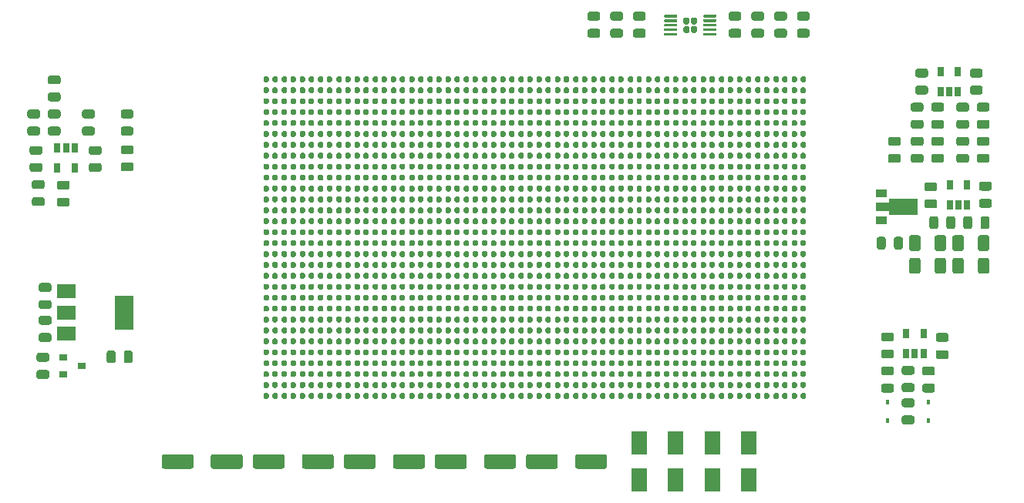
<source format=gbr>
%TF.GenerationSoftware,KiCad,Pcbnew,(5.1.6)-1*%
%TF.CreationDate,2020-11-02T11:11:50+01:00*%
%TF.ProjectId,ltz10v,6c747a31-3076-42e6-9b69-6361645f7063,rev?*%
%TF.SameCoordinates,Original*%
%TF.FileFunction,Paste,Top*%
%TF.FilePolarity,Positive*%
%FSLAX46Y46*%
G04 Gerber Fmt 4.6, Leading zero omitted, Abs format (unit mm)*
G04 Created by KiCad (PCBNEW (5.1.6)-1) date 2020-11-02 11:11:50*
%MOMM*%
%LPD*%
G01*
G04 APERTURE LIST*
%ADD10R,1.800000X2.500000*%
%ADD11R,0.450000X0.600000*%
%ADD12R,0.900000X0.800000*%
%ADD13R,0.650000X1.060000*%
%ADD14R,2.000000X1.500000*%
%ADD15R,2.000000X3.800000*%
%ADD16C,0.100000*%
%ADD17R,1.300000X0.900000*%
G04 APERTURE END LIST*
%TO.C,R937*%
G36*
G01*
X183543750Y-66950000D02*
X184456250Y-66950000D01*
G75*
G02*
X184700000Y-67193750I0J-243750D01*
G01*
X184700000Y-67681250D01*
G75*
G02*
X184456250Y-67925000I-243750J0D01*
G01*
X183543750Y-67925000D01*
G75*
G02*
X183300000Y-67681250I0J243750D01*
G01*
X183300000Y-67193750D01*
G75*
G02*
X183543750Y-66950000I243750J0D01*
G01*
G37*
G36*
G01*
X183543750Y-65075000D02*
X184456250Y-65075000D01*
G75*
G02*
X184700000Y-65318750I0J-243750D01*
G01*
X184700000Y-65806250D01*
G75*
G02*
X184456250Y-66050000I-243750J0D01*
G01*
X183543750Y-66050000D01*
G75*
G02*
X183300000Y-65806250I0J243750D01*
G01*
X183300000Y-65318750D01*
G75*
G02*
X183543750Y-65075000I243750J0D01*
G01*
G37*
%TD*%
%TO.C,R936*%
G36*
G01*
X163956250Y-66050000D02*
X163043750Y-66050000D01*
G75*
G02*
X162800000Y-65806250I0J243750D01*
G01*
X162800000Y-65318750D01*
G75*
G02*
X163043750Y-65075000I243750J0D01*
G01*
X163956250Y-65075000D01*
G75*
G02*
X164200000Y-65318750I0J-243750D01*
G01*
X164200000Y-65806250D01*
G75*
G02*
X163956250Y-66050000I-243750J0D01*
G01*
G37*
G36*
G01*
X163956250Y-67925000D02*
X163043750Y-67925000D01*
G75*
G02*
X162800000Y-67681250I0J243750D01*
G01*
X162800000Y-67193750D01*
G75*
G02*
X163043750Y-66950000I243750J0D01*
G01*
X163956250Y-66950000D01*
G75*
G02*
X164200000Y-67193750I0J-243750D01*
G01*
X164200000Y-67681250D01*
G75*
G02*
X163956250Y-67925000I-243750J0D01*
G01*
G37*
%TD*%
%TO.C,C24*%
G36*
G01*
X181956250Y-66050000D02*
X181043750Y-66050000D01*
G75*
G02*
X180800000Y-65806250I0J243750D01*
G01*
X180800000Y-65318750D01*
G75*
G02*
X181043750Y-65075000I243750J0D01*
G01*
X181956250Y-65075000D01*
G75*
G02*
X182200000Y-65318750I0J-243750D01*
G01*
X182200000Y-65806250D01*
G75*
G02*
X181956250Y-66050000I-243750J0D01*
G01*
G37*
G36*
G01*
X181956250Y-67925000D02*
X181043750Y-67925000D01*
G75*
G02*
X180800000Y-67681250I0J243750D01*
G01*
X180800000Y-67193750D01*
G75*
G02*
X181043750Y-66950000I243750J0D01*
G01*
X181956250Y-66950000D01*
G75*
G02*
X182200000Y-67193750I0J-243750D01*
G01*
X182200000Y-67681250D01*
G75*
G02*
X181956250Y-67925000I-243750J0D01*
G01*
G37*
%TD*%
%TO.C,C23*%
G36*
G01*
X178543750Y-66950000D02*
X179456250Y-66950000D01*
G75*
G02*
X179700000Y-67193750I0J-243750D01*
G01*
X179700000Y-67681250D01*
G75*
G02*
X179456250Y-67925000I-243750J0D01*
G01*
X178543750Y-67925000D01*
G75*
G02*
X178300000Y-67681250I0J243750D01*
G01*
X178300000Y-67193750D01*
G75*
G02*
X178543750Y-66950000I243750J0D01*
G01*
G37*
G36*
G01*
X178543750Y-65075000D02*
X179456250Y-65075000D01*
G75*
G02*
X179700000Y-65318750I0J-243750D01*
G01*
X179700000Y-65806250D01*
G75*
G02*
X179456250Y-66050000I-243750J0D01*
G01*
X178543750Y-66050000D01*
G75*
G02*
X178300000Y-65806250I0J243750D01*
G01*
X178300000Y-65318750D01*
G75*
G02*
X178543750Y-65075000I243750J0D01*
G01*
G37*
%TD*%
%TO.C,C22*%
G36*
G01*
X186956250Y-66050000D02*
X186043750Y-66050000D01*
G75*
G02*
X185800000Y-65806250I0J243750D01*
G01*
X185800000Y-65318750D01*
G75*
G02*
X186043750Y-65075000I243750J0D01*
G01*
X186956250Y-65075000D01*
G75*
G02*
X187200000Y-65318750I0J-243750D01*
G01*
X187200000Y-65806250D01*
G75*
G02*
X186956250Y-66050000I-243750J0D01*
G01*
G37*
G36*
G01*
X186956250Y-67925000D02*
X186043750Y-67925000D01*
G75*
G02*
X185800000Y-67681250I0J243750D01*
G01*
X185800000Y-67193750D01*
G75*
G02*
X186043750Y-66950000I243750J0D01*
G01*
X186956250Y-66950000D01*
G75*
G02*
X187200000Y-67193750I0J-243750D01*
G01*
X187200000Y-67681250D01*
G75*
G02*
X186956250Y-67925000I-243750J0D01*
G01*
G37*
%TD*%
%TO.C,C21*%
G36*
G01*
X165543750Y-66950000D02*
X166456250Y-66950000D01*
G75*
G02*
X166700000Y-67193750I0J-243750D01*
G01*
X166700000Y-67681250D01*
G75*
G02*
X166456250Y-67925000I-243750J0D01*
G01*
X165543750Y-67925000D01*
G75*
G02*
X165300000Y-67681250I0J243750D01*
G01*
X165300000Y-67193750D01*
G75*
G02*
X165543750Y-66950000I243750J0D01*
G01*
G37*
G36*
G01*
X165543750Y-65075000D02*
X166456250Y-65075000D01*
G75*
G02*
X166700000Y-65318750I0J-243750D01*
G01*
X166700000Y-65806250D01*
G75*
G02*
X166456250Y-66050000I-243750J0D01*
G01*
X165543750Y-66050000D01*
G75*
G02*
X165300000Y-65806250I0J243750D01*
G01*
X165300000Y-65318750D01*
G75*
G02*
X165543750Y-65075000I243750J0D01*
G01*
G37*
%TD*%
%TO.C,C20*%
G36*
G01*
X168956250Y-66050000D02*
X168043750Y-66050000D01*
G75*
G02*
X167800000Y-65806250I0J243750D01*
G01*
X167800000Y-65318750D01*
G75*
G02*
X168043750Y-65075000I243750J0D01*
G01*
X168956250Y-65075000D01*
G75*
G02*
X169200000Y-65318750I0J-243750D01*
G01*
X169200000Y-65806250D01*
G75*
G02*
X168956250Y-66050000I-243750J0D01*
G01*
G37*
G36*
G01*
X168956250Y-67925000D02*
X168043750Y-67925000D01*
G75*
G02*
X167800000Y-67681250I0J243750D01*
G01*
X167800000Y-67193750D01*
G75*
G02*
X168043750Y-66950000I243750J0D01*
G01*
X168956250Y-66950000D01*
G75*
G02*
X169200000Y-67193750I0J-243750D01*
G01*
X169200000Y-67681250D01*
G75*
G02*
X168956250Y-67925000I-243750J0D01*
G01*
G37*
%TD*%
%TO.C,U9*%
G36*
G01*
X174170000Y-67230000D02*
X174170000Y-66810000D01*
G75*
G02*
X174340000Y-66640000I170000J0D01*
G01*
X174680000Y-66640000D01*
G75*
G02*
X174850000Y-66810000I0J-170000D01*
G01*
X174850000Y-67230000D01*
G75*
G02*
X174680000Y-67400000I-170000J0D01*
G01*
X174340000Y-67400000D01*
G75*
G02*
X174170000Y-67230000I0J170000D01*
G01*
G37*
G36*
G01*
X174170000Y-66290000D02*
X174170000Y-65870000D01*
G75*
G02*
X174340000Y-65700000I170000J0D01*
G01*
X174680000Y-65700000D01*
G75*
G02*
X174850000Y-65870000I0J-170000D01*
G01*
X174850000Y-66290000D01*
G75*
G02*
X174680000Y-66460000I-170000J0D01*
G01*
X174340000Y-66460000D01*
G75*
G02*
X174170000Y-66290000I0J170000D01*
G01*
G37*
G36*
G01*
X173330000Y-67230000D02*
X173330000Y-66810000D01*
G75*
G02*
X173500000Y-66640000I170000J0D01*
G01*
X173840000Y-66640000D01*
G75*
G02*
X174010000Y-66810000I0J-170000D01*
G01*
X174010000Y-67230000D01*
G75*
G02*
X173840000Y-67400000I-170000J0D01*
G01*
X173500000Y-67400000D01*
G75*
G02*
X173330000Y-67230000I0J170000D01*
G01*
G37*
G36*
G01*
X173330000Y-66290000D02*
X173330000Y-65870000D01*
G75*
G02*
X173500000Y-65700000I170000J0D01*
G01*
X173840000Y-65700000D01*
G75*
G02*
X174010000Y-65870000I0J-170000D01*
G01*
X174010000Y-66290000D01*
G75*
G02*
X173840000Y-66460000I-170000J0D01*
G01*
X173500000Y-66460000D01*
G75*
G02*
X173330000Y-66290000I0J170000D01*
G01*
G37*
G36*
G01*
X175515000Y-65625000D02*
X175515000Y-65475000D01*
G75*
G02*
X175590000Y-65400000I75000J0D01*
G01*
X176890000Y-65400000D01*
G75*
G02*
X176965000Y-65475000I0J-75000D01*
G01*
X176965000Y-65625000D01*
G75*
G02*
X176890000Y-65700000I-75000J0D01*
G01*
X175590000Y-65700000D01*
G75*
G02*
X175515000Y-65625000I0J75000D01*
G01*
G37*
G36*
G01*
X175515000Y-66125000D02*
X175515000Y-65975000D01*
G75*
G02*
X175590000Y-65900000I75000J0D01*
G01*
X176890000Y-65900000D01*
G75*
G02*
X176965000Y-65975000I0J-75000D01*
G01*
X176965000Y-66125000D01*
G75*
G02*
X176890000Y-66200000I-75000J0D01*
G01*
X175590000Y-66200000D01*
G75*
G02*
X175515000Y-66125000I0J75000D01*
G01*
G37*
G36*
G01*
X175515000Y-66625000D02*
X175515000Y-66475000D01*
G75*
G02*
X175590000Y-66400000I75000J0D01*
G01*
X176890000Y-66400000D01*
G75*
G02*
X176965000Y-66475000I0J-75000D01*
G01*
X176965000Y-66625000D01*
G75*
G02*
X176890000Y-66700000I-75000J0D01*
G01*
X175590000Y-66700000D01*
G75*
G02*
X175515000Y-66625000I0J75000D01*
G01*
G37*
G36*
G01*
X175515000Y-67125000D02*
X175515000Y-66975000D01*
G75*
G02*
X175590000Y-66900000I75000J0D01*
G01*
X176890000Y-66900000D01*
G75*
G02*
X176965000Y-66975000I0J-75000D01*
G01*
X176965000Y-67125000D01*
G75*
G02*
X176890000Y-67200000I-75000J0D01*
G01*
X175590000Y-67200000D01*
G75*
G02*
X175515000Y-67125000I0J75000D01*
G01*
G37*
G36*
G01*
X175515000Y-67625000D02*
X175515000Y-67475000D01*
G75*
G02*
X175590000Y-67400000I75000J0D01*
G01*
X176890000Y-67400000D01*
G75*
G02*
X176965000Y-67475000I0J-75000D01*
G01*
X176965000Y-67625000D01*
G75*
G02*
X176890000Y-67700000I-75000J0D01*
G01*
X175590000Y-67700000D01*
G75*
G02*
X175515000Y-67625000I0J75000D01*
G01*
G37*
G36*
G01*
X171215000Y-67625000D02*
X171215000Y-67475000D01*
G75*
G02*
X171290000Y-67400000I75000J0D01*
G01*
X172590000Y-67400000D01*
G75*
G02*
X172665000Y-67475000I0J-75000D01*
G01*
X172665000Y-67625000D01*
G75*
G02*
X172590000Y-67700000I-75000J0D01*
G01*
X171290000Y-67700000D01*
G75*
G02*
X171215000Y-67625000I0J75000D01*
G01*
G37*
G36*
G01*
X171215000Y-67125000D02*
X171215000Y-66975000D01*
G75*
G02*
X171290000Y-66900000I75000J0D01*
G01*
X172590000Y-66900000D01*
G75*
G02*
X172665000Y-66975000I0J-75000D01*
G01*
X172665000Y-67125000D01*
G75*
G02*
X172590000Y-67200000I-75000J0D01*
G01*
X171290000Y-67200000D01*
G75*
G02*
X171215000Y-67125000I0J75000D01*
G01*
G37*
G36*
G01*
X171215000Y-66625000D02*
X171215000Y-66475000D01*
G75*
G02*
X171290000Y-66400000I75000J0D01*
G01*
X172590000Y-66400000D01*
G75*
G02*
X172665000Y-66475000I0J-75000D01*
G01*
X172665000Y-66625000D01*
G75*
G02*
X172590000Y-66700000I-75000J0D01*
G01*
X171290000Y-66700000D01*
G75*
G02*
X171215000Y-66625000I0J75000D01*
G01*
G37*
G36*
G01*
X171215000Y-66125000D02*
X171215000Y-65975000D01*
G75*
G02*
X171290000Y-65900000I75000J0D01*
G01*
X172590000Y-65900000D01*
G75*
G02*
X172665000Y-65975000I0J-75000D01*
G01*
X172665000Y-66125000D01*
G75*
G02*
X172590000Y-66200000I-75000J0D01*
G01*
X171290000Y-66200000D01*
G75*
G02*
X171215000Y-66125000I0J75000D01*
G01*
G37*
G36*
G01*
X171215000Y-65625000D02*
X171215000Y-65475000D01*
G75*
G02*
X171290000Y-65400000I75000J0D01*
G01*
X172590000Y-65400000D01*
G75*
G02*
X172665000Y-65475000I0J-75000D01*
G01*
X172665000Y-65625000D01*
G75*
G02*
X172590000Y-65700000I-75000J0D01*
G01*
X171290000Y-65700000D01*
G75*
G02*
X171215000Y-65625000I0J75000D01*
G01*
G37*
%TD*%
%TO.C,C18*%
G36*
G01*
X121450000Y-115050000D02*
X121450000Y-113950000D01*
G75*
G02*
X121700000Y-113700000I250000J0D01*
G01*
X124700000Y-113700000D01*
G75*
G02*
X124950000Y-113950000I0J-250000D01*
G01*
X124950000Y-115050000D01*
G75*
G02*
X124700000Y-115300000I-250000J0D01*
G01*
X121700000Y-115300000D01*
G75*
G02*
X121450000Y-115050000I0J250000D01*
G01*
G37*
G36*
G01*
X116050000Y-115050000D02*
X116050000Y-113950000D01*
G75*
G02*
X116300000Y-113700000I250000J0D01*
G01*
X119300000Y-113700000D01*
G75*
G02*
X119550000Y-113950000I0J-250000D01*
G01*
X119550000Y-115050000D01*
G75*
G02*
X119300000Y-115300000I-250000J0D01*
G01*
X116300000Y-115300000D01*
G75*
G02*
X116050000Y-115050000I0J250000D01*
G01*
G37*
%TD*%
%TO.C,C17*%
G36*
G01*
X131450000Y-115050000D02*
X131450000Y-113950000D01*
G75*
G02*
X131700000Y-113700000I250000J0D01*
G01*
X134700000Y-113700000D01*
G75*
G02*
X134950000Y-113950000I0J-250000D01*
G01*
X134950000Y-115050000D01*
G75*
G02*
X134700000Y-115300000I-250000J0D01*
G01*
X131700000Y-115300000D01*
G75*
G02*
X131450000Y-115050000I0J250000D01*
G01*
G37*
G36*
G01*
X126050000Y-115050000D02*
X126050000Y-113950000D01*
G75*
G02*
X126300000Y-113700000I250000J0D01*
G01*
X129300000Y-113700000D01*
G75*
G02*
X129550000Y-113950000I0J-250000D01*
G01*
X129550000Y-115050000D01*
G75*
G02*
X129300000Y-115300000I-250000J0D01*
G01*
X126300000Y-115300000D01*
G75*
G02*
X126050000Y-115050000I0J250000D01*
G01*
G37*
%TD*%
%TO.C,C16*%
G36*
G01*
X141450000Y-115050000D02*
X141450000Y-113950000D01*
G75*
G02*
X141700000Y-113700000I250000J0D01*
G01*
X144700000Y-113700000D01*
G75*
G02*
X144950000Y-113950000I0J-250000D01*
G01*
X144950000Y-115050000D01*
G75*
G02*
X144700000Y-115300000I-250000J0D01*
G01*
X141700000Y-115300000D01*
G75*
G02*
X141450000Y-115050000I0J250000D01*
G01*
G37*
G36*
G01*
X136050000Y-115050000D02*
X136050000Y-113950000D01*
G75*
G02*
X136300000Y-113700000I250000J0D01*
G01*
X139300000Y-113700000D01*
G75*
G02*
X139550000Y-113950000I0J-250000D01*
G01*
X139550000Y-115050000D01*
G75*
G02*
X139300000Y-115300000I-250000J0D01*
G01*
X136300000Y-115300000D01*
G75*
G02*
X136050000Y-115050000I0J250000D01*
G01*
G37*
%TD*%
%TO.C,C15*%
G36*
G01*
X151450000Y-115050000D02*
X151450000Y-113950000D01*
G75*
G02*
X151700000Y-113700000I250000J0D01*
G01*
X154700000Y-113700000D01*
G75*
G02*
X154950000Y-113950000I0J-250000D01*
G01*
X154950000Y-115050000D01*
G75*
G02*
X154700000Y-115300000I-250000J0D01*
G01*
X151700000Y-115300000D01*
G75*
G02*
X151450000Y-115050000I0J250000D01*
G01*
G37*
G36*
G01*
X146050000Y-115050000D02*
X146050000Y-113950000D01*
G75*
G02*
X146300000Y-113700000I250000J0D01*
G01*
X149300000Y-113700000D01*
G75*
G02*
X149550000Y-113950000I0J-250000D01*
G01*
X149550000Y-115050000D01*
G75*
G02*
X149300000Y-115300000I-250000J0D01*
G01*
X146300000Y-115300000D01*
G75*
G02*
X146050000Y-115050000I0J250000D01*
G01*
G37*
%TD*%
%TO.C,C14*%
G36*
G01*
X161450000Y-115050000D02*
X161450000Y-113950000D01*
G75*
G02*
X161700000Y-113700000I250000J0D01*
G01*
X164700000Y-113700000D01*
G75*
G02*
X164950000Y-113950000I0J-250000D01*
G01*
X164950000Y-115050000D01*
G75*
G02*
X164700000Y-115300000I-250000J0D01*
G01*
X161700000Y-115300000D01*
G75*
G02*
X161450000Y-115050000I0J250000D01*
G01*
G37*
G36*
G01*
X156050000Y-115050000D02*
X156050000Y-113950000D01*
G75*
G02*
X156300000Y-113700000I250000J0D01*
G01*
X159300000Y-113700000D01*
G75*
G02*
X159550000Y-113950000I0J-250000D01*
G01*
X159550000Y-115050000D01*
G75*
G02*
X159300000Y-115300000I-250000J0D01*
G01*
X156300000Y-115300000D01*
G75*
G02*
X156050000Y-115050000I0J250000D01*
G01*
G37*
%TD*%
D10*
%TO.C,D4*%
X168500000Y-112500000D03*
X168500000Y-116500000D03*
%TD*%
%TO.C,D3*%
X172500000Y-116500000D03*
X172500000Y-112500000D03*
%TD*%
%TO.C,D2*%
X176500000Y-112500000D03*
X176500000Y-116500000D03*
%TD*%
%TO.C,D1*%
X180500000Y-116500000D03*
X180500000Y-112500000D03*
%TD*%
%TO.C,C13*%
G36*
G01*
X197543750Y-109450000D02*
X198456250Y-109450000D01*
G75*
G02*
X198700000Y-109693750I0J-243750D01*
G01*
X198700000Y-110181250D01*
G75*
G02*
X198456250Y-110425000I-243750J0D01*
G01*
X197543750Y-110425000D01*
G75*
G02*
X197300000Y-110181250I0J243750D01*
G01*
X197300000Y-109693750D01*
G75*
G02*
X197543750Y-109450000I243750J0D01*
G01*
G37*
G36*
G01*
X197543750Y-107575000D02*
X198456250Y-107575000D01*
G75*
G02*
X198700000Y-107818750I0J-243750D01*
G01*
X198700000Y-108306250D01*
G75*
G02*
X198456250Y-108550000I-243750J0D01*
G01*
X197543750Y-108550000D01*
G75*
G02*
X197300000Y-108306250I0J243750D01*
G01*
X197300000Y-107818750D01*
G75*
G02*
X197543750Y-107575000I243750J0D01*
G01*
G37*
%TD*%
%TO.C,C12*%
G36*
G01*
X195550000Y-90043750D02*
X195550000Y-90956250D01*
G75*
G02*
X195306250Y-91200000I-243750J0D01*
G01*
X194818750Y-91200000D01*
G75*
G02*
X194575000Y-90956250I0J243750D01*
G01*
X194575000Y-90043750D01*
G75*
G02*
X194818750Y-89800000I243750J0D01*
G01*
X195306250Y-89800000D01*
G75*
G02*
X195550000Y-90043750I0J-243750D01*
G01*
G37*
G36*
G01*
X197425000Y-90043750D02*
X197425000Y-90956250D01*
G75*
G02*
X197181250Y-91200000I-243750J0D01*
G01*
X196693750Y-91200000D01*
G75*
G02*
X196450000Y-90956250I0J243750D01*
G01*
X196450000Y-90043750D01*
G75*
G02*
X196693750Y-89800000I243750J0D01*
G01*
X197181250Y-89800000D01*
G75*
G02*
X197425000Y-90043750I0J-243750D01*
G01*
G37*
%TD*%
%TO.C,C11*%
G36*
G01*
X199456250Y-79800000D02*
X198543750Y-79800000D01*
G75*
G02*
X198300000Y-79556250I0J243750D01*
G01*
X198300000Y-79068750D01*
G75*
G02*
X198543750Y-78825000I243750J0D01*
G01*
X199456250Y-78825000D01*
G75*
G02*
X199700000Y-79068750I0J-243750D01*
G01*
X199700000Y-79556250D01*
G75*
G02*
X199456250Y-79800000I-243750J0D01*
G01*
G37*
G36*
G01*
X199456250Y-81675000D02*
X198543750Y-81675000D01*
G75*
G02*
X198300000Y-81431250I0J243750D01*
G01*
X198300000Y-80943750D01*
G75*
G02*
X198543750Y-80700000I243750J0D01*
G01*
X199456250Y-80700000D01*
G75*
G02*
X199700000Y-80943750I0J-243750D01*
G01*
X199700000Y-81431250D01*
G75*
G02*
X199456250Y-81675000I-243750J0D01*
G01*
G37*
%TD*%
%TO.C,C10*%
G36*
G01*
X206956250Y-84737500D02*
X206043750Y-84737500D01*
G75*
G02*
X205800000Y-84493750I0J243750D01*
G01*
X205800000Y-84006250D01*
G75*
G02*
X206043750Y-83762500I243750J0D01*
G01*
X206956250Y-83762500D01*
G75*
G02*
X207200000Y-84006250I0J-243750D01*
G01*
X207200000Y-84493750D01*
G75*
G02*
X206956250Y-84737500I-243750J0D01*
G01*
G37*
G36*
G01*
X206956250Y-86612500D02*
X206043750Y-86612500D01*
G75*
G02*
X205800000Y-86368750I0J243750D01*
G01*
X205800000Y-85881250D01*
G75*
G02*
X206043750Y-85637500I243750J0D01*
G01*
X206956250Y-85637500D01*
G75*
G02*
X207200000Y-85881250I0J-243750D01*
G01*
X207200000Y-86368750D01*
G75*
G02*
X206956250Y-86612500I-243750J0D01*
G01*
G37*
%TD*%
%TO.C,C9*%
G36*
G01*
X205956250Y-72300000D02*
X205043750Y-72300000D01*
G75*
G02*
X204800000Y-72056250I0J243750D01*
G01*
X204800000Y-71568750D01*
G75*
G02*
X205043750Y-71325000I243750J0D01*
G01*
X205956250Y-71325000D01*
G75*
G02*
X206200000Y-71568750I0J-243750D01*
G01*
X206200000Y-72056250D01*
G75*
G02*
X205956250Y-72300000I-243750J0D01*
G01*
G37*
G36*
G01*
X205956250Y-74175000D02*
X205043750Y-74175000D01*
G75*
G02*
X204800000Y-73931250I0J243750D01*
G01*
X204800000Y-73443750D01*
G75*
G02*
X205043750Y-73200000I243750J0D01*
G01*
X205956250Y-73200000D01*
G75*
G02*
X206200000Y-73443750I0J-243750D01*
G01*
X206200000Y-73931250D01*
G75*
G02*
X205956250Y-74175000I-243750J0D01*
G01*
G37*
%TD*%
D11*
%TO.C,ZD2*%
X200250000Y-110050000D03*
X200250000Y-107950000D03*
%TD*%
%TO.C,ZD1*%
X195750000Y-110050000D03*
X195750000Y-107950000D03*
%TD*%
D12*
%TO.C,U8*%
X107250000Y-104000000D03*
X105250000Y-104950000D03*
X105250000Y-103050000D03*
%TD*%
D13*
%TO.C,U7*%
X106500000Y-82250000D03*
X104600000Y-82250000D03*
X104600000Y-80050000D03*
X105550000Y-80050000D03*
X106500000Y-80050000D03*
%TD*%
D14*
%TO.C,U6*%
X105600000Y-95817500D03*
X105600000Y-100417500D03*
X105600000Y-98117500D03*
D15*
X111900000Y-98117500D03*
%TD*%
D13*
%TO.C,U5*%
X197800000Y-100400000D03*
X199700000Y-100400000D03*
X199700000Y-102600000D03*
X198750000Y-102600000D03*
X197800000Y-102600000D03*
%TD*%
%TO.C,U4*%
X201550000Y-71650000D03*
X203450000Y-71650000D03*
X203450000Y-73850000D03*
X202500000Y-73850000D03*
X201550000Y-73850000D03*
%TD*%
%TO.C,R927*%
G36*
G01*
X101793750Y-81700000D02*
X102706250Y-81700000D01*
G75*
G02*
X102950000Y-81943750I0J-243750D01*
G01*
X102950000Y-82431250D01*
G75*
G02*
X102706250Y-82675000I-243750J0D01*
G01*
X101793750Y-82675000D01*
G75*
G02*
X101550000Y-82431250I0J243750D01*
G01*
X101550000Y-81943750D01*
G75*
G02*
X101793750Y-81700000I243750J0D01*
G01*
G37*
G36*
G01*
X101793750Y-79825000D02*
X102706250Y-79825000D01*
G75*
G02*
X102950000Y-80068750I0J-243750D01*
G01*
X102950000Y-80556250D01*
G75*
G02*
X102706250Y-80800000I-243750J0D01*
G01*
X101793750Y-80800000D01*
G75*
G02*
X101550000Y-80556250I0J243750D01*
G01*
X101550000Y-80068750D01*
G75*
G02*
X101793750Y-79825000I243750J0D01*
G01*
G37*
%TD*%
%TO.C,R926*%
G36*
G01*
X103793750Y-73950000D02*
X104706250Y-73950000D01*
G75*
G02*
X104950000Y-74193750I0J-243750D01*
G01*
X104950000Y-74681250D01*
G75*
G02*
X104706250Y-74925000I-243750J0D01*
G01*
X103793750Y-74925000D01*
G75*
G02*
X103550000Y-74681250I0J243750D01*
G01*
X103550000Y-74193750D01*
G75*
G02*
X103793750Y-73950000I243750J0D01*
G01*
G37*
G36*
G01*
X103793750Y-72075000D02*
X104706250Y-72075000D01*
G75*
G02*
X104950000Y-72318750I0J-243750D01*
G01*
X104950000Y-72806250D01*
G75*
G02*
X104706250Y-73050000I-243750J0D01*
G01*
X103793750Y-73050000D01*
G75*
G02*
X103550000Y-72806250I0J243750D01*
G01*
X103550000Y-72318750D01*
G75*
G02*
X103793750Y-72075000I243750J0D01*
G01*
G37*
%TD*%
%TO.C,R925*%
G36*
G01*
X103793750Y-77700000D02*
X104706250Y-77700000D01*
G75*
G02*
X104950000Y-77943750I0J-243750D01*
G01*
X104950000Y-78431250D01*
G75*
G02*
X104706250Y-78675000I-243750J0D01*
G01*
X103793750Y-78675000D01*
G75*
G02*
X103550000Y-78431250I0J243750D01*
G01*
X103550000Y-77943750D01*
G75*
G02*
X103793750Y-77700000I243750J0D01*
G01*
G37*
G36*
G01*
X103793750Y-75825000D02*
X104706250Y-75825000D01*
G75*
G02*
X104950000Y-76068750I0J-243750D01*
G01*
X104950000Y-76556250D01*
G75*
G02*
X104706250Y-76800000I-243750J0D01*
G01*
X103793750Y-76800000D01*
G75*
G02*
X103550000Y-76556250I0J243750D01*
G01*
X103550000Y-76068750D01*
G75*
G02*
X103793750Y-75825000I243750J0D01*
G01*
G37*
%TD*%
%TO.C,R924*%
G36*
G01*
X104793750Y-85512500D02*
X105706250Y-85512500D01*
G75*
G02*
X105950000Y-85756250I0J-243750D01*
G01*
X105950000Y-86243750D01*
G75*
G02*
X105706250Y-86487500I-243750J0D01*
G01*
X104793750Y-86487500D01*
G75*
G02*
X104550000Y-86243750I0J243750D01*
G01*
X104550000Y-85756250D01*
G75*
G02*
X104793750Y-85512500I243750J0D01*
G01*
G37*
G36*
G01*
X104793750Y-83637500D02*
X105706250Y-83637500D01*
G75*
G02*
X105950000Y-83881250I0J-243750D01*
G01*
X105950000Y-84368750D01*
G75*
G02*
X105706250Y-84612500I-243750J0D01*
G01*
X104793750Y-84612500D01*
G75*
G02*
X104550000Y-84368750I0J243750D01*
G01*
X104550000Y-83881250D01*
G75*
G02*
X104793750Y-83637500I243750J0D01*
G01*
G37*
%TD*%
%TO.C,R923*%
G36*
G01*
X101543750Y-77700000D02*
X102456250Y-77700000D01*
G75*
G02*
X102700000Y-77943750I0J-243750D01*
G01*
X102700000Y-78431250D01*
G75*
G02*
X102456250Y-78675000I-243750J0D01*
G01*
X101543750Y-78675000D01*
G75*
G02*
X101300000Y-78431250I0J243750D01*
G01*
X101300000Y-77943750D01*
G75*
G02*
X101543750Y-77700000I243750J0D01*
G01*
G37*
G36*
G01*
X101543750Y-75825000D02*
X102456250Y-75825000D01*
G75*
G02*
X102700000Y-76068750I0J-243750D01*
G01*
X102700000Y-76556250D01*
G75*
G02*
X102456250Y-76800000I-243750J0D01*
G01*
X101543750Y-76800000D01*
G75*
G02*
X101300000Y-76556250I0J243750D01*
G01*
X101300000Y-76068750D01*
G75*
G02*
X101543750Y-75825000I243750J0D01*
G01*
G37*
%TD*%
%TO.C,R922*%
G36*
G01*
X107543750Y-77700000D02*
X108456250Y-77700000D01*
G75*
G02*
X108700000Y-77943750I0J-243750D01*
G01*
X108700000Y-78431250D01*
G75*
G02*
X108456250Y-78675000I-243750J0D01*
G01*
X107543750Y-78675000D01*
G75*
G02*
X107300000Y-78431250I0J243750D01*
G01*
X107300000Y-77943750D01*
G75*
G02*
X107543750Y-77700000I243750J0D01*
G01*
G37*
G36*
G01*
X107543750Y-75825000D02*
X108456250Y-75825000D01*
G75*
G02*
X108700000Y-76068750I0J-243750D01*
G01*
X108700000Y-76556250D01*
G75*
G02*
X108456250Y-76800000I-243750J0D01*
G01*
X107543750Y-76800000D01*
G75*
G02*
X107300000Y-76556250I0J243750D01*
G01*
X107300000Y-76068750D01*
G75*
G02*
X107543750Y-75825000I243750J0D01*
G01*
G37*
%TD*%
%TO.C,R921*%
G36*
G01*
X103456250Y-103550000D02*
X102543750Y-103550000D01*
G75*
G02*
X102300000Y-103306250I0J243750D01*
G01*
X102300000Y-102818750D01*
G75*
G02*
X102543750Y-102575000I243750J0D01*
G01*
X103456250Y-102575000D01*
G75*
G02*
X103700000Y-102818750I0J-243750D01*
G01*
X103700000Y-103306250D01*
G75*
G02*
X103456250Y-103550000I-243750J0D01*
G01*
G37*
G36*
G01*
X103456250Y-105425000D02*
X102543750Y-105425000D01*
G75*
G02*
X102300000Y-105181250I0J243750D01*
G01*
X102300000Y-104693750D01*
G75*
G02*
X102543750Y-104450000I243750J0D01*
G01*
X103456250Y-104450000D01*
G75*
G02*
X103700000Y-104693750I0J-243750D01*
G01*
X103700000Y-105181250D01*
G75*
G02*
X103456250Y-105425000I-243750J0D01*
G01*
G37*
%TD*%
%TO.C,R920*%
G36*
G01*
X112706250Y-80737500D02*
X111793750Y-80737500D01*
G75*
G02*
X111550000Y-80493750I0J243750D01*
G01*
X111550000Y-80006250D01*
G75*
G02*
X111793750Y-79762500I243750J0D01*
G01*
X112706250Y-79762500D01*
G75*
G02*
X112950000Y-80006250I0J-243750D01*
G01*
X112950000Y-80493750D01*
G75*
G02*
X112706250Y-80737500I-243750J0D01*
G01*
G37*
G36*
G01*
X112706250Y-82612500D02*
X111793750Y-82612500D01*
G75*
G02*
X111550000Y-82368750I0J243750D01*
G01*
X111550000Y-81881250D01*
G75*
G02*
X111793750Y-81637500I243750J0D01*
G01*
X112706250Y-81637500D01*
G75*
G02*
X112950000Y-81881250I0J-243750D01*
G01*
X112950000Y-82368750D01*
G75*
G02*
X112706250Y-82612500I-243750J0D01*
G01*
G37*
%TD*%
%TO.C,R919*%
G36*
G01*
X111793750Y-77700000D02*
X112706250Y-77700000D01*
G75*
G02*
X112950000Y-77943750I0J-243750D01*
G01*
X112950000Y-78431250D01*
G75*
G02*
X112706250Y-78675000I-243750J0D01*
G01*
X111793750Y-78675000D01*
G75*
G02*
X111550000Y-78431250I0J243750D01*
G01*
X111550000Y-77943750D01*
G75*
G02*
X111793750Y-77700000I243750J0D01*
G01*
G37*
G36*
G01*
X111793750Y-75825000D02*
X112706250Y-75825000D01*
G75*
G02*
X112950000Y-76068750I0J-243750D01*
G01*
X112950000Y-76556250D01*
G75*
G02*
X112706250Y-76800000I-243750J0D01*
G01*
X111793750Y-76800000D01*
G75*
G02*
X111550000Y-76556250I0J243750D01*
G01*
X111550000Y-76068750D01*
G75*
G02*
X111793750Y-75825000I243750J0D01*
G01*
G37*
%TD*%
%TO.C,R918*%
G36*
G01*
X197543750Y-105887500D02*
X198456250Y-105887500D01*
G75*
G02*
X198700000Y-106131250I0J-243750D01*
G01*
X198700000Y-106618750D01*
G75*
G02*
X198456250Y-106862500I-243750J0D01*
G01*
X197543750Y-106862500D01*
G75*
G02*
X197300000Y-106618750I0J243750D01*
G01*
X197300000Y-106131250D01*
G75*
G02*
X197543750Y-105887500I243750J0D01*
G01*
G37*
G36*
G01*
X197543750Y-104012500D02*
X198456250Y-104012500D01*
G75*
G02*
X198700000Y-104256250I0J-243750D01*
G01*
X198700000Y-104743750D01*
G75*
G02*
X198456250Y-104987500I-243750J0D01*
G01*
X197543750Y-104987500D01*
G75*
G02*
X197300000Y-104743750I0J243750D01*
G01*
X197300000Y-104256250D01*
G75*
G02*
X197543750Y-104012500I243750J0D01*
G01*
G37*
%TD*%
%TO.C,R917*%
G36*
G01*
X200706250Y-105050000D02*
X199793750Y-105050000D01*
G75*
G02*
X199550000Y-104806250I0J243750D01*
G01*
X199550000Y-104318750D01*
G75*
G02*
X199793750Y-104075000I243750J0D01*
G01*
X200706250Y-104075000D01*
G75*
G02*
X200950000Y-104318750I0J-243750D01*
G01*
X200950000Y-104806250D01*
G75*
G02*
X200706250Y-105050000I-243750J0D01*
G01*
G37*
G36*
G01*
X200706250Y-106925000D02*
X199793750Y-106925000D01*
G75*
G02*
X199550000Y-106681250I0J243750D01*
G01*
X199550000Y-106193750D01*
G75*
G02*
X199793750Y-105950000I243750J0D01*
G01*
X200706250Y-105950000D01*
G75*
G02*
X200950000Y-106193750I0J-243750D01*
G01*
X200950000Y-106681250D01*
G75*
G02*
X200706250Y-106925000I-243750J0D01*
G01*
G37*
%TD*%
%TO.C,R916*%
G36*
G01*
X201293750Y-102262500D02*
X202206250Y-102262500D01*
G75*
G02*
X202450000Y-102506250I0J-243750D01*
G01*
X202450000Y-102993750D01*
G75*
G02*
X202206250Y-103237500I-243750J0D01*
G01*
X201293750Y-103237500D01*
G75*
G02*
X201050000Y-102993750I0J243750D01*
G01*
X201050000Y-102506250D01*
G75*
G02*
X201293750Y-102262500I243750J0D01*
G01*
G37*
G36*
G01*
X201293750Y-100387500D02*
X202206250Y-100387500D01*
G75*
G02*
X202450000Y-100631250I0J-243750D01*
G01*
X202450000Y-101118750D01*
G75*
G02*
X202206250Y-101362500I-243750J0D01*
G01*
X201293750Y-101362500D01*
G75*
G02*
X201050000Y-101118750I0J243750D01*
G01*
X201050000Y-100631250D01*
G75*
G02*
X201293750Y-100387500I243750J0D01*
G01*
G37*
%TD*%
%TO.C,R915*%
G36*
G01*
X198543750Y-76950000D02*
X199456250Y-76950000D01*
G75*
G02*
X199700000Y-77193750I0J-243750D01*
G01*
X199700000Y-77681250D01*
G75*
G02*
X199456250Y-77925000I-243750J0D01*
G01*
X198543750Y-77925000D01*
G75*
G02*
X198300000Y-77681250I0J243750D01*
G01*
X198300000Y-77193750D01*
G75*
G02*
X198543750Y-76950000I243750J0D01*
G01*
G37*
G36*
G01*
X198543750Y-75075000D02*
X199456250Y-75075000D01*
G75*
G02*
X199700000Y-75318750I0J-243750D01*
G01*
X199700000Y-75806250D01*
G75*
G02*
X199456250Y-76050000I-243750J0D01*
G01*
X198543750Y-76050000D01*
G75*
G02*
X198300000Y-75806250I0J243750D01*
G01*
X198300000Y-75318750D01*
G75*
G02*
X198543750Y-75075000I243750J0D01*
G01*
G37*
%TD*%
%TO.C,R914*%
G36*
G01*
X201706250Y-79800000D02*
X200793750Y-79800000D01*
G75*
G02*
X200550000Y-79556250I0J243750D01*
G01*
X200550000Y-79068750D01*
G75*
G02*
X200793750Y-78825000I243750J0D01*
G01*
X201706250Y-78825000D01*
G75*
G02*
X201950000Y-79068750I0J-243750D01*
G01*
X201950000Y-79556250D01*
G75*
G02*
X201706250Y-79800000I-243750J0D01*
G01*
G37*
G36*
G01*
X201706250Y-81675000D02*
X200793750Y-81675000D01*
G75*
G02*
X200550000Y-81431250I0J243750D01*
G01*
X200550000Y-80943750D01*
G75*
G02*
X200793750Y-80700000I243750J0D01*
G01*
X201706250Y-80700000D01*
G75*
G02*
X201950000Y-80943750I0J-243750D01*
G01*
X201950000Y-81431250D01*
G75*
G02*
X201706250Y-81675000I-243750J0D01*
G01*
G37*
%TD*%
%TO.C,R913*%
G36*
G01*
X200793750Y-76950000D02*
X201706250Y-76950000D01*
G75*
G02*
X201950000Y-77193750I0J-243750D01*
G01*
X201950000Y-77681250D01*
G75*
G02*
X201706250Y-77925000I-243750J0D01*
G01*
X200793750Y-77925000D01*
G75*
G02*
X200550000Y-77681250I0J243750D01*
G01*
X200550000Y-77193750D01*
G75*
G02*
X200793750Y-76950000I243750J0D01*
G01*
G37*
G36*
G01*
X200793750Y-75075000D02*
X201706250Y-75075000D01*
G75*
G02*
X201950000Y-75318750I0J-243750D01*
G01*
X201950000Y-75806250D01*
G75*
G02*
X201706250Y-76050000I-243750J0D01*
G01*
X200793750Y-76050000D01*
G75*
G02*
X200550000Y-75806250I0J243750D01*
G01*
X200550000Y-75318750D01*
G75*
G02*
X200793750Y-75075000I243750J0D01*
G01*
G37*
%TD*%
%TO.C,R912*%
G36*
G01*
X204456250Y-79800000D02*
X203543750Y-79800000D01*
G75*
G02*
X203300000Y-79556250I0J243750D01*
G01*
X203300000Y-79068750D01*
G75*
G02*
X203543750Y-78825000I243750J0D01*
G01*
X204456250Y-78825000D01*
G75*
G02*
X204700000Y-79068750I0J-243750D01*
G01*
X204700000Y-79556250D01*
G75*
G02*
X204456250Y-79800000I-243750J0D01*
G01*
G37*
G36*
G01*
X204456250Y-81675000D02*
X203543750Y-81675000D01*
G75*
G02*
X203300000Y-81431250I0J243750D01*
G01*
X203300000Y-80943750D01*
G75*
G02*
X203543750Y-80700000I243750J0D01*
G01*
X204456250Y-80700000D01*
G75*
G02*
X204700000Y-80943750I0J-243750D01*
G01*
X204700000Y-81431250D01*
G75*
G02*
X204456250Y-81675000I-243750J0D01*
G01*
G37*
%TD*%
%TO.C,R911*%
G36*
G01*
X204456250Y-76050000D02*
X203543750Y-76050000D01*
G75*
G02*
X203300000Y-75806250I0J243750D01*
G01*
X203300000Y-75318750D01*
G75*
G02*
X203543750Y-75075000I243750J0D01*
G01*
X204456250Y-75075000D01*
G75*
G02*
X204700000Y-75318750I0J-243750D01*
G01*
X204700000Y-75806250D01*
G75*
G02*
X204456250Y-76050000I-243750J0D01*
G01*
G37*
G36*
G01*
X204456250Y-77925000D02*
X203543750Y-77925000D01*
G75*
G02*
X203300000Y-77681250I0J243750D01*
G01*
X203300000Y-77193750D01*
G75*
G02*
X203543750Y-76950000I243750J0D01*
G01*
X204456250Y-76950000D01*
G75*
G02*
X204700000Y-77193750I0J-243750D01*
G01*
X204700000Y-77681250D01*
G75*
G02*
X204456250Y-77925000I-243750J0D01*
G01*
G37*
%TD*%
%TO.C,R910*%
G36*
G01*
X196206250Y-105050000D02*
X195293750Y-105050000D01*
G75*
G02*
X195050000Y-104806250I0J243750D01*
G01*
X195050000Y-104318750D01*
G75*
G02*
X195293750Y-104075000I243750J0D01*
G01*
X196206250Y-104075000D01*
G75*
G02*
X196450000Y-104318750I0J-243750D01*
G01*
X196450000Y-104806250D01*
G75*
G02*
X196206250Y-105050000I-243750J0D01*
G01*
G37*
G36*
G01*
X196206250Y-106925000D02*
X195293750Y-106925000D01*
G75*
G02*
X195050000Y-106681250I0J243750D01*
G01*
X195050000Y-106193750D01*
G75*
G02*
X195293750Y-105950000I243750J0D01*
G01*
X196206250Y-105950000D01*
G75*
G02*
X196450000Y-106193750I0J-243750D01*
G01*
X196450000Y-106681250D01*
G75*
G02*
X196206250Y-106925000I-243750J0D01*
G01*
G37*
%TD*%
%TO.C,R909*%
G36*
G01*
X204125000Y-92375000D02*
X204125000Y-93625000D01*
G75*
G02*
X203875000Y-93875000I-250000J0D01*
G01*
X203125000Y-93875000D01*
G75*
G02*
X202875000Y-93625000I0J250000D01*
G01*
X202875000Y-92375000D01*
G75*
G02*
X203125000Y-92125000I250000J0D01*
G01*
X203875000Y-92125000D01*
G75*
G02*
X204125000Y-92375000I0J-250000D01*
G01*
G37*
G36*
G01*
X206925000Y-92375000D02*
X206925000Y-93625000D01*
G75*
G02*
X206675000Y-93875000I-250000J0D01*
G01*
X205925000Y-93875000D01*
G75*
G02*
X205675000Y-93625000I0J250000D01*
G01*
X205675000Y-92375000D01*
G75*
G02*
X205925000Y-92125000I250000J0D01*
G01*
X206675000Y-92125000D01*
G75*
G02*
X206925000Y-92375000I0J-250000D01*
G01*
G37*
%TD*%
%TO.C,R908*%
G36*
G01*
X204125000Y-89875000D02*
X204125000Y-91125000D01*
G75*
G02*
X203875000Y-91375000I-250000J0D01*
G01*
X203125000Y-91375000D01*
G75*
G02*
X202875000Y-91125000I0J250000D01*
G01*
X202875000Y-89875000D01*
G75*
G02*
X203125000Y-89625000I250000J0D01*
G01*
X203875000Y-89625000D01*
G75*
G02*
X204125000Y-89875000I0J-250000D01*
G01*
G37*
G36*
G01*
X206925000Y-89875000D02*
X206925000Y-91125000D01*
G75*
G02*
X206675000Y-91375000I-250000J0D01*
G01*
X205925000Y-91375000D01*
G75*
G02*
X205675000Y-91125000I0J250000D01*
G01*
X205675000Y-89875000D01*
G75*
G02*
X205925000Y-89625000I250000J0D01*
G01*
X206675000Y-89625000D01*
G75*
G02*
X206925000Y-89875000I0J-250000D01*
G01*
G37*
%TD*%
%TO.C,R904*%
G36*
G01*
X199375000Y-92375000D02*
X199375000Y-93625000D01*
G75*
G02*
X199125000Y-93875000I-250000J0D01*
G01*
X198375000Y-93875000D01*
G75*
G02*
X198125000Y-93625000I0J250000D01*
G01*
X198125000Y-92375000D01*
G75*
G02*
X198375000Y-92125000I250000J0D01*
G01*
X199125000Y-92125000D01*
G75*
G02*
X199375000Y-92375000I0J-250000D01*
G01*
G37*
G36*
G01*
X202175000Y-92375000D02*
X202175000Y-93625000D01*
G75*
G02*
X201925000Y-93875000I-250000J0D01*
G01*
X201175000Y-93875000D01*
G75*
G02*
X200925000Y-93625000I0J250000D01*
G01*
X200925000Y-92375000D01*
G75*
G02*
X201175000Y-92125000I250000J0D01*
G01*
X201925000Y-92125000D01*
G75*
G02*
X202175000Y-92375000I0J-250000D01*
G01*
G37*
%TD*%
%TO.C,R903*%
G36*
G01*
X199375000Y-89875000D02*
X199375000Y-91125000D01*
G75*
G02*
X199125000Y-91375000I-250000J0D01*
G01*
X198375000Y-91375000D01*
G75*
G02*
X198125000Y-91125000I0J250000D01*
G01*
X198125000Y-89875000D01*
G75*
G02*
X198375000Y-89625000I250000J0D01*
G01*
X199125000Y-89625000D01*
G75*
G02*
X199375000Y-89875000I0J-250000D01*
G01*
G37*
G36*
G01*
X202175000Y-89875000D02*
X202175000Y-91125000D01*
G75*
G02*
X201925000Y-91375000I-250000J0D01*
G01*
X201175000Y-91375000D01*
G75*
G02*
X200925000Y-91125000I0J250000D01*
G01*
X200925000Y-89875000D01*
G75*
G02*
X201175000Y-89625000I250000J0D01*
G01*
X201925000Y-89625000D01*
G75*
G02*
X202175000Y-89875000I0J-250000D01*
G01*
G37*
%TD*%
D16*
%TO.C,Q2*%
G36*
X199050000Y-87366500D02*
G01*
X195925000Y-87366500D01*
X195925000Y-86950000D01*
X194450000Y-86950000D01*
X194450000Y-86050000D01*
X195925000Y-86050000D01*
X195925000Y-85633500D01*
X199050000Y-85633500D01*
X199050000Y-87366500D01*
G37*
D17*
X195100000Y-88000000D03*
X195100000Y-85000000D03*
%TD*%
%TO.C,C8*%
G36*
G01*
X102956250Y-84550000D02*
X102043750Y-84550000D01*
G75*
G02*
X101800000Y-84306250I0J243750D01*
G01*
X101800000Y-83818750D01*
G75*
G02*
X102043750Y-83575000I243750J0D01*
G01*
X102956250Y-83575000D01*
G75*
G02*
X103200000Y-83818750I0J-243750D01*
G01*
X103200000Y-84306250D01*
G75*
G02*
X102956250Y-84550000I-243750J0D01*
G01*
G37*
G36*
G01*
X102956250Y-86425000D02*
X102043750Y-86425000D01*
G75*
G02*
X101800000Y-86181250I0J243750D01*
G01*
X101800000Y-85693750D01*
G75*
G02*
X102043750Y-85450000I243750J0D01*
G01*
X102956250Y-85450000D01*
G75*
G02*
X103200000Y-85693750I0J-243750D01*
G01*
X103200000Y-86181250D01*
G75*
G02*
X102956250Y-86425000I-243750J0D01*
G01*
G37*
%TD*%
%TO.C,C7*%
G36*
G01*
X109206250Y-80800000D02*
X108293750Y-80800000D01*
G75*
G02*
X108050000Y-80556250I0J243750D01*
G01*
X108050000Y-80068750D01*
G75*
G02*
X108293750Y-79825000I243750J0D01*
G01*
X109206250Y-79825000D01*
G75*
G02*
X109450000Y-80068750I0J-243750D01*
G01*
X109450000Y-80556250D01*
G75*
G02*
X109206250Y-80800000I-243750J0D01*
G01*
G37*
G36*
G01*
X109206250Y-82675000D02*
X108293750Y-82675000D01*
G75*
G02*
X108050000Y-82431250I0J243750D01*
G01*
X108050000Y-81943750D01*
G75*
G02*
X108293750Y-81700000I243750J0D01*
G01*
X109206250Y-81700000D01*
G75*
G02*
X109450000Y-81943750I0J-243750D01*
G01*
X109450000Y-82431250D01*
G75*
G02*
X109206250Y-82675000I-243750J0D01*
G01*
G37*
%TD*%
%TO.C,C6*%
G36*
G01*
X110987500Y-102543750D02*
X110987500Y-103456250D01*
G75*
G02*
X110743750Y-103700000I-243750J0D01*
G01*
X110256250Y-103700000D01*
G75*
G02*
X110012500Y-103456250I0J243750D01*
G01*
X110012500Y-102543750D01*
G75*
G02*
X110256250Y-102300000I243750J0D01*
G01*
X110743750Y-102300000D01*
G75*
G02*
X110987500Y-102543750I0J-243750D01*
G01*
G37*
G36*
G01*
X112862500Y-102543750D02*
X112862500Y-103456250D01*
G75*
G02*
X112618750Y-103700000I-243750J0D01*
G01*
X112131250Y-103700000D01*
G75*
G02*
X111887500Y-103456250I0J243750D01*
G01*
X111887500Y-102543750D01*
G75*
G02*
X112131250Y-102300000I243750J0D01*
G01*
X112618750Y-102300000D01*
G75*
G02*
X112862500Y-102543750I0J-243750D01*
G01*
G37*
%TD*%
%TO.C,R1*%
G36*
G01*
X127810000Y-72327500D02*
X127810000Y-72672500D01*
G75*
G02*
X127662500Y-72820000I-147500J0D01*
G01*
X127367500Y-72820000D01*
G75*
G02*
X127220000Y-72672500I0J147500D01*
G01*
X127220000Y-72327500D01*
G75*
G02*
X127367500Y-72180000I147500J0D01*
G01*
X127662500Y-72180000D01*
G75*
G02*
X127810000Y-72327500I0J-147500D01*
G01*
G37*
G36*
G01*
X128780000Y-72327500D02*
X128780000Y-72672500D01*
G75*
G02*
X128632500Y-72820000I-147500J0D01*
G01*
X128337500Y-72820000D01*
G75*
G02*
X128190000Y-72672500I0J147500D01*
G01*
X128190000Y-72327500D01*
G75*
G02*
X128337500Y-72180000I147500J0D01*
G01*
X128632500Y-72180000D01*
G75*
G02*
X128780000Y-72327500I0J-147500D01*
G01*
G37*
%TD*%
%TO.C,R2*%
G36*
G01*
X129810000Y-72327500D02*
X129810000Y-72672500D01*
G75*
G02*
X129662500Y-72820000I-147500J0D01*
G01*
X129367500Y-72820000D01*
G75*
G02*
X129220000Y-72672500I0J147500D01*
G01*
X129220000Y-72327500D01*
G75*
G02*
X129367500Y-72180000I147500J0D01*
G01*
X129662500Y-72180000D01*
G75*
G02*
X129810000Y-72327500I0J-147500D01*
G01*
G37*
G36*
G01*
X130780000Y-72327500D02*
X130780000Y-72672500D01*
G75*
G02*
X130632500Y-72820000I-147500J0D01*
G01*
X130337500Y-72820000D01*
G75*
G02*
X130190000Y-72672500I0J147500D01*
G01*
X130190000Y-72327500D01*
G75*
G02*
X130337500Y-72180000I147500J0D01*
G01*
X130632500Y-72180000D01*
G75*
G02*
X130780000Y-72327500I0J-147500D01*
G01*
G37*
%TD*%
%TO.C,R3*%
G36*
G01*
X131810000Y-72327500D02*
X131810000Y-72672500D01*
G75*
G02*
X131662500Y-72820000I-147500J0D01*
G01*
X131367500Y-72820000D01*
G75*
G02*
X131220000Y-72672500I0J147500D01*
G01*
X131220000Y-72327500D01*
G75*
G02*
X131367500Y-72180000I147500J0D01*
G01*
X131662500Y-72180000D01*
G75*
G02*
X131810000Y-72327500I0J-147500D01*
G01*
G37*
G36*
G01*
X132780000Y-72327500D02*
X132780000Y-72672500D01*
G75*
G02*
X132632500Y-72820000I-147500J0D01*
G01*
X132337500Y-72820000D01*
G75*
G02*
X132190000Y-72672500I0J147500D01*
G01*
X132190000Y-72327500D01*
G75*
G02*
X132337500Y-72180000I147500J0D01*
G01*
X132632500Y-72180000D01*
G75*
G02*
X132780000Y-72327500I0J-147500D01*
G01*
G37*
%TD*%
%TO.C,R4*%
G36*
G01*
X133810000Y-72327500D02*
X133810000Y-72672500D01*
G75*
G02*
X133662500Y-72820000I-147500J0D01*
G01*
X133367500Y-72820000D01*
G75*
G02*
X133220000Y-72672500I0J147500D01*
G01*
X133220000Y-72327500D01*
G75*
G02*
X133367500Y-72180000I147500J0D01*
G01*
X133662500Y-72180000D01*
G75*
G02*
X133810000Y-72327500I0J-147500D01*
G01*
G37*
G36*
G01*
X134780000Y-72327500D02*
X134780000Y-72672500D01*
G75*
G02*
X134632500Y-72820000I-147500J0D01*
G01*
X134337500Y-72820000D01*
G75*
G02*
X134190000Y-72672500I0J147500D01*
G01*
X134190000Y-72327500D01*
G75*
G02*
X134337500Y-72180000I147500J0D01*
G01*
X134632500Y-72180000D01*
G75*
G02*
X134780000Y-72327500I0J-147500D01*
G01*
G37*
%TD*%
%TO.C,R5*%
G36*
G01*
X135810000Y-72327500D02*
X135810000Y-72672500D01*
G75*
G02*
X135662500Y-72820000I-147500J0D01*
G01*
X135367500Y-72820000D01*
G75*
G02*
X135220000Y-72672500I0J147500D01*
G01*
X135220000Y-72327500D01*
G75*
G02*
X135367500Y-72180000I147500J0D01*
G01*
X135662500Y-72180000D01*
G75*
G02*
X135810000Y-72327500I0J-147500D01*
G01*
G37*
G36*
G01*
X136780000Y-72327500D02*
X136780000Y-72672500D01*
G75*
G02*
X136632500Y-72820000I-147500J0D01*
G01*
X136337500Y-72820000D01*
G75*
G02*
X136190000Y-72672500I0J147500D01*
G01*
X136190000Y-72327500D01*
G75*
G02*
X136337500Y-72180000I147500J0D01*
G01*
X136632500Y-72180000D01*
G75*
G02*
X136780000Y-72327500I0J-147500D01*
G01*
G37*
%TD*%
%TO.C,R6*%
G36*
G01*
X137810000Y-72327500D02*
X137810000Y-72672500D01*
G75*
G02*
X137662500Y-72820000I-147500J0D01*
G01*
X137367500Y-72820000D01*
G75*
G02*
X137220000Y-72672500I0J147500D01*
G01*
X137220000Y-72327500D01*
G75*
G02*
X137367500Y-72180000I147500J0D01*
G01*
X137662500Y-72180000D01*
G75*
G02*
X137810000Y-72327500I0J-147500D01*
G01*
G37*
G36*
G01*
X138780000Y-72327500D02*
X138780000Y-72672500D01*
G75*
G02*
X138632500Y-72820000I-147500J0D01*
G01*
X138337500Y-72820000D01*
G75*
G02*
X138190000Y-72672500I0J147500D01*
G01*
X138190000Y-72327500D01*
G75*
G02*
X138337500Y-72180000I147500J0D01*
G01*
X138632500Y-72180000D01*
G75*
G02*
X138780000Y-72327500I0J-147500D01*
G01*
G37*
%TD*%
%TO.C,R7*%
G36*
G01*
X139810000Y-72327500D02*
X139810000Y-72672500D01*
G75*
G02*
X139662500Y-72820000I-147500J0D01*
G01*
X139367500Y-72820000D01*
G75*
G02*
X139220000Y-72672500I0J147500D01*
G01*
X139220000Y-72327500D01*
G75*
G02*
X139367500Y-72180000I147500J0D01*
G01*
X139662500Y-72180000D01*
G75*
G02*
X139810000Y-72327500I0J-147500D01*
G01*
G37*
G36*
G01*
X140780000Y-72327500D02*
X140780000Y-72672500D01*
G75*
G02*
X140632500Y-72820000I-147500J0D01*
G01*
X140337500Y-72820000D01*
G75*
G02*
X140190000Y-72672500I0J147500D01*
G01*
X140190000Y-72327500D01*
G75*
G02*
X140337500Y-72180000I147500J0D01*
G01*
X140632500Y-72180000D01*
G75*
G02*
X140780000Y-72327500I0J-147500D01*
G01*
G37*
%TD*%
%TO.C,R8*%
G36*
G01*
X141810000Y-72327500D02*
X141810000Y-72672500D01*
G75*
G02*
X141662500Y-72820000I-147500J0D01*
G01*
X141367500Y-72820000D01*
G75*
G02*
X141220000Y-72672500I0J147500D01*
G01*
X141220000Y-72327500D01*
G75*
G02*
X141367500Y-72180000I147500J0D01*
G01*
X141662500Y-72180000D01*
G75*
G02*
X141810000Y-72327500I0J-147500D01*
G01*
G37*
G36*
G01*
X142780000Y-72327500D02*
X142780000Y-72672500D01*
G75*
G02*
X142632500Y-72820000I-147500J0D01*
G01*
X142337500Y-72820000D01*
G75*
G02*
X142190000Y-72672500I0J147500D01*
G01*
X142190000Y-72327500D01*
G75*
G02*
X142337500Y-72180000I147500J0D01*
G01*
X142632500Y-72180000D01*
G75*
G02*
X142780000Y-72327500I0J-147500D01*
G01*
G37*
%TD*%
%TO.C,R9*%
G36*
G01*
X143810000Y-72327500D02*
X143810000Y-72672500D01*
G75*
G02*
X143662500Y-72820000I-147500J0D01*
G01*
X143367500Y-72820000D01*
G75*
G02*
X143220000Y-72672500I0J147500D01*
G01*
X143220000Y-72327500D01*
G75*
G02*
X143367500Y-72180000I147500J0D01*
G01*
X143662500Y-72180000D01*
G75*
G02*
X143810000Y-72327500I0J-147500D01*
G01*
G37*
G36*
G01*
X144780000Y-72327500D02*
X144780000Y-72672500D01*
G75*
G02*
X144632500Y-72820000I-147500J0D01*
G01*
X144337500Y-72820000D01*
G75*
G02*
X144190000Y-72672500I0J147500D01*
G01*
X144190000Y-72327500D01*
G75*
G02*
X144337500Y-72180000I147500J0D01*
G01*
X144632500Y-72180000D01*
G75*
G02*
X144780000Y-72327500I0J-147500D01*
G01*
G37*
%TD*%
%TO.C,R901*%
G36*
G01*
X196956250Y-79800000D02*
X196043750Y-79800000D01*
G75*
G02*
X195800000Y-79556250I0J243750D01*
G01*
X195800000Y-79068750D01*
G75*
G02*
X196043750Y-78825000I243750J0D01*
G01*
X196956250Y-78825000D01*
G75*
G02*
X197200000Y-79068750I0J-243750D01*
G01*
X197200000Y-79556250D01*
G75*
G02*
X196956250Y-79800000I-243750J0D01*
G01*
G37*
G36*
G01*
X196956250Y-81675000D02*
X196043750Y-81675000D01*
G75*
G02*
X195800000Y-81431250I0J243750D01*
G01*
X195800000Y-80943750D01*
G75*
G02*
X196043750Y-80700000I243750J0D01*
G01*
X196956250Y-80700000D01*
G75*
G02*
X197200000Y-80943750I0J-243750D01*
G01*
X197200000Y-81431250D01*
G75*
G02*
X196956250Y-81675000I-243750J0D01*
G01*
G37*
%TD*%
%TO.C,R902*%
G36*
G01*
X205793750Y-80700000D02*
X206706250Y-80700000D01*
G75*
G02*
X206950000Y-80943750I0J-243750D01*
G01*
X206950000Y-81431250D01*
G75*
G02*
X206706250Y-81675000I-243750J0D01*
G01*
X205793750Y-81675000D01*
G75*
G02*
X205550000Y-81431250I0J243750D01*
G01*
X205550000Y-80943750D01*
G75*
G02*
X205793750Y-80700000I243750J0D01*
G01*
G37*
G36*
G01*
X205793750Y-78825000D02*
X206706250Y-78825000D01*
G75*
G02*
X206950000Y-79068750I0J-243750D01*
G01*
X206950000Y-79556250D01*
G75*
G02*
X206706250Y-79800000I-243750J0D01*
G01*
X205793750Y-79800000D01*
G75*
G02*
X205550000Y-79556250I0J243750D01*
G01*
X205550000Y-79068750D01*
G75*
G02*
X205793750Y-78825000I243750J0D01*
G01*
G37*
%TD*%
%TO.C,R905*%
G36*
G01*
X202200000Y-88706250D02*
X202200000Y-87793750D01*
G75*
G02*
X202443750Y-87550000I243750J0D01*
G01*
X202931250Y-87550000D01*
G75*
G02*
X203175000Y-87793750I0J-243750D01*
G01*
X203175000Y-88706250D01*
G75*
G02*
X202931250Y-88950000I-243750J0D01*
G01*
X202443750Y-88950000D01*
G75*
G02*
X202200000Y-88706250I0J243750D01*
G01*
G37*
G36*
G01*
X200325000Y-88706250D02*
X200325000Y-87793750D01*
G75*
G02*
X200568750Y-87550000I243750J0D01*
G01*
X201056250Y-87550000D01*
G75*
G02*
X201300000Y-87793750I0J-243750D01*
G01*
X201300000Y-88706250D01*
G75*
G02*
X201056250Y-88950000I-243750J0D01*
G01*
X200568750Y-88950000D01*
G75*
G02*
X200325000Y-88706250I0J243750D01*
G01*
G37*
%TD*%
%TO.C,R906*%
G36*
G01*
X205793750Y-76950000D02*
X206706250Y-76950000D01*
G75*
G02*
X206950000Y-77193750I0J-243750D01*
G01*
X206950000Y-77681250D01*
G75*
G02*
X206706250Y-77925000I-243750J0D01*
G01*
X205793750Y-77925000D01*
G75*
G02*
X205550000Y-77681250I0J243750D01*
G01*
X205550000Y-77193750D01*
G75*
G02*
X205793750Y-76950000I243750J0D01*
G01*
G37*
G36*
G01*
X205793750Y-75075000D02*
X206706250Y-75075000D01*
G75*
G02*
X206950000Y-75318750I0J-243750D01*
G01*
X206950000Y-75806250D01*
G75*
G02*
X206706250Y-76050000I-243750J0D01*
G01*
X205793750Y-76050000D01*
G75*
G02*
X205550000Y-75806250I0J243750D01*
G01*
X205550000Y-75318750D01*
G75*
G02*
X205793750Y-75075000I243750J0D01*
G01*
G37*
%TD*%
%TO.C,R907*%
G36*
G01*
X205050000Y-87793750D02*
X205050000Y-88706250D01*
G75*
G02*
X204806250Y-88950000I-243750J0D01*
G01*
X204318750Y-88950000D01*
G75*
G02*
X204075000Y-88706250I0J243750D01*
G01*
X204075000Y-87793750D01*
G75*
G02*
X204318750Y-87550000I243750J0D01*
G01*
X204806250Y-87550000D01*
G75*
G02*
X205050000Y-87793750I0J-243750D01*
G01*
G37*
G36*
G01*
X206925000Y-87793750D02*
X206925000Y-88706250D01*
G75*
G02*
X206681250Y-88950000I-243750J0D01*
G01*
X206193750Y-88950000D01*
G75*
G02*
X205950000Y-88706250I0J243750D01*
G01*
X205950000Y-87793750D01*
G75*
G02*
X206193750Y-87550000I243750J0D01*
G01*
X206681250Y-87550000D01*
G75*
G02*
X206925000Y-87793750I0J-243750D01*
G01*
G37*
%TD*%
D13*
%TO.C,U3*%
X202600000Y-84140000D03*
X204500000Y-84140000D03*
X204500000Y-86340000D03*
X203550000Y-86340000D03*
X202600000Y-86340000D03*
%TD*%
%TO.C,C5*%
G36*
G01*
X103706250Y-95862500D02*
X102793750Y-95862500D01*
G75*
G02*
X102550000Y-95618750I0J243750D01*
G01*
X102550000Y-95131250D01*
G75*
G02*
X102793750Y-94887500I243750J0D01*
G01*
X103706250Y-94887500D01*
G75*
G02*
X103950000Y-95131250I0J-243750D01*
G01*
X103950000Y-95618750D01*
G75*
G02*
X103706250Y-95862500I-243750J0D01*
G01*
G37*
G36*
G01*
X103706250Y-97737500D02*
X102793750Y-97737500D01*
G75*
G02*
X102550000Y-97493750I0J243750D01*
G01*
X102550000Y-97006250D01*
G75*
G02*
X102793750Y-96762500I243750J0D01*
G01*
X103706250Y-96762500D01*
G75*
G02*
X103950000Y-97006250I0J-243750D01*
G01*
X103950000Y-97493750D01*
G75*
G02*
X103706250Y-97737500I-243750J0D01*
G01*
G37*
%TD*%
%TO.C,C4*%
G36*
G01*
X103706250Y-99487500D02*
X102793750Y-99487500D01*
G75*
G02*
X102550000Y-99243750I0J243750D01*
G01*
X102550000Y-98756250D01*
G75*
G02*
X102793750Y-98512500I243750J0D01*
G01*
X103706250Y-98512500D01*
G75*
G02*
X103950000Y-98756250I0J-243750D01*
G01*
X103950000Y-99243750D01*
G75*
G02*
X103706250Y-99487500I-243750J0D01*
G01*
G37*
G36*
G01*
X103706250Y-101362500D02*
X102793750Y-101362500D01*
G75*
G02*
X102550000Y-101118750I0J243750D01*
G01*
X102550000Y-100631250D01*
G75*
G02*
X102793750Y-100387500I243750J0D01*
G01*
X103706250Y-100387500D01*
G75*
G02*
X103950000Y-100631250I0J-243750D01*
G01*
X103950000Y-101118750D01*
G75*
G02*
X103706250Y-101362500I-243750J0D01*
G01*
G37*
%TD*%
%TO.C,C3*%
G36*
G01*
X200043750Y-85700000D02*
X200956250Y-85700000D01*
G75*
G02*
X201200000Y-85943750I0J-243750D01*
G01*
X201200000Y-86431250D01*
G75*
G02*
X200956250Y-86675000I-243750J0D01*
G01*
X200043750Y-86675000D01*
G75*
G02*
X199800000Y-86431250I0J243750D01*
G01*
X199800000Y-85943750D01*
G75*
G02*
X200043750Y-85700000I243750J0D01*
G01*
G37*
G36*
G01*
X200043750Y-83825000D02*
X200956250Y-83825000D01*
G75*
G02*
X201200000Y-84068750I0J-243750D01*
G01*
X201200000Y-84556250D01*
G75*
G02*
X200956250Y-84800000I-243750J0D01*
G01*
X200043750Y-84800000D01*
G75*
G02*
X199800000Y-84556250I0J243750D01*
G01*
X199800000Y-84068750D01*
G75*
G02*
X200043750Y-83825000I243750J0D01*
G01*
G37*
%TD*%
%TO.C,C2*%
G36*
G01*
X195293750Y-102200000D02*
X196206250Y-102200000D01*
G75*
G02*
X196450000Y-102443750I0J-243750D01*
G01*
X196450000Y-102931250D01*
G75*
G02*
X196206250Y-103175000I-243750J0D01*
G01*
X195293750Y-103175000D01*
G75*
G02*
X195050000Y-102931250I0J243750D01*
G01*
X195050000Y-102443750D01*
G75*
G02*
X195293750Y-102200000I243750J0D01*
G01*
G37*
G36*
G01*
X195293750Y-100325000D02*
X196206250Y-100325000D01*
G75*
G02*
X196450000Y-100568750I0J-243750D01*
G01*
X196450000Y-101056250D01*
G75*
G02*
X196206250Y-101300000I-243750J0D01*
G01*
X195293750Y-101300000D01*
G75*
G02*
X195050000Y-101056250I0J243750D01*
G01*
X195050000Y-100568750D01*
G75*
G02*
X195293750Y-100325000I243750J0D01*
G01*
G37*
%TD*%
%TO.C,C1*%
G36*
G01*
X199043750Y-73200000D02*
X199956250Y-73200000D01*
G75*
G02*
X200200000Y-73443750I0J-243750D01*
G01*
X200200000Y-73931250D01*
G75*
G02*
X199956250Y-74175000I-243750J0D01*
G01*
X199043750Y-74175000D01*
G75*
G02*
X198800000Y-73931250I0J243750D01*
G01*
X198800000Y-73443750D01*
G75*
G02*
X199043750Y-73200000I243750J0D01*
G01*
G37*
G36*
G01*
X199043750Y-71325000D02*
X199956250Y-71325000D01*
G75*
G02*
X200200000Y-71568750I0J-243750D01*
G01*
X200200000Y-72056250D01*
G75*
G02*
X199956250Y-72300000I-243750J0D01*
G01*
X199043750Y-72300000D01*
G75*
G02*
X198800000Y-72056250I0J243750D01*
G01*
X198800000Y-71568750D01*
G75*
G02*
X199043750Y-71325000I243750J0D01*
G01*
G37*
%TD*%
%TO.C,R89*%
G36*
G01*
X183810000Y-74727500D02*
X183810000Y-75072500D01*
G75*
G02*
X183662500Y-75220000I-147500J0D01*
G01*
X183367500Y-75220000D01*
G75*
G02*
X183220000Y-75072500I0J147500D01*
G01*
X183220000Y-74727500D01*
G75*
G02*
X183367500Y-74580000I147500J0D01*
G01*
X183662500Y-74580000D01*
G75*
G02*
X183810000Y-74727500I0J-147500D01*
G01*
G37*
G36*
G01*
X184780000Y-74727500D02*
X184780000Y-75072500D01*
G75*
G02*
X184632500Y-75220000I-147500J0D01*
G01*
X184337500Y-75220000D01*
G75*
G02*
X184190000Y-75072500I0J147500D01*
G01*
X184190000Y-74727500D01*
G75*
G02*
X184337500Y-74580000I147500J0D01*
G01*
X184632500Y-74580000D01*
G75*
G02*
X184780000Y-74727500I0J-147500D01*
G01*
G37*
%TD*%
%TO.C,R300*%
G36*
G01*
X185810000Y-83127500D02*
X185810000Y-83472500D01*
G75*
G02*
X185662500Y-83620000I-147500J0D01*
G01*
X185367500Y-83620000D01*
G75*
G02*
X185220000Y-83472500I0J147500D01*
G01*
X185220000Y-83127500D01*
G75*
G02*
X185367500Y-82980000I147500J0D01*
G01*
X185662500Y-82980000D01*
G75*
G02*
X185810000Y-83127500I0J-147500D01*
G01*
G37*
G36*
G01*
X186780000Y-83127500D02*
X186780000Y-83472500D01*
G75*
G02*
X186632500Y-83620000I-147500J0D01*
G01*
X186337500Y-83620000D01*
G75*
G02*
X186190000Y-83472500I0J147500D01*
G01*
X186190000Y-83127500D01*
G75*
G02*
X186337500Y-82980000I147500J0D01*
G01*
X186632500Y-82980000D01*
G75*
G02*
X186780000Y-83127500I0J-147500D01*
G01*
G37*
%TD*%
%TO.C,R299*%
G36*
G01*
X183810000Y-83127500D02*
X183810000Y-83472500D01*
G75*
G02*
X183662500Y-83620000I-147500J0D01*
G01*
X183367500Y-83620000D01*
G75*
G02*
X183220000Y-83472500I0J147500D01*
G01*
X183220000Y-83127500D01*
G75*
G02*
X183367500Y-82980000I147500J0D01*
G01*
X183662500Y-82980000D01*
G75*
G02*
X183810000Y-83127500I0J-147500D01*
G01*
G37*
G36*
G01*
X184780000Y-83127500D02*
X184780000Y-83472500D01*
G75*
G02*
X184632500Y-83620000I-147500J0D01*
G01*
X184337500Y-83620000D01*
G75*
G02*
X184190000Y-83472500I0J147500D01*
G01*
X184190000Y-83127500D01*
G75*
G02*
X184337500Y-82980000I147500J0D01*
G01*
X184632500Y-82980000D01*
G75*
G02*
X184780000Y-83127500I0J-147500D01*
G01*
G37*
%TD*%
%TO.C,R298*%
G36*
G01*
X181810000Y-83127500D02*
X181810000Y-83472500D01*
G75*
G02*
X181662500Y-83620000I-147500J0D01*
G01*
X181367500Y-83620000D01*
G75*
G02*
X181220000Y-83472500I0J147500D01*
G01*
X181220000Y-83127500D01*
G75*
G02*
X181367500Y-82980000I147500J0D01*
G01*
X181662500Y-82980000D01*
G75*
G02*
X181810000Y-83127500I0J-147500D01*
G01*
G37*
G36*
G01*
X182780000Y-83127500D02*
X182780000Y-83472500D01*
G75*
G02*
X182632500Y-83620000I-147500J0D01*
G01*
X182337500Y-83620000D01*
G75*
G02*
X182190000Y-83472500I0J147500D01*
G01*
X182190000Y-83127500D01*
G75*
G02*
X182337500Y-82980000I147500J0D01*
G01*
X182632500Y-82980000D01*
G75*
G02*
X182780000Y-83127500I0J-147500D01*
G01*
G37*
%TD*%
%TO.C,R297*%
G36*
G01*
X179810000Y-83127500D02*
X179810000Y-83472500D01*
G75*
G02*
X179662500Y-83620000I-147500J0D01*
G01*
X179367500Y-83620000D01*
G75*
G02*
X179220000Y-83472500I0J147500D01*
G01*
X179220000Y-83127500D01*
G75*
G02*
X179367500Y-82980000I147500J0D01*
G01*
X179662500Y-82980000D01*
G75*
G02*
X179810000Y-83127500I0J-147500D01*
G01*
G37*
G36*
G01*
X180780000Y-83127500D02*
X180780000Y-83472500D01*
G75*
G02*
X180632500Y-83620000I-147500J0D01*
G01*
X180337500Y-83620000D01*
G75*
G02*
X180190000Y-83472500I0J147500D01*
G01*
X180190000Y-83127500D01*
G75*
G02*
X180337500Y-82980000I147500J0D01*
G01*
X180632500Y-82980000D01*
G75*
G02*
X180780000Y-83127500I0J-147500D01*
G01*
G37*
%TD*%
%TO.C,R296*%
G36*
G01*
X177810000Y-83127500D02*
X177810000Y-83472500D01*
G75*
G02*
X177662500Y-83620000I-147500J0D01*
G01*
X177367500Y-83620000D01*
G75*
G02*
X177220000Y-83472500I0J147500D01*
G01*
X177220000Y-83127500D01*
G75*
G02*
X177367500Y-82980000I147500J0D01*
G01*
X177662500Y-82980000D01*
G75*
G02*
X177810000Y-83127500I0J-147500D01*
G01*
G37*
G36*
G01*
X178780000Y-83127500D02*
X178780000Y-83472500D01*
G75*
G02*
X178632500Y-83620000I-147500J0D01*
G01*
X178337500Y-83620000D01*
G75*
G02*
X178190000Y-83472500I0J147500D01*
G01*
X178190000Y-83127500D01*
G75*
G02*
X178337500Y-82980000I147500J0D01*
G01*
X178632500Y-82980000D01*
G75*
G02*
X178780000Y-83127500I0J-147500D01*
G01*
G37*
%TD*%
%TO.C,R295*%
G36*
G01*
X175810000Y-83127500D02*
X175810000Y-83472500D01*
G75*
G02*
X175662500Y-83620000I-147500J0D01*
G01*
X175367500Y-83620000D01*
G75*
G02*
X175220000Y-83472500I0J147500D01*
G01*
X175220000Y-83127500D01*
G75*
G02*
X175367500Y-82980000I147500J0D01*
G01*
X175662500Y-82980000D01*
G75*
G02*
X175810000Y-83127500I0J-147500D01*
G01*
G37*
G36*
G01*
X176780000Y-83127500D02*
X176780000Y-83472500D01*
G75*
G02*
X176632500Y-83620000I-147500J0D01*
G01*
X176337500Y-83620000D01*
G75*
G02*
X176190000Y-83472500I0J147500D01*
G01*
X176190000Y-83127500D01*
G75*
G02*
X176337500Y-82980000I147500J0D01*
G01*
X176632500Y-82980000D01*
G75*
G02*
X176780000Y-83127500I0J-147500D01*
G01*
G37*
%TD*%
%TO.C,R294*%
G36*
G01*
X173810000Y-83127500D02*
X173810000Y-83472500D01*
G75*
G02*
X173662500Y-83620000I-147500J0D01*
G01*
X173367500Y-83620000D01*
G75*
G02*
X173220000Y-83472500I0J147500D01*
G01*
X173220000Y-83127500D01*
G75*
G02*
X173367500Y-82980000I147500J0D01*
G01*
X173662500Y-82980000D01*
G75*
G02*
X173810000Y-83127500I0J-147500D01*
G01*
G37*
G36*
G01*
X174780000Y-83127500D02*
X174780000Y-83472500D01*
G75*
G02*
X174632500Y-83620000I-147500J0D01*
G01*
X174337500Y-83620000D01*
G75*
G02*
X174190000Y-83472500I0J147500D01*
G01*
X174190000Y-83127500D01*
G75*
G02*
X174337500Y-82980000I147500J0D01*
G01*
X174632500Y-82980000D01*
G75*
G02*
X174780000Y-83127500I0J-147500D01*
G01*
G37*
%TD*%
%TO.C,R293*%
G36*
G01*
X171810000Y-83127500D02*
X171810000Y-83472500D01*
G75*
G02*
X171662500Y-83620000I-147500J0D01*
G01*
X171367500Y-83620000D01*
G75*
G02*
X171220000Y-83472500I0J147500D01*
G01*
X171220000Y-83127500D01*
G75*
G02*
X171367500Y-82980000I147500J0D01*
G01*
X171662500Y-82980000D01*
G75*
G02*
X171810000Y-83127500I0J-147500D01*
G01*
G37*
G36*
G01*
X172780000Y-83127500D02*
X172780000Y-83472500D01*
G75*
G02*
X172632500Y-83620000I-147500J0D01*
G01*
X172337500Y-83620000D01*
G75*
G02*
X172190000Y-83472500I0J147500D01*
G01*
X172190000Y-83127500D01*
G75*
G02*
X172337500Y-82980000I147500J0D01*
G01*
X172632500Y-82980000D01*
G75*
G02*
X172780000Y-83127500I0J-147500D01*
G01*
G37*
%TD*%
%TO.C,R292*%
G36*
G01*
X169810000Y-83127500D02*
X169810000Y-83472500D01*
G75*
G02*
X169662500Y-83620000I-147500J0D01*
G01*
X169367500Y-83620000D01*
G75*
G02*
X169220000Y-83472500I0J147500D01*
G01*
X169220000Y-83127500D01*
G75*
G02*
X169367500Y-82980000I147500J0D01*
G01*
X169662500Y-82980000D01*
G75*
G02*
X169810000Y-83127500I0J-147500D01*
G01*
G37*
G36*
G01*
X170780000Y-83127500D02*
X170780000Y-83472500D01*
G75*
G02*
X170632500Y-83620000I-147500J0D01*
G01*
X170337500Y-83620000D01*
G75*
G02*
X170190000Y-83472500I0J147500D01*
G01*
X170190000Y-83127500D01*
G75*
G02*
X170337500Y-82980000I147500J0D01*
G01*
X170632500Y-82980000D01*
G75*
G02*
X170780000Y-83127500I0J-147500D01*
G01*
G37*
%TD*%
%TO.C,R291*%
G36*
G01*
X167810000Y-83127500D02*
X167810000Y-83472500D01*
G75*
G02*
X167662500Y-83620000I-147500J0D01*
G01*
X167367500Y-83620000D01*
G75*
G02*
X167220000Y-83472500I0J147500D01*
G01*
X167220000Y-83127500D01*
G75*
G02*
X167367500Y-82980000I147500J0D01*
G01*
X167662500Y-82980000D01*
G75*
G02*
X167810000Y-83127500I0J-147500D01*
G01*
G37*
G36*
G01*
X168780000Y-83127500D02*
X168780000Y-83472500D01*
G75*
G02*
X168632500Y-83620000I-147500J0D01*
G01*
X168337500Y-83620000D01*
G75*
G02*
X168190000Y-83472500I0J147500D01*
G01*
X168190000Y-83127500D01*
G75*
G02*
X168337500Y-82980000I147500J0D01*
G01*
X168632500Y-82980000D01*
G75*
G02*
X168780000Y-83127500I0J-147500D01*
G01*
G37*
%TD*%
%TO.C,R290*%
G36*
G01*
X165810000Y-83127500D02*
X165810000Y-83472500D01*
G75*
G02*
X165662500Y-83620000I-147500J0D01*
G01*
X165367500Y-83620000D01*
G75*
G02*
X165220000Y-83472500I0J147500D01*
G01*
X165220000Y-83127500D01*
G75*
G02*
X165367500Y-82980000I147500J0D01*
G01*
X165662500Y-82980000D01*
G75*
G02*
X165810000Y-83127500I0J-147500D01*
G01*
G37*
G36*
G01*
X166780000Y-83127500D02*
X166780000Y-83472500D01*
G75*
G02*
X166632500Y-83620000I-147500J0D01*
G01*
X166337500Y-83620000D01*
G75*
G02*
X166190000Y-83472500I0J147500D01*
G01*
X166190000Y-83127500D01*
G75*
G02*
X166337500Y-82980000I147500J0D01*
G01*
X166632500Y-82980000D01*
G75*
G02*
X166780000Y-83127500I0J-147500D01*
G01*
G37*
%TD*%
%TO.C,R289*%
G36*
G01*
X163810000Y-83127500D02*
X163810000Y-83472500D01*
G75*
G02*
X163662500Y-83620000I-147500J0D01*
G01*
X163367500Y-83620000D01*
G75*
G02*
X163220000Y-83472500I0J147500D01*
G01*
X163220000Y-83127500D01*
G75*
G02*
X163367500Y-82980000I147500J0D01*
G01*
X163662500Y-82980000D01*
G75*
G02*
X163810000Y-83127500I0J-147500D01*
G01*
G37*
G36*
G01*
X164780000Y-83127500D02*
X164780000Y-83472500D01*
G75*
G02*
X164632500Y-83620000I-147500J0D01*
G01*
X164337500Y-83620000D01*
G75*
G02*
X164190000Y-83472500I0J147500D01*
G01*
X164190000Y-83127500D01*
G75*
G02*
X164337500Y-82980000I147500J0D01*
G01*
X164632500Y-82980000D01*
G75*
G02*
X164780000Y-83127500I0J-147500D01*
G01*
G37*
%TD*%
%TO.C,R288*%
G36*
G01*
X161810000Y-83127500D02*
X161810000Y-83472500D01*
G75*
G02*
X161662500Y-83620000I-147500J0D01*
G01*
X161367500Y-83620000D01*
G75*
G02*
X161220000Y-83472500I0J147500D01*
G01*
X161220000Y-83127500D01*
G75*
G02*
X161367500Y-82980000I147500J0D01*
G01*
X161662500Y-82980000D01*
G75*
G02*
X161810000Y-83127500I0J-147500D01*
G01*
G37*
G36*
G01*
X162780000Y-83127500D02*
X162780000Y-83472500D01*
G75*
G02*
X162632500Y-83620000I-147500J0D01*
G01*
X162337500Y-83620000D01*
G75*
G02*
X162190000Y-83472500I0J147500D01*
G01*
X162190000Y-83127500D01*
G75*
G02*
X162337500Y-82980000I147500J0D01*
G01*
X162632500Y-82980000D01*
G75*
G02*
X162780000Y-83127500I0J-147500D01*
G01*
G37*
%TD*%
%TO.C,R287*%
G36*
G01*
X159810000Y-83127500D02*
X159810000Y-83472500D01*
G75*
G02*
X159662500Y-83620000I-147500J0D01*
G01*
X159367500Y-83620000D01*
G75*
G02*
X159220000Y-83472500I0J147500D01*
G01*
X159220000Y-83127500D01*
G75*
G02*
X159367500Y-82980000I147500J0D01*
G01*
X159662500Y-82980000D01*
G75*
G02*
X159810000Y-83127500I0J-147500D01*
G01*
G37*
G36*
G01*
X160780000Y-83127500D02*
X160780000Y-83472500D01*
G75*
G02*
X160632500Y-83620000I-147500J0D01*
G01*
X160337500Y-83620000D01*
G75*
G02*
X160190000Y-83472500I0J147500D01*
G01*
X160190000Y-83127500D01*
G75*
G02*
X160337500Y-82980000I147500J0D01*
G01*
X160632500Y-82980000D01*
G75*
G02*
X160780000Y-83127500I0J-147500D01*
G01*
G37*
%TD*%
%TO.C,R286*%
G36*
G01*
X157810000Y-83127500D02*
X157810000Y-83472500D01*
G75*
G02*
X157662500Y-83620000I-147500J0D01*
G01*
X157367500Y-83620000D01*
G75*
G02*
X157220000Y-83472500I0J147500D01*
G01*
X157220000Y-83127500D01*
G75*
G02*
X157367500Y-82980000I147500J0D01*
G01*
X157662500Y-82980000D01*
G75*
G02*
X157810000Y-83127500I0J-147500D01*
G01*
G37*
G36*
G01*
X158780000Y-83127500D02*
X158780000Y-83472500D01*
G75*
G02*
X158632500Y-83620000I-147500J0D01*
G01*
X158337500Y-83620000D01*
G75*
G02*
X158190000Y-83472500I0J147500D01*
G01*
X158190000Y-83127500D01*
G75*
G02*
X158337500Y-82980000I147500J0D01*
G01*
X158632500Y-82980000D01*
G75*
G02*
X158780000Y-83127500I0J-147500D01*
G01*
G37*
%TD*%
%TO.C,R285*%
G36*
G01*
X155810000Y-83127500D02*
X155810000Y-83472500D01*
G75*
G02*
X155662500Y-83620000I-147500J0D01*
G01*
X155367500Y-83620000D01*
G75*
G02*
X155220000Y-83472500I0J147500D01*
G01*
X155220000Y-83127500D01*
G75*
G02*
X155367500Y-82980000I147500J0D01*
G01*
X155662500Y-82980000D01*
G75*
G02*
X155810000Y-83127500I0J-147500D01*
G01*
G37*
G36*
G01*
X156780000Y-83127500D02*
X156780000Y-83472500D01*
G75*
G02*
X156632500Y-83620000I-147500J0D01*
G01*
X156337500Y-83620000D01*
G75*
G02*
X156190000Y-83472500I0J147500D01*
G01*
X156190000Y-83127500D01*
G75*
G02*
X156337500Y-82980000I147500J0D01*
G01*
X156632500Y-82980000D01*
G75*
G02*
X156780000Y-83127500I0J-147500D01*
G01*
G37*
%TD*%
%TO.C,R284*%
G36*
G01*
X153810000Y-83127500D02*
X153810000Y-83472500D01*
G75*
G02*
X153662500Y-83620000I-147500J0D01*
G01*
X153367500Y-83620000D01*
G75*
G02*
X153220000Y-83472500I0J147500D01*
G01*
X153220000Y-83127500D01*
G75*
G02*
X153367500Y-82980000I147500J0D01*
G01*
X153662500Y-82980000D01*
G75*
G02*
X153810000Y-83127500I0J-147500D01*
G01*
G37*
G36*
G01*
X154780000Y-83127500D02*
X154780000Y-83472500D01*
G75*
G02*
X154632500Y-83620000I-147500J0D01*
G01*
X154337500Y-83620000D01*
G75*
G02*
X154190000Y-83472500I0J147500D01*
G01*
X154190000Y-83127500D01*
G75*
G02*
X154337500Y-82980000I147500J0D01*
G01*
X154632500Y-82980000D01*
G75*
G02*
X154780000Y-83127500I0J-147500D01*
G01*
G37*
%TD*%
%TO.C,R283*%
G36*
G01*
X151810000Y-83127500D02*
X151810000Y-83472500D01*
G75*
G02*
X151662500Y-83620000I-147500J0D01*
G01*
X151367500Y-83620000D01*
G75*
G02*
X151220000Y-83472500I0J147500D01*
G01*
X151220000Y-83127500D01*
G75*
G02*
X151367500Y-82980000I147500J0D01*
G01*
X151662500Y-82980000D01*
G75*
G02*
X151810000Y-83127500I0J-147500D01*
G01*
G37*
G36*
G01*
X152780000Y-83127500D02*
X152780000Y-83472500D01*
G75*
G02*
X152632500Y-83620000I-147500J0D01*
G01*
X152337500Y-83620000D01*
G75*
G02*
X152190000Y-83472500I0J147500D01*
G01*
X152190000Y-83127500D01*
G75*
G02*
X152337500Y-82980000I147500J0D01*
G01*
X152632500Y-82980000D01*
G75*
G02*
X152780000Y-83127500I0J-147500D01*
G01*
G37*
%TD*%
%TO.C,R282*%
G36*
G01*
X149810000Y-83127500D02*
X149810000Y-83472500D01*
G75*
G02*
X149662500Y-83620000I-147500J0D01*
G01*
X149367500Y-83620000D01*
G75*
G02*
X149220000Y-83472500I0J147500D01*
G01*
X149220000Y-83127500D01*
G75*
G02*
X149367500Y-82980000I147500J0D01*
G01*
X149662500Y-82980000D01*
G75*
G02*
X149810000Y-83127500I0J-147500D01*
G01*
G37*
G36*
G01*
X150780000Y-83127500D02*
X150780000Y-83472500D01*
G75*
G02*
X150632500Y-83620000I-147500J0D01*
G01*
X150337500Y-83620000D01*
G75*
G02*
X150190000Y-83472500I0J147500D01*
G01*
X150190000Y-83127500D01*
G75*
G02*
X150337500Y-82980000I147500J0D01*
G01*
X150632500Y-82980000D01*
G75*
G02*
X150780000Y-83127500I0J-147500D01*
G01*
G37*
%TD*%
%TO.C,R281*%
G36*
G01*
X147810000Y-83127500D02*
X147810000Y-83472500D01*
G75*
G02*
X147662500Y-83620000I-147500J0D01*
G01*
X147367500Y-83620000D01*
G75*
G02*
X147220000Y-83472500I0J147500D01*
G01*
X147220000Y-83127500D01*
G75*
G02*
X147367500Y-82980000I147500J0D01*
G01*
X147662500Y-82980000D01*
G75*
G02*
X147810000Y-83127500I0J-147500D01*
G01*
G37*
G36*
G01*
X148780000Y-83127500D02*
X148780000Y-83472500D01*
G75*
G02*
X148632500Y-83620000I-147500J0D01*
G01*
X148337500Y-83620000D01*
G75*
G02*
X148190000Y-83472500I0J147500D01*
G01*
X148190000Y-83127500D01*
G75*
G02*
X148337500Y-82980000I147500J0D01*
G01*
X148632500Y-82980000D01*
G75*
G02*
X148780000Y-83127500I0J-147500D01*
G01*
G37*
%TD*%
%TO.C,R280*%
G36*
G01*
X145810000Y-83127500D02*
X145810000Y-83472500D01*
G75*
G02*
X145662500Y-83620000I-147500J0D01*
G01*
X145367500Y-83620000D01*
G75*
G02*
X145220000Y-83472500I0J147500D01*
G01*
X145220000Y-83127500D01*
G75*
G02*
X145367500Y-82980000I147500J0D01*
G01*
X145662500Y-82980000D01*
G75*
G02*
X145810000Y-83127500I0J-147500D01*
G01*
G37*
G36*
G01*
X146780000Y-83127500D02*
X146780000Y-83472500D01*
G75*
G02*
X146632500Y-83620000I-147500J0D01*
G01*
X146337500Y-83620000D01*
G75*
G02*
X146190000Y-83472500I0J147500D01*
G01*
X146190000Y-83127500D01*
G75*
G02*
X146337500Y-82980000I147500J0D01*
G01*
X146632500Y-82980000D01*
G75*
G02*
X146780000Y-83127500I0J-147500D01*
G01*
G37*
%TD*%
%TO.C,R279*%
G36*
G01*
X143810000Y-83127500D02*
X143810000Y-83472500D01*
G75*
G02*
X143662500Y-83620000I-147500J0D01*
G01*
X143367500Y-83620000D01*
G75*
G02*
X143220000Y-83472500I0J147500D01*
G01*
X143220000Y-83127500D01*
G75*
G02*
X143367500Y-82980000I147500J0D01*
G01*
X143662500Y-82980000D01*
G75*
G02*
X143810000Y-83127500I0J-147500D01*
G01*
G37*
G36*
G01*
X144780000Y-83127500D02*
X144780000Y-83472500D01*
G75*
G02*
X144632500Y-83620000I-147500J0D01*
G01*
X144337500Y-83620000D01*
G75*
G02*
X144190000Y-83472500I0J147500D01*
G01*
X144190000Y-83127500D01*
G75*
G02*
X144337500Y-82980000I147500J0D01*
G01*
X144632500Y-82980000D01*
G75*
G02*
X144780000Y-83127500I0J-147500D01*
G01*
G37*
%TD*%
%TO.C,R278*%
G36*
G01*
X141810000Y-83127500D02*
X141810000Y-83472500D01*
G75*
G02*
X141662500Y-83620000I-147500J0D01*
G01*
X141367500Y-83620000D01*
G75*
G02*
X141220000Y-83472500I0J147500D01*
G01*
X141220000Y-83127500D01*
G75*
G02*
X141367500Y-82980000I147500J0D01*
G01*
X141662500Y-82980000D01*
G75*
G02*
X141810000Y-83127500I0J-147500D01*
G01*
G37*
G36*
G01*
X142780000Y-83127500D02*
X142780000Y-83472500D01*
G75*
G02*
X142632500Y-83620000I-147500J0D01*
G01*
X142337500Y-83620000D01*
G75*
G02*
X142190000Y-83472500I0J147500D01*
G01*
X142190000Y-83127500D01*
G75*
G02*
X142337500Y-82980000I147500J0D01*
G01*
X142632500Y-82980000D01*
G75*
G02*
X142780000Y-83127500I0J-147500D01*
G01*
G37*
%TD*%
%TO.C,R277*%
G36*
G01*
X139810000Y-83127500D02*
X139810000Y-83472500D01*
G75*
G02*
X139662500Y-83620000I-147500J0D01*
G01*
X139367500Y-83620000D01*
G75*
G02*
X139220000Y-83472500I0J147500D01*
G01*
X139220000Y-83127500D01*
G75*
G02*
X139367500Y-82980000I147500J0D01*
G01*
X139662500Y-82980000D01*
G75*
G02*
X139810000Y-83127500I0J-147500D01*
G01*
G37*
G36*
G01*
X140780000Y-83127500D02*
X140780000Y-83472500D01*
G75*
G02*
X140632500Y-83620000I-147500J0D01*
G01*
X140337500Y-83620000D01*
G75*
G02*
X140190000Y-83472500I0J147500D01*
G01*
X140190000Y-83127500D01*
G75*
G02*
X140337500Y-82980000I147500J0D01*
G01*
X140632500Y-82980000D01*
G75*
G02*
X140780000Y-83127500I0J-147500D01*
G01*
G37*
%TD*%
%TO.C,R276*%
G36*
G01*
X137810000Y-83127500D02*
X137810000Y-83472500D01*
G75*
G02*
X137662500Y-83620000I-147500J0D01*
G01*
X137367500Y-83620000D01*
G75*
G02*
X137220000Y-83472500I0J147500D01*
G01*
X137220000Y-83127500D01*
G75*
G02*
X137367500Y-82980000I147500J0D01*
G01*
X137662500Y-82980000D01*
G75*
G02*
X137810000Y-83127500I0J-147500D01*
G01*
G37*
G36*
G01*
X138780000Y-83127500D02*
X138780000Y-83472500D01*
G75*
G02*
X138632500Y-83620000I-147500J0D01*
G01*
X138337500Y-83620000D01*
G75*
G02*
X138190000Y-83472500I0J147500D01*
G01*
X138190000Y-83127500D01*
G75*
G02*
X138337500Y-82980000I147500J0D01*
G01*
X138632500Y-82980000D01*
G75*
G02*
X138780000Y-83127500I0J-147500D01*
G01*
G37*
%TD*%
%TO.C,R275*%
G36*
G01*
X135810000Y-83127500D02*
X135810000Y-83472500D01*
G75*
G02*
X135662500Y-83620000I-147500J0D01*
G01*
X135367500Y-83620000D01*
G75*
G02*
X135220000Y-83472500I0J147500D01*
G01*
X135220000Y-83127500D01*
G75*
G02*
X135367500Y-82980000I147500J0D01*
G01*
X135662500Y-82980000D01*
G75*
G02*
X135810000Y-83127500I0J-147500D01*
G01*
G37*
G36*
G01*
X136780000Y-83127500D02*
X136780000Y-83472500D01*
G75*
G02*
X136632500Y-83620000I-147500J0D01*
G01*
X136337500Y-83620000D01*
G75*
G02*
X136190000Y-83472500I0J147500D01*
G01*
X136190000Y-83127500D01*
G75*
G02*
X136337500Y-82980000I147500J0D01*
G01*
X136632500Y-82980000D01*
G75*
G02*
X136780000Y-83127500I0J-147500D01*
G01*
G37*
%TD*%
%TO.C,R274*%
G36*
G01*
X133810000Y-83127500D02*
X133810000Y-83472500D01*
G75*
G02*
X133662500Y-83620000I-147500J0D01*
G01*
X133367500Y-83620000D01*
G75*
G02*
X133220000Y-83472500I0J147500D01*
G01*
X133220000Y-83127500D01*
G75*
G02*
X133367500Y-82980000I147500J0D01*
G01*
X133662500Y-82980000D01*
G75*
G02*
X133810000Y-83127500I0J-147500D01*
G01*
G37*
G36*
G01*
X134780000Y-83127500D02*
X134780000Y-83472500D01*
G75*
G02*
X134632500Y-83620000I-147500J0D01*
G01*
X134337500Y-83620000D01*
G75*
G02*
X134190000Y-83472500I0J147500D01*
G01*
X134190000Y-83127500D01*
G75*
G02*
X134337500Y-82980000I147500J0D01*
G01*
X134632500Y-82980000D01*
G75*
G02*
X134780000Y-83127500I0J-147500D01*
G01*
G37*
%TD*%
%TO.C,R273*%
G36*
G01*
X131810000Y-83127500D02*
X131810000Y-83472500D01*
G75*
G02*
X131662500Y-83620000I-147500J0D01*
G01*
X131367500Y-83620000D01*
G75*
G02*
X131220000Y-83472500I0J147500D01*
G01*
X131220000Y-83127500D01*
G75*
G02*
X131367500Y-82980000I147500J0D01*
G01*
X131662500Y-82980000D01*
G75*
G02*
X131810000Y-83127500I0J-147500D01*
G01*
G37*
G36*
G01*
X132780000Y-83127500D02*
X132780000Y-83472500D01*
G75*
G02*
X132632500Y-83620000I-147500J0D01*
G01*
X132337500Y-83620000D01*
G75*
G02*
X132190000Y-83472500I0J147500D01*
G01*
X132190000Y-83127500D01*
G75*
G02*
X132337500Y-82980000I147500J0D01*
G01*
X132632500Y-82980000D01*
G75*
G02*
X132780000Y-83127500I0J-147500D01*
G01*
G37*
%TD*%
%TO.C,R272*%
G36*
G01*
X129810000Y-83127500D02*
X129810000Y-83472500D01*
G75*
G02*
X129662500Y-83620000I-147500J0D01*
G01*
X129367500Y-83620000D01*
G75*
G02*
X129220000Y-83472500I0J147500D01*
G01*
X129220000Y-83127500D01*
G75*
G02*
X129367500Y-82980000I147500J0D01*
G01*
X129662500Y-82980000D01*
G75*
G02*
X129810000Y-83127500I0J-147500D01*
G01*
G37*
G36*
G01*
X130780000Y-83127500D02*
X130780000Y-83472500D01*
G75*
G02*
X130632500Y-83620000I-147500J0D01*
G01*
X130337500Y-83620000D01*
G75*
G02*
X130190000Y-83472500I0J147500D01*
G01*
X130190000Y-83127500D01*
G75*
G02*
X130337500Y-82980000I147500J0D01*
G01*
X130632500Y-82980000D01*
G75*
G02*
X130780000Y-83127500I0J-147500D01*
G01*
G37*
%TD*%
%TO.C,R271*%
G36*
G01*
X127810000Y-83127500D02*
X127810000Y-83472500D01*
G75*
G02*
X127662500Y-83620000I-147500J0D01*
G01*
X127367500Y-83620000D01*
G75*
G02*
X127220000Y-83472500I0J147500D01*
G01*
X127220000Y-83127500D01*
G75*
G02*
X127367500Y-82980000I147500J0D01*
G01*
X127662500Y-82980000D01*
G75*
G02*
X127810000Y-83127500I0J-147500D01*
G01*
G37*
G36*
G01*
X128780000Y-83127500D02*
X128780000Y-83472500D01*
G75*
G02*
X128632500Y-83620000I-147500J0D01*
G01*
X128337500Y-83620000D01*
G75*
G02*
X128190000Y-83472500I0J147500D01*
G01*
X128190000Y-83127500D01*
G75*
G02*
X128337500Y-82980000I147500J0D01*
G01*
X128632500Y-82980000D01*
G75*
G02*
X128780000Y-83127500I0J-147500D01*
G01*
G37*
%TD*%
%TO.C,R270*%
G36*
G01*
X185810000Y-81927500D02*
X185810000Y-82272500D01*
G75*
G02*
X185662500Y-82420000I-147500J0D01*
G01*
X185367500Y-82420000D01*
G75*
G02*
X185220000Y-82272500I0J147500D01*
G01*
X185220000Y-81927500D01*
G75*
G02*
X185367500Y-81780000I147500J0D01*
G01*
X185662500Y-81780000D01*
G75*
G02*
X185810000Y-81927500I0J-147500D01*
G01*
G37*
G36*
G01*
X186780000Y-81927500D02*
X186780000Y-82272500D01*
G75*
G02*
X186632500Y-82420000I-147500J0D01*
G01*
X186337500Y-82420000D01*
G75*
G02*
X186190000Y-82272500I0J147500D01*
G01*
X186190000Y-81927500D01*
G75*
G02*
X186337500Y-81780000I147500J0D01*
G01*
X186632500Y-81780000D01*
G75*
G02*
X186780000Y-81927500I0J-147500D01*
G01*
G37*
%TD*%
%TO.C,R269*%
G36*
G01*
X183810000Y-81927500D02*
X183810000Y-82272500D01*
G75*
G02*
X183662500Y-82420000I-147500J0D01*
G01*
X183367500Y-82420000D01*
G75*
G02*
X183220000Y-82272500I0J147500D01*
G01*
X183220000Y-81927500D01*
G75*
G02*
X183367500Y-81780000I147500J0D01*
G01*
X183662500Y-81780000D01*
G75*
G02*
X183810000Y-81927500I0J-147500D01*
G01*
G37*
G36*
G01*
X184780000Y-81927500D02*
X184780000Y-82272500D01*
G75*
G02*
X184632500Y-82420000I-147500J0D01*
G01*
X184337500Y-82420000D01*
G75*
G02*
X184190000Y-82272500I0J147500D01*
G01*
X184190000Y-81927500D01*
G75*
G02*
X184337500Y-81780000I147500J0D01*
G01*
X184632500Y-81780000D01*
G75*
G02*
X184780000Y-81927500I0J-147500D01*
G01*
G37*
%TD*%
%TO.C,R268*%
G36*
G01*
X181810000Y-81927500D02*
X181810000Y-82272500D01*
G75*
G02*
X181662500Y-82420000I-147500J0D01*
G01*
X181367500Y-82420000D01*
G75*
G02*
X181220000Y-82272500I0J147500D01*
G01*
X181220000Y-81927500D01*
G75*
G02*
X181367500Y-81780000I147500J0D01*
G01*
X181662500Y-81780000D01*
G75*
G02*
X181810000Y-81927500I0J-147500D01*
G01*
G37*
G36*
G01*
X182780000Y-81927500D02*
X182780000Y-82272500D01*
G75*
G02*
X182632500Y-82420000I-147500J0D01*
G01*
X182337500Y-82420000D01*
G75*
G02*
X182190000Y-82272500I0J147500D01*
G01*
X182190000Y-81927500D01*
G75*
G02*
X182337500Y-81780000I147500J0D01*
G01*
X182632500Y-81780000D01*
G75*
G02*
X182780000Y-81927500I0J-147500D01*
G01*
G37*
%TD*%
%TO.C,R267*%
G36*
G01*
X179810000Y-81927500D02*
X179810000Y-82272500D01*
G75*
G02*
X179662500Y-82420000I-147500J0D01*
G01*
X179367500Y-82420000D01*
G75*
G02*
X179220000Y-82272500I0J147500D01*
G01*
X179220000Y-81927500D01*
G75*
G02*
X179367500Y-81780000I147500J0D01*
G01*
X179662500Y-81780000D01*
G75*
G02*
X179810000Y-81927500I0J-147500D01*
G01*
G37*
G36*
G01*
X180780000Y-81927500D02*
X180780000Y-82272500D01*
G75*
G02*
X180632500Y-82420000I-147500J0D01*
G01*
X180337500Y-82420000D01*
G75*
G02*
X180190000Y-82272500I0J147500D01*
G01*
X180190000Y-81927500D01*
G75*
G02*
X180337500Y-81780000I147500J0D01*
G01*
X180632500Y-81780000D01*
G75*
G02*
X180780000Y-81927500I0J-147500D01*
G01*
G37*
%TD*%
%TO.C,R266*%
G36*
G01*
X177810000Y-81927500D02*
X177810000Y-82272500D01*
G75*
G02*
X177662500Y-82420000I-147500J0D01*
G01*
X177367500Y-82420000D01*
G75*
G02*
X177220000Y-82272500I0J147500D01*
G01*
X177220000Y-81927500D01*
G75*
G02*
X177367500Y-81780000I147500J0D01*
G01*
X177662500Y-81780000D01*
G75*
G02*
X177810000Y-81927500I0J-147500D01*
G01*
G37*
G36*
G01*
X178780000Y-81927500D02*
X178780000Y-82272500D01*
G75*
G02*
X178632500Y-82420000I-147500J0D01*
G01*
X178337500Y-82420000D01*
G75*
G02*
X178190000Y-82272500I0J147500D01*
G01*
X178190000Y-81927500D01*
G75*
G02*
X178337500Y-81780000I147500J0D01*
G01*
X178632500Y-81780000D01*
G75*
G02*
X178780000Y-81927500I0J-147500D01*
G01*
G37*
%TD*%
%TO.C,R265*%
G36*
G01*
X175810000Y-81927500D02*
X175810000Y-82272500D01*
G75*
G02*
X175662500Y-82420000I-147500J0D01*
G01*
X175367500Y-82420000D01*
G75*
G02*
X175220000Y-82272500I0J147500D01*
G01*
X175220000Y-81927500D01*
G75*
G02*
X175367500Y-81780000I147500J0D01*
G01*
X175662500Y-81780000D01*
G75*
G02*
X175810000Y-81927500I0J-147500D01*
G01*
G37*
G36*
G01*
X176780000Y-81927500D02*
X176780000Y-82272500D01*
G75*
G02*
X176632500Y-82420000I-147500J0D01*
G01*
X176337500Y-82420000D01*
G75*
G02*
X176190000Y-82272500I0J147500D01*
G01*
X176190000Y-81927500D01*
G75*
G02*
X176337500Y-81780000I147500J0D01*
G01*
X176632500Y-81780000D01*
G75*
G02*
X176780000Y-81927500I0J-147500D01*
G01*
G37*
%TD*%
%TO.C,R264*%
G36*
G01*
X173810000Y-81927500D02*
X173810000Y-82272500D01*
G75*
G02*
X173662500Y-82420000I-147500J0D01*
G01*
X173367500Y-82420000D01*
G75*
G02*
X173220000Y-82272500I0J147500D01*
G01*
X173220000Y-81927500D01*
G75*
G02*
X173367500Y-81780000I147500J0D01*
G01*
X173662500Y-81780000D01*
G75*
G02*
X173810000Y-81927500I0J-147500D01*
G01*
G37*
G36*
G01*
X174780000Y-81927500D02*
X174780000Y-82272500D01*
G75*
G02*
X174632500Y-82420000I-147500J0D01*
G01*
X174337500Y-82420000D01*
G75*
G02*
X174190000Y-82272500I0J147500D01*
G01*
X174190000Y-81927500D01*
G75*
G02*
X174337500Y-81780000I147500J0D01*
G01*
X174632500Y-81780000D01*
G75*
G02*
X174780000Y-81927500I0J-147500D01*
G01*
G37*
%TD*%
%TO.C,R263*%
G36*
G01*
X171810000Y-81927500D02*
X171810000Y-82272500D01*
G75*
G02*
X171662500Y-82420000I-147500J0D01*
G01*
X171367500Y-82420000D01*
G75*
G02*
X171220000Y-82272500I0J147500D01*
G01*
X171220000Y-81927500D01*
G75*
G02*
X171367500Y-81780000I147500J0D01*
G01*
X171662500Y-81780000D01*
G75*
G02*
X171810000Y-81927500I0J-147500D01*
G01*
G37*
G36*
G01*
X172780000Y-81927500D02*
X172780000Y-82272500D01*
G75*
G02*
X172632500Y-82420000I-147500J0D01*
G01*
X172337500Y-82420000D01*
G75*
G02*
X172190000Y-82272500I0J147500D01*
G01*
X172190000Y-81927500D01*
G75*
G02*
X172337500Y-81780000I147500J0D01*
G01*
X172632500Y-81780000D01*
G75*
G02*
X172780000Y-81927500I0J-147500D01*
G01*
G37*
%TD*%
%TO.C,R262*%
G36*
G01*
X169810000Y-81927500D02*
X169810000Y-82272500D01*
G75*
G02*
X169662500Y-82420000I-147500J0D01*
G01*
X169367500Y-82420000D01*
G75*
G02*
X169220000Y-82272500I0J147500D01*
G01*
X169220000Y-81927500D01*
G75*
G02*
X169367500Y-81780000I147500J0D01*
G01*
X169662500Y-81780000D01*
G75*
G02*
X169810000Y-81927500I0J-147500D01*
G01*
G37*
G36*
G01*
X170780000Y-81927500D02*
X170780000Y-82272500D01*
G75*
G02*
X170632500Y-82420000I-147500J0D01*
G01*
X170337500Y-82420000D01*
G75*
G02*
X170190000Y-82272500I0J147500D01*
G01*
X170190000Y-81927500D01*
G75*
G02*
X170337500Y-81780000I147500J0D01*
G01*
X170632500Y-81780000D01*
G75*
G02*
X170780000Y-81927500I0J-147500D01*
G01*
G37*
%TD*%
%TO.C,R261*%
G36*
G01*
X167810000Y-81927500D02*
X167810000Y-82272500D01*
G75*
G02*
X167662500Y-82420000I-147500J0D01*
G01*
X167367500Y-82420000D01*
G75*
G02*
X167220000Y-82272500I0J147500D01*
G01*
X167220000Y-81927500D01*
G75*
G02*
X167367500Y-81780000I147500J0D01*
G01*
X167662500Y-81780000D01*
G75*
G02*
X167810000Y-81927500I0J-147500D01*
G01*
G37*
G36*
G01*
X168780000Y-81927500D02*
X168780000Y-82272500D01*
G75*
G02*
X168632500Y-82420000I-147500J0D01*
G01*
X168337500Y-82420000D01*
G75*
G02*
X168190000Y-82272500I0J147500D01*
G01*
X168190000Y-81927500D01*
G75*
G02*
X168337500Y-81780000I147500J0D01*
G01*
X168632500Y-81780000D01*
G75*
G02*
X168780000Y-81927500I0J-147500D01*
G01*
G37*
%TD*%
%TO.C,R260*%
G36*
G01*
X165810000Y-81927500D02*
X165810000Y-82272500D01*
G75*
G02*
X165662500Y-82420000I-147500J0D01*
G01*
X165367500Y-82420000D01*
G75*
G02*
X165220000Y-82272500I0J147500D01*
G01*
X165220000Y-81927500D01*
G75*
G02*
X165367500Y-81780000I147500J0D01*
G01*
X165662500Y-81780000D01*
G75*
G02*
X165810000Y-81927500I0J-147500D01*
G01*
G37*
G36*
G01*
X166780000Y-81927500D02*
X166780000Y-82272500D01*
G75*
G02*
X166632500Y-82420000I-147500J0D01*
G01*
X166337500Y-82420000D01*
G75*
G02*
X166190000Y-82272500I0J147500D01*
G01*
X166190000Y-81927500D01*
G75*
G02*
X166337500Y-81780000I147500J0D01*
G01*
X166632500Y-81780000D01*
G75*
G02*
X166780000Y-81927500I0J-147500D01*
G01*
G37*
%TD*%
%TO.C,R259*%
G36*
G01*
X163810000Y-81927500D02*
X163810000Y-82272500D01*
G75*
G02*
X163662500Y-82420000I-147500J0D01*
G01*
X163367500Y-82420000D01*
G75*
G02*
X163220000Y-82272500I0J147500D01*
G01*
X163220000Y-81927500D01*
G75*
G02*
X163367500Y-81780000I147500J0D01*
G01*
X163662500Y-81780000D01*
G75*
G02*
X163810000Y-81927500I0J-147500D01*
G01*
G37*
G36*
G01*
X164780000Y-81927500D02*
X164780000Y-82272500D01*
G75*
G02*
X164632500Y-82420000I-147500J0D01*
G01*
X164337500Y-82420000D01*
G75*
G02*
X164190000Y-82272500I0J147500D01*
G01*
X164190000Y-81927500D01*
G75*
G02*
X164337500Y-81780000I147500J0D01*
G01*
X164632500Y-81780000D01*
G75*
G02*
X164780000Y-81927500I0J-147500D01*
G01*
G37*
%TD*%
%TO.C,R258*%
G36*
G01*
X161810000Y-81927500D02*
X161810000Y-82272500D01*
G75*
G02*
X161662500Y-82420000I-147500J0D01*
G01*
X161367500Y-82420000D01*
G75*
G02*
X161220000Y-82272500I0J147500D01*
G01*
X161220000Y-81927500D01*
G75*
G02*
X161367500Y-81780000I147500J0D01*
G01*
X161662500Y-81780000D01*
G75*
G02*
X161810000Y-81927500I0J-147500D01*
G01*
G37*
G36*
G01*
X162780000Y-81927500D02*
X162780000Y-82272500D01*
G75*
G02*
X162632500Y-82420000I-147500J0D01*
G01*
X162337500Y-82420000D01*
G75*
G02*
X162190000Y-82272500I0J147500D01*
G01*
X162190000Y-81927500D01*
G75*
G02*
X162337500Y-81780000I147500J0D01*
G01*
X162632500Y-81780000D01*
G75*
G02*
X162780000Y-81927500I0J-147500D01*
G01*
G37*
%TD*%
%TO.C,R257*%
G36*
G01*
X159810000Y-81927500D02*
X159810000Y-82272500D01*
G75*
G02*
X159662500Y-82420000I-147500J0D01*
G01*
X159367500Y-82420000D01*
G75*
G02*
X159220000Y-82272500I0J147500D01*
G01*
X159220000Y-81927500D01*
G75*
G02*
X159367500Y-81780000I147500J0D01*
G01*
X159662500Y-81780000D01*
G75*
G02*
X159810000Y-81927500I0J-147500D01*
G01*
G37*
G36*
G01*
X160780000Y-81927500D02*
X160780000Y-82272500D01*
G75*
G02*
X160632500Y-82420000I-147500J0D01*
G01*
X160337500Y-82420000D01*
G75*
G02*
X160190000Y-82272500I0J147500D01*
G01*
X160190000Y-81927500D01*
G75*
G02*
X160337500Y-81780000I147500J0D01*
G01*
X160632500Y-81780000D01*
G75*
G02*
X160780000Y-81927500I0J-147500D01*
G01*
G37*
%TD*%
%TO.C,R256*%
G36*
G01*
X157810000Y-81927500D02*
X157810000Y-82272500D01*
G75*
G02*
X157662500Y-82420000I-147500J0D01*
G01*
X157367500Y-82420000D01*
G75*
G02*
X157220000Y-82272500I0J147500D01*
G01*
X157220000Y-81927500D01*
G75*
G02*
X157367500Y-81780000I147500J0D01*
G01*
X157662500Y-81780000D01*
G75*
G02*
X157810000Y-81927500I0J-147500D01*
G01*
G37*
G36*
G01*
X158780000Y-81927500D02*
X158780000Y-82272500D01*
G75*
G02*
X158632500Y-82420000I-147500J0D01*
G01*
X158337500Y-82420000D01*
G75*
G02*
X158190000Y-82272500I0J147500D01*
G01*
X158190000Y-81927500D01*
G75*
G02*
X158337500Y-81780000I147500J0D01*
G01*
X158632500Y-81780000D01*
G75*
G02*
X158780000Y-81927500I0J-147500D01*
G01*
G37*
%TD*%
%TO.C,R255*%
G36*
G01*
X155810000Y-81927500D02*
X155810000Y-82272500D01*
G75*
G02*
X155662500Y-82420000I-147500J0D01*
G01*
X155367500Y-82420000D01*
G75*
G02*
X155220000Y-82272500I0J147500D01*
G01*
X155220000Y-81927500D01*
G75*
G02*
X155367500Y-81780000I147500J0D01*
G01*
X155662500Y-81780000D01*
G75*
G02*
X155810000Y-81927500I0J-147500D01*
G01*
G37*
G36*
G01*
X156780000Y-81927500D02*
X156780000Y-82272500D01*
G75*
G02*
X156632500Y-82420000I-147500J0D01*
G01*
X156337500Y-82420000D01*
G75*
G02*
X156190000Y-82272500I0J147500D01*
G01*
X156190000Y-81927500D01*
G75*
G02*
X156337500Y-81780000I147500J0D01*
G01*
X156632500Y-81780000D01*
G75*
G02*
X156780000Y-81927500I0J-147500D01*
G01*
G37*
%TD*%
%TO.C,R254*%
G36*
G01*
X153810000Y-81927500D02*
X153810000Y-82272500D01*
G75*
G02*
X153662500Y-82420000I-147500J0D01*
G01*
X153367500Y-82420000D01*
G75*
G02*
X153220000Y-82272500I0J147500D01*
G01*
X153220000Y-81927500D01*
G75*
G02*
X153367500Y-81780000I147500J0D01*
G01*
X153662500Y-81780000D01*
G75*
G02*
X153810000Y-81927500I0J-147500D01*
G01*
G37*
G36*
G01*
X154780000Y-81927500D02*
X154780000Y-82272500D01*
G75*
G02*
X154632500Y-82420000I-147500J0D01*
G01*
X154337500Y-82420000D01*
G75*
G02*
X154190000Y-82272500I0J147500D01*
G01*
X154190000Y-81927500D01*
G75*
G02*
X154337500Y-81780000I147500J0D01*
G01*
X154632500Y-81780000D01*
G75*
G02*
X154780000Y-81927500I0J-147500D01*
G01*
G37*
%TD*%
%TO.C,R253*%
G36*
G01*
X151810000Y-81927500D02*
X151810000Y-82272500D01*
G75*
G02*
X151662500Y-82420000I-147500J0D01*
G01*
X151367500Y-82420000D01*
G75*
G02*
X151220000Y-82272500I0J147500D01*
G01*
X151220000Y-81927500D01*
G75*
G02*
X151367500Y-81780000I147500J0D01*
G01*
X151662500Y-81780000D01*
G75*
G02*
X151810000Y-81927500I0J-147500D01*
G01*
G37*
G36*
G01*
X152780000Y-81927500D02*
X152780000Y-82272500D01*
G75*
G02*
X152632500Y-82420000I-147500J0D01*
G01*
X152337500Y-82420000D01*
G75*
G02*
X152190000Y-82272500I0J147500D01*
G01*
X152190000Y-81927500D01*
G75*
G02*
X152337500Y-81780000I147500J0D01*
G01*
X152632500Y-81780000D01*
G75*
G02*
X152780000Y-81927500I0J-147500D01*
G01*
G37*
%TD*%
%TO.C,R252*%
G36*
G01*
X149810000Y-81927500D02*
X149810000Y-82272500D01*
G75*
G02*
X149662500Y-82420000I-147500J0D01*
G01*
X149367500Y-82420000D01*
G75*
G02*
X149220000Y-82272500I0J147500D01*
G01*
X149220000Y-81927500D01*
G75*
G02*
X149367500Y-81780000I147500J0D01*
G01*
X149662500Y-81780000D01*
G75*
G02*
X149810000Y-81927500I0J-147500D01*
G01*
G37*
G36*
G01*
X150780000Y-81927500D02*
X150780000Y-82272500D01*
G75*
G02*
X150632500Y-82420000I-147500J0D01*
G01*
X150337500Y-82420000D01*
G75*
G02*
X150190000Y-82272500I0J147500D01*
G01*
X150190000Y-81927500D01*
G75*
G02*
X150337500Y-81780000I147500J0D01*
G01*
X150632500Y-81780000D01*
G75*
G02*
X150780000Y-81927500I0J-147500D01*
G01*
G37*
%TD*%
%TO.C,R251*%
G36*
G01*
X147810000Y-81927500D02*
X147810000Y-82272500D01*
G75*
G02*
X147662500Y-82420000I-147500J0D01*
G01*
X147367500Y-82420000D01*
G75*
G02*
X147220000Y-82272500I0J147500D01*
G01*
X147220000Y-81927500D01*
G75*
G02*
X147367500Y-81780000I147500J0D01*
G01*
X147662500Y-81780000D01*
G75*
G02*
X147810000Y-81927500I0J-147500D01*
G01*
G37*
G36*
G01*
X148780000Y-81927500D02*
X148780000Y-82272500D01*
G75*
G02*
X148632500Y-82420000I-147500J0D01*
G01*
X148337500Y-82420000D01*
G75*
G02*
X148190000Y-82272500I0J147500D01*
G01*
X148190000Y-81927500D01*
G75*
G02*
X148337500Y-81780000I147500J0D01*
G01*
X148632500Y-81780000D01*
G75*
G02*
X148780000Y-81927500I0J-147500D01*
G01*
G37*
%TD*%
%TO.C,R250*%
G36*
G01*
X145810000Y-81927500D02*
X145810000Y-82272500D01*
G75*
G02*
X145662500Y-82420000I-147500J0D01*
G01*
X145367500Y-82420000D01*
G75*
G02*
X145220000Y-82272500I0J147500D01*
G01*
X145220000Y-81927500D01*
G75*
G02*
X145367500Y-81780000I147500J0D01*
G01*
X145662500Y-81780000D01*
G75*
G02*
X145810000Y-81927500I0J-147500D01*
G01*
G37*
G36*
G01*
X146780000Y-81927500D02*
X146780000Y-82272500D01*
G75*
G02*
X146632500Y-82420000I-147500J0D01*
G01*
X146337500Y-82420000D01*
G75*
G02*
X146190000Y-82272500I0J147500D01*
G01*
X146190000Y-81927500D01*
G75*
G02*
X146337500Y-81780000I147500J0D01*
G01*
X146632500Y-81780000D01*
G75*
G02*
X146780000Y-81927500I0J-147500D01*
G01*
G37*
%TD*%
%TO.C,R249*%
G36*
G01*
X143810000Y-81927500D02*
X143810000Y-82272500D01*
G75*
G02*
X143662500Y-82420000I-147500J0D01*
G01*
X143367500Y-82420000D01*
G75*
G02*
X143220000Y-82272500I0J147500D01*
G01*
X143220000Y-81927500D01*
G75*
G02*
X143367500Y-81780000I147500J0D01*
G01*
X143662500Y-81780000D01*
G75*
G02*
X143810000Y-81927500I0J-147500D01*
G01*
G37*
G36*
G01*
X144780000Y-81927500D02*
X144780000Y-82272500D01*
G75*
G02*
X144632500Y-82420000I-147500J0D01*
G01*
X144337500Y-82420000D01*
G75*
G02*
X144190000Y-82272500I0J147500D01*
G01*
X144190000Y-81927500D01*
G75*
G02*
X144337500Y-81780000I147500J0D01*
G01*
X144632500Y-81780000D01*
G75*
G02*
X144780000Y-81927500I0J-147500D01*
G01*
G37*
%TD*%
%TO.C,R248*%
G36*
G01*
X141810000Y-81927500D02*
X141810000Y-82272500D01*
G75*
G02*
X141662500Y-82420000I-147500J0D01*
G01*
X141367500Y-82420000D01*
G75*
G02*
X141220000Y-82272500I0J147500D01*
G01*
X141220000Y-81927500D01*
G75*
G02*
X141367500Y-81780000I147500J0D01*
G01*
X141662500Y-81780000D01*
G75*
G02*
X141810000Y-81927500I0J-147500D01*
G01*
G37*
G36*
G01*
X142780000Y-81927500D02*
X142780000Y-82272500D01*
G75*
G02*
X142632500Y-82420000I-147500J0D01*
G01*
X142337500Y-82420000D01*
G75*
G02*
X142190000Y-82272500I0J147500D01*
G01*
X142190000Y-81927500D01*
G75*
G02*
X142337500Y-81780000I147500J0D01*
G01*
X142632500Y-81780000D01*
G75*
G02*
X142780000Y-81927500I0J-147500D01*
G01*
G37*
%TD*%
%TO.C,R247*%
G36*
G01*
X139810000Y-81927500D02*
X139810000Y-82272500D01*
G75*
G02*
X139662500Y-82420000I-147500J0D01*
G01*
X139367500Y-82420000D01*
G75*
G02*
X139220000Y-82272500I0J147500D01*
G01*
X139220000Y-81927500D01*
G75*
G02*
X139367500Y-81780000I147500J0D01*
G01*
X139662500Y-81780000D01*
G75*
G02*
X139810000Y-81927500I0J-147500D01*
G01*
G37*
G36*
G01*
X140780000Y-81927500D02*
X140780000Y-82272500D01*
G75*
G02*
X140632500Y-82420000I-147500J0D01*
G01*
X140337500Y-82420000D01*
G75*
G02*
X140190000Y-82272500I0J147500D01*
G01*
X140190000Y-81927500D01*
G75*
G02*
X140337500Y-81780000I147500J0D01*
G01*
X140632500Y-81780000D01*
G75*
G02*
X140780000Y-81927500I0J-147500D01*
G01*
G37*
%TD*%
%TO.C,R246*%
G36*
G01*
X137810000Y-81927500D02*
X137810000Y-82272500D01*
G75*
G02*
X137662500Y-82420000I-147500J0D01*
G01*
X137367500Y-82420000D01*
G75*
G02*
X137220000Y-82272500I0J147500D01*
G01*
X137220000Y-81927500D01*
G75*
G02*
X137367500Y-81780000I147500J0D01*
G01*
X137662500Y-81780000D01*
G75*
G02*
X137810000Y-81927500I0J-147500D01*
G01*
G37*
G36*
G01*
X138780000Y-81927500D02*
X138780000Y-82272500D01*
G75*
G02*
X138632500Y-82420000I-147500J0D01*
G01*
X138337500Y-82420000D01*
G75*
G02*
X138190000Y-82272500I0J147500D01*
G01*
X138190000Y-81927500D01*
G75*
G02*
X138337500Y-81780000I147500J0D01*
G01*
X138632500Y-81780000D01*
G75*
G02*
X138780000Y-81927500I0J-147500D01*
G01*
G37*
%TD*%
%TO.C,R245*%
G36*
G01*
X135810000Y-81927500D02*
X135810000Y-82272500D01*
G75*
G02*
X135662500Y-82420000I-147500J0D01*
G01*
X135367500Y-82420000D01*
G75*
G02*
X135220000Y-82272500I0J147500D01*
G01*
X135220000Y-81927500D01*
G75*
G02*
X135367500Y-81780000I147500J0D01*
G01*
X135662500Y-81780000D01*
G75*
G02*
X135810000Y-81927500I0J-147500D01*
G01*
G37*
G36*
G01*
X136780000Y-81927500D02*
X136780000Y-82272500D01*
G75*
G02*
X136632500Y-82420000I-147500J0D01*
G01*
X136337500Y-82420000D01*
G75*
G02*
X136190000Y-82272500I0J147500D01*
G01*
X136190000Y-81927500D01*
G75*
G02*
X136337500Y-81780000I147500J0D01*
G01*
X136632500Y-81780000D01*
G75*
G02*
X136780000Y-81927500I0J-147500D01*
G01*
G37*
%TD*%
%TO.C,R244*%
G36*
G01*
X133810000Y-81927500D02*
X133810000Y-82272500D01*
G75*
G02*
X133662500Y-82420000I-147500J0D01*
G01*
X133367500Y-82420000D01*
G75*
G02*
X133220000Y-82272500I0J147500D01*
G01*
X133220000Y-81927500D01*
G75*
G02*
X133367500Y-81780000I147500J0D01*
G01*
X133662500Y-81780000D01*
G75*
G02*
X133810000Y-81927500I0J-147500D01*
G01*
G37*
G36*
G01*
X134780000Y-81927500D02*
X134780000Y-82272500D01*
G75*
G02*
X134632500Y-82420000I-147500J0D01*
G01*
X134337500Y-82420000D01*
G75*
G02*
X134190000Y-82272500I0J147500D01*
G01*
X134190000Y-81927500D01*
G75*
G02*
X134337500Y-81780000I147500J0D01*
G01*
X134632500Y-81780000D01*
G75*
G02*
X134780000Y-81927500I0J-147500D01*
G01*
G37*
%TD*%
%TO.C,R243*%
G36*
G01*
X131810000Y-81927500D02*
X131810000Y-82272500D01*
G75*
G02*
X131662500Y-82420000I-147500J0D01*
G01*
X131367500Y-82420000D01*
G75*
G02*
X131220000Y-82272500I0J147500D01*
G01*
X131220000Y-81927500D01*
G75*
G02*
X131367500Y-81780000I147500J0D01*
G01*
X131662500Y-81780000D01*
G75*
G02*
X131810000Y-81927500I0J-147500D01*
G01*
G37*
G36*
G01*
X132780000Y-81927500D02*
X132780000Y-82272500D01*
G75*
G02*
X132632500Y-82420000I-147500J0D01*
G01*
X132337500Y-82420000D01*
G75*
G02*
X132190000Y-82272500I0J147500D01*
G01*
X132190000Y-81927500D01*
G75*
G02*
X132337500Y-81780000I147500J0D01*
G01*
X132632500Y-81780000D01*
G75*
G02*
X132780000Y-81927500I0J-147500D01*
G01*
G37*
%TD*%
%TO.C,R242*%
G36*
G01*
X129810000Y-81927500D02*
X129810000Y-82272500D01*
G75*
G02*
X129662500Y-82420000I-147500J0D01*
G01*
X129367500Y-82420000D01*
G75*
G02*
X129220000Y-82272500I0J147500D01*
G01*
X129220000Y-81927500D01*
G75*
G02*
X129367500Y-81780000I147500J0D01*
G01*
X129662500Y-81780000D01*
G75*
G02*
X129810000Y-81927500I0J-147500D01*
G01*
G37*
G36*
G01*
X130780000Y-81927500D02*
X130780000Y-82272500D01*
G75*
G02*
X130632500Y-82420000I-147500J0D01*
G01*
X130337500Y-82420000D01*
G75*
G02*
X130190000Y-82272500I0J147500D01*
G01*
X130190000Y-81927500D01*
G75*
G02*
X130337500Y-81780000I147500J0D01*
G01*
X130632500Y-81780000D01*
G75*
G02*
X130780000Y-81927500I0J-147500D01*
G01*
G37*
%TD*%
%TO.C,R241*%
G36*
G01*
X127810000Y-81927500D02*
X127810000Y-82272500D01*
G75*
G02*
X127662500Y-82420000I-147500J0D01*
G01*
X127367500Y-82420000D01*
G75*
G02*
X127220000Y-82272500I0J147500D01*
G01*
X127220000Y-81927500D01*
G75*
G02*
X127367500Y-81780000I147500J0D01*
G01*
X127662500Y-81780000D01*
G75*
G02*
X127810000Y-81927500I0J-147500D01*
G01*
G37*
G36*
G01*
X128780000Y-81927500D02*
X128780000Y-82272500D01*
G75*
G02*
X128632500Y-82420000I-147500J0D01*
G01*
X128337500Y-82420000D01*
G75*
G02*
X128190000Y-82272500I0J147500D01*
G01*
X128190000Y-81927500D01*
G75*
G02*
X128337500Y-81780000I147500J0D01*
G01*
X128632500Y-81780000D01*
G75*
G02*
X128780000Y-81927500I0J-147500D01*
G01*
G37*
%TD*%
%TO.C,R240*%
G36*
G01*
X185810000Y-80727500D02*
X185810000Y-81072500D01*
G75*
G02*
X185662500Y-81220000I-147500J0D01*
G01*
X185367500Y-81220000D01*
G75*
G02*
X185220000Y-81072500I0J147500D01*
G01*
X185220000Y-80727500D01*
G75*
G02*
X185367500Y-80580000I147500J0D01*
G01*
X185662500Y-80580000D01*
G75*
G02*
X185810000Y-80727500I0J-147500D01*
G01*
G37*
G36*
G01*
X186780000Y-80727500D02*
X186780000Y-81072500D01*
G75*
G02*
X186632500Y-81220000I-147500J0D01*
G01*
X186337500Y-81220000D01*
G75*
G02*
X186190000Y-81072500I0J147500D01*
G01*
X186190000Y-80727500D01*
G75*
G02*
X186337500Y-80580000I147500J0D01*
G01*
X186632500Y-80580000D01*
G75*
G02*
X186780000Y-80727500I0J-147500D01*
G01*
G37*
%TD*%
%TO.C,R239*%
G36*
G01*
X183810000Y-80727500D02*
X183810000Y-81072500D01*
G75*
G02*
X183662500Y-81220000I-147500J0D01*
G01*
X183367500Y-81220000D01*
G75*
G02*
X183220000Y-81072500I0J147500D01*
G01*
X183220000Y-80727500D01*
G75*
G02*
X183367500Y-80580000I147500J0D01*
G01*
X183662500Y-80580000D01*
G75*
G02*
X183810000Y-80727500I0J-147500D01*
G01*
G37*
G36*
G01*
X184780000Y-80727500D02*
X184780000Y-81072500D01*
G75*
G02*
X184632500Y-81220000I-147500J0D01*
G01*
X184337500Y-81220000D01*
G75*
G02*
X184190000Y-81072500I0J147500D01*
G01*
X184190000Y-80727500D01*
G75*
G02*
X184337500Y-80580000I147500J0D01*
G01*
X184632500Y-80580000D01*
G75*
G02*
X184780000Y-80727500I0J-147500D01*
G01*
G37*
%TD*%
%TO.C,R238*%
G36*
G01*
X181810000Y-80727500D02*
X181810000Y-81072500D01*
G75*
G02*
X181662500Y-81220000I-147500J0D01*
G01*
X181367500Y-81220000D01*
G75*
G02*
X181220000Y-81072500I0J147500D01*
G01*
X181220000Y-80727500D01*
G75*
G02*
X181367500Y-80580000I147500J0D01*
G01*
X181662500Y-80580000D01*
G75*
G02*
X181810000Y-80727500I0J-147500D01*
G01*
G37*
G36*
G01*
X182780000Y-80727500D02*
X182780000Y-81072500D01*
G75*
G02*
X182632500Y-81220000I-147500J0D01*
G01*
X182337500Y-81220000D01*
G75*
G02*
X182190000Y-81072500I0J147500D01*
G01*
X182190000Y-80727500D01*
G75*
G02*
X182337500Y-80580000I147500J0D01*
G01*
X182632500Y-80580000D01*
G75*
G02*
X182780000Y-80727500I0J-147500D01*
G01*
G37*
%TD*%
%TO.C,R237*%
G36*
G01*
X179810000Y-80727500D02*
X179810000Y-81072500D01*
G75*
G02*
X179662500Y-81220000I-147500J0D01*
G01*
X179367500Y-81220000D01*
G75*
G02*
X179220000Y-81072500I0J147500D01*
G01*
X179220000Y-80727500D01*
G75*
G02*
X179367500Y-80580000I147500J0D01*
G01*
X179662500Y-80580000D01*
G75*
G02*
X179810000Y-80727500I0J-147500D01*
G01*
G37*
G36*
G01*
X180780000Y-80727500D02*
X180780000Y-81072500D01*
G75*
G02*
X180632500Y-81220000I-147500J0D01*
G01*
X180337500Y-81220000D01*
G75*
G02*
X180190000Y-81072500I0J147500D01*
G01*
X180190000Y-80727500D01*
G75*
G02*
X180337500Y-80580000I147500J0D01*
G01*
X180632500Y-80580000D01*
G75*
G02*
X180780000Y-80727500I0J-147500D01*
G01*
G37*
%TD*%
%TO.C,R236*%
G36*
G01*
X177810000Y-80727500D02*
X177810000Y-81072500D01*
G75*
G02*
X177662500Y-81220000I-147500J0D01*
G01*
X177367500Y-81220000D01*
G75*
G02*
X177220000Y-81072500I0J147500D01*
G01*
X177220000Y-80727500D01*
G75*
G02*
X177367500Y-80580000I147500J0D01*
G01*
X177662500Y-80580000D01*
G75*
G02*
X177810000Y-80727500I0J-147500D01*
G01*
G37*
G36*
G01*
X178780000Y-80727500D02*
X178780000Y-81072500D01*
G75*
G02*
X178632500Y-81220000I-147500J0D01*
G01*
X178337500Y-81220000D01*
G75*
G02*
X178190000Y-81072500I0J147500D01*
G01*
X178190000Y-80727500D01*
G75*
G02*
X178337500Y-80580000I147500J0D01*
G01*
X178632500Y-80580000D01*
G75*
G02*
X178780000Y-80727500I0J-147500D01*
G01*
G37*
%TD*%
%TO.C,R235*%
G36*
G01*
X175810000Y-80727500D02*
X175810000Y-81072500D01*
G75*
G02*
X175662500Y-81220000I-147500J0D01*
G01*
X175367500Y-81220000D01*
G75*
G02*
X175220000Y-81072500I0J147500D01*
G01*
X175220000Y-80727500D01*
G75*
G02*
X175367500Y-80580000I147500J0D01*
G01*
X175662500Y-80580000D01*
G75*
G02*
X175810000Y-80727500I0J-147500D01*
G01*
G37*
G36*
G01*
X176780000Y-80727500D02*
X176780000Y-81072500D01*
G75*
G02*
X176632500Y-81220000I-147500J0D01*
G01*
X176337500Y-81220000D01*
G75*
G02*
X176190000Y-81072500I0J147500D01*
G01*
X176190000Y-80727500D01*
G75*
G02*
X176337500Y-80580000I147500J0D01*
G01*
X176632500Y-80580000D01*
G75*
G02*
X176780000Y-80727500I0J-147500D01*
G01*
G37*
%TD*%
%TO.C,R234*%
G36*
G01*
X173810000Y-80727500D02*
X173810000Y-81072500D01*
G75*
G02*
X173662500Y-81220000I-147500J0D01*
G01*
X173367500Y-81220000D01*
G75*
G02*
X173220000Y-81072500I0J147500D01*
G01*
X173220000Y-80727500D01*
G75*
G02*
X173367500Y-80580000I147500J0D01*
G01*
X173662500Y-80580000D01*
G75*
G02*
X173810000Y-80727500I0J-147500D01*
G01*
G37*
G36*
G01*
X174780000Y-80727500D02*
X174780000Y-81072500D01*
G75*
G02*
X174632500Y-81220000I-147500J0D01*
G01*
X174337500Y-81220000D01*
G75*
G02*
X174190000Y-81072500I0J147500D01*
G01*
X174190000Y-80727500D01*
G75*
G02*
X174337500Y-80580000I147500J0D01*
G01*
X174632500Y-80580000D01*
G75*
G02*
X174780000Y-80727500I0J-147500D01*
G01*
G37*
%TD*%
%TO.C,R233*%
G36*
G01*
X171810000Y-80727500D02*
X171810000Y-81072500D01*
G75*
G02*
X171662500Y-81220000I-147500J0D01*
G01*
X171367500Y-81220000D01*
G75*
G02*
X171220000Y-81072500I0J147500D01*
G01*
X171220000Y-80727500D01*
G75*
G02*
X171367500Y-80580000I147500J0D01*
G01*
X171662500Y-80580000D01*
G75*
G02*
X171810000Y-80727500I0J-147500D01*
G01*
G37*
G36*
G01*
X172780000Y-80727500D02*
X172780000Y-81072500D01*
G75*
G02*
X172632500Y-81220000I-147500J0D01*
G01*
X172337500Y-81220000D01*
G75*
G02*
X172190000Y-81072500I0J147500D01*
G01*
X172190000Y-80727500D01*
G75*
G02*
X172337500Y-80580000I147500J0D01*
G01*
X172632500Y-80580000D01*
G75*
G02*
X172780000Y-80727500I0J-147500D01*
G01*
G37*
%TD*%
%TO.C,R232*%
G36*
G01*
X169810000Y-80727500D02*
X169810000Y-81072500D01*
G75*
G02*
X169662500Y-81220000I-147500J0D01*
G01*
X169367500Y-81220000D01*
G75*
G02*
X169220000Y-81072500I0J147500D01*
G01*
X169220000Y-80727500D01*
G75*
G02*
X169367500Y-80580000I147500J0D01*
G01*
X169662500Y-80580000D01*
G75*
G02*
X169810000Y-80727500I0J-147500D01*
G01*
G37*
G36*
G01*
X170780000Y-80727500D02*
X170780000Y-81072500D01*
G75*
G02*
X170632500Y-81220000I-147500J0D01*
G01*
X170337500Y-81220000D01*
G75*
G02*
X170190000Y-81072500I0J147500D01*
G01*
X170190000Y-80727500D01*
G75*
G02*
X170337500Y-80580000I147500J0D01*
G01*
X170632500Y-80580000D01*
G75*
G02*
X170780000Y-80727500I0J-147500D01*
G01*
G37*
%TD*%
%TO.C,R231*%
G36*
G01*
X167810000Y-80727500D02*
X167810000Y-81072500D01*
G75*
G02*
X167662500Y-81220000I-147500J0D01*
G01*
X167367500Y-81220000D01*
G75*
G02*
X167220000Y-81072500I0J147500D01*
G01*
X167220000Y-80727500D01*
G75*
G02*
X167367500Y-80580000I147500J0D01*
G01*
X167662500Y-80580000D01*
G75*
G02*
X167810000Y-80727500I0J-147500D01*
G01*
G37*
G36*
G01*
X168780000Y-80727500D02*
X168780000Y-81072500D01*
G75*
G02*
X168632500Y-81220000I-147500J0D01*
G01*
X168337500Y-81220000D01*
G75*
G02*
X168190000Y-81072500I0J147500D01*
G01*
X168190000Y-80727500D01*
G75*
G02*
X168337500Y-80580000I147500J0D01*
G01*
X168632500Y-80580000D01*
G75*
G02*
X168780000Y-80727500I0J-147500D01*
G01*
G37*
%TD*%
%TO.C,R230*%
G36*
G01*
X165810000Y-80727500D02*
X165810000Y-81072500D01*
G75*
G02*
X165662500Y-81220000I-147500J0D01*
G01*
X165367500Y-81220000D01*
G75*
G02*
X165220000Y-81072500I0J147500D01*
G01*
X165220000Y-80727500D01*
G75*
G02*
X165367500Y-80580000I147500J0D01*
G01*
X165662500Y-80580000D01*
G75*
G02*
X165810000Y-80727500I0J-147500D01*
G01*
G37*
G36*
G01*
X166780000Y-80727500D02*
X166780000Y-81072500D01*
G75*
G02*
X166632500Y-81220000I-147500J0D01*
G01*
X166337500Y-81220000D01*
G75*
G02*
X166190000Y-81072500I0J147500D01*
G01*
X166190000Y-80727500D01*
G75*
G02*
X166337500Y-80580000I147500J0D01*
G01*
X166632500Y-80580000D01*
G75*
G02*
X166780000Y-80727500I0J-147500D01*
G01*
G37*
%TD*%
%TO.C,R229*%
G36*
G01*
X163810000Y-80727500D02*
X163810000Y-81072500D01*
G75*
G02*
X163662500Y-81220000I-147500J0D01*
G01*
X163367500Y-81220000D01*
G75*
G02*
X163220000Y-81072500I0J147500D01*
G01*
X163220000Y-80727500D01*
G75*
G02*
X163367500Y-80580000I147500J0D01*
G01*
X163662500Y-80580000D01*
G75*
G02*
X163810000Y-80727500I0J-147500D01*
G01*
G37*
G36*
G01*
X164780000Y-80727500D02*
X164780000Y-81072500D01*
G75*
G02*
X164632500Y-81220000I-147500J0D01*
G01*
X164337500Y-81220000D01*
G75*
G02*
X164190000Y-81072500I0J147500D01*
G01*
X164190000Y-80727500D01*
G75*
G02*
X164337500Y-80580000I147500J0D01*
G01*
X164632500Y-80580000D01*
G75*
G02*
X164780000Y-80727500I0J-147500D01*
G01*
G37*
%TD*%
%TO.C,R228*%
G36*
G01*
X161810000Y-80727500D02*
X161810000Y-81072500D01*
G75*
G02*
X161662500Y-81220000I-147500J0D01*
G01*
X161367500Y-81220000D01*
G75*
G02*
X161220000Y-81072500I0J147500D01*
G01*
X161220000Y-80727500D01*
G75*
G02*
X161367500Y-80580000I147500J0D01*
G01*
X161662500Y-80580000D01*
G75*
G02*
X161810000Y-80727500I0J-147500D01*
G01*
G37*
G36*
G01*
X162780000Y-80727500D02*
X162780000Y-81072500D01*
G75*
G02*
X162632500Y-81220000I-147500J0D01*
G01*
X162337500Y-81220000D01*
G75*
G02*
X162190000Y-81072500I0J147500D01*
G01*
X162190000Y-80727500D01*
G75*
G02*
X162337500Y-80580000I147500J0D01*
G01*
X162632500Y-80580000D01*
G75*
G02*
X162780000Y-80727500I0J-147500D01*
G01*
G37*
%TD*%
%TO.C,R227*%
G36*
G01*
X159810000Y-80727500D02*
X159810000Y-81072500D01*
G75*
G02*
X159662500Y-81220000I-147500J0D01*
G01*
X159367500Y-81220000D01*
G75*
G02*
X159220000Y-81072500I0J147500D01*
G01*
X159220000Y-80727500D01*
G75*
G02*
X159367500Y-80580000I147500J0D01*
G01*
X159662500Y-80580000D01*
G75*
G02*
X159810000Y-80727500I0J-147500D01*
G01*
G37*
G36*
G01*
X160780000Y-80727500D02*
X160780000Y-81072500D01*
G75*
G02*
X160632500Y-81220000I-147500J0D01*
G01*
X160337500Y-81220000D01*
G75*
G02*
X160190000Y-81072500I0J147500D01*
G01*
X160190000Y-80727500D01*
G75*
G02*
X160337500Y-80580000I147500J0D01*
G01*
X160632500Y-80580000D01*
G75*
G02*
X160780000Y-80727500I0J-147500D01*
G01*
G37*
%TD*%
%TO.C,R226*%
G36*
G01*
X157810000Y-80727500D02*
X157810000Y-81072500D01*
G75*
G02*
X157662500Y-81220000I-147500J0D01*
G01*
X157367500Y-81220000D01*
G75*
G02*
X157220000Y-81072500I0J147500D01*
G01*
X157220000Y-80727500D01*
G75*
G02*
X157367500Y-80580000I147500J0D01*
G01*
X157662500Y-80580000D01*
G75*
G02*
X157810000Y-80727500I0J-147500D01*
G01*
G37*
G36*
G01*
X158780000Y-80727500D02*
X158780000Y-81072500D01*
G75*
G02*
X158632500Y-81220000I-147500J0D01*
G01*
X158337500Y-81220000D01*
G75*
G02*
X158190000Y-81072500I0J147500D01*
G01*
X158190000Y-80727500D01*
G75*
G02*
X158337500Y-80580000I147500J0D01*
G01*
X158632500Y-80580000D01*
G75*
G02*
X158780000Y-80727500I0J-147500D01*
G01*
G37*
%TD*%
%TO.C,R225*%
G36*
G01*
X155810000Y-80727500D02*
X155810000Y-81072500D01*
G75*
G02*
X155662500Y-81220000I-147500J0D01*
G01*
X155367500Y-81220000D01*
G75*
G02*
X155220000Y-81072500I0J147500D01*
G01*
X155220000Y-80727500D01*
G75*
G02*
X155367500Y-80580000I147500J0D01*
G01*
X155662500Y-80580000D01*
G75*
G02*
X155810000Y-80727500I0J-147500D01*
G01*
G37*
G36*
G01*
X156780000Y-80727500D02*
X156780000Y-81072500D01*
G75*
G02*
X156632500Y-81220000I-147500J0D01*
G01*
X156337500Y-81220000D01*
G75*
G02*
X156190000Y-81072500I0J147500D01*
G01*
X156190000Y-80727500D01*
G75*
G02*
X156337500Y-80580000I147500J0D01*
G01*
X156632500Y-80580000D01*
G75*
G02*
X156780000Y-80727500I0J-147500D01*
G01*
G37*
%TD*%
%TO.C,R224*%
G36*
G01*
X153810000Y-80727500D02*
X153810000Y-81072500D01*
G75*
G02*
X153662500Y-81220000I-147500J0D01*
G01*
X153367500Y-81220000D01*
G75*
G02*
X153220000Y-81072500I0J147500D01*
G01*
X153220000Y-80727500D01*
G75*
G02*
X153367500Y-80580000I147500J0D01*
G01*
X153662500Y-80580000D01*
G75*
G02*
X153810000Y-80727500I0J-147500D01*
G01*
G37*
G36*
G01*
X154780000Y-80727500D02*
X154780000Y-81072500D01*
G75*
G02*
X154632500Y-81220000I-147500J0D01*
G01*
X154337500Y-81220000D01*
G75*
G02*
X154190000Y-81072500I0J147500D01*
G01*
X154190000Y-80727500D01*
G75*
G02*
X154337500Y-80580000I147500J0D01*
G01*
X154632500Y-80580000D01*
G75*
G02*
X154780000Y-80727500I0J-147500D01*
G01*
G37*
%TD*%
%TO.C,R223*%
G36*
G01*
X151810000Y-80727500D02*
X151810000Y-81072500D01*
G75*
G02*
X151662500Y-81220000I-147500J0D01*
G01*
X151367500Y-81220000D01*
G75*
G02*
X151220000Y-81072500I0J147500D01*
G01*
X151220000Y-80727500D01*
G75*
G02*
X151367500Y-80580000I147500J0D01*
G01*
X151662500Y-80580000D01*
G75*
G02*
X151810000Y-80727500I0J-147500D01*
G01*
G37*
G36*
G01*
X152780000Y-80727500D02*
X152780000Y-81072500D01*
G75*
G02*
X152632500Y-81220000I-147500J0D01*
G01*
X152337500Y-81220000D01*
G75*
G02*
X152190000Y-81072500I0J147500D01*
G01*
X152190000Y-80727500D01*
G75*
G02*
X152337500Y-80580000I147500J0D01*
G01*
X152632500Y-80580000D01*
G75*
G02*
X152780000Y-80727500I0J-147500D01*
G01*
G37*
%TD*%
%TO.C,R222*%
G36*
G01*
X149810000Y-80727500D02*
X149810000Y-81072500D01*
G75*
G02*
X149662500Y-81220000I-147500J0D01*
G01*
X149367500Y-81220000D01*
G75*
G02*
X149220000Y-81072500I0J147500D01*
G01*
X149220000Y-80727500D01*
G75*
G02*
X149367500Y-80580000I147500J0D01*
G01*
X149662500Y-80580000D01*
G75*
G02*
X149810000Y-80727500I0J-147500D01*
G01*
G37*
G36*
G01*
X150780000Y-80727500D02*
X150780000Y-81072500D01*
G75*
G02*
X150632500Y-81220000I-147500J0D01*
G01*
X150337500Y-81220000D01*
G75*
G02*
X150190000Y-81072500I0J147500D01*
G01*
X150190000Y-80727500D01*
G75*
G02*
X150337500Y-80580000I147500J0D01*
G01*
X150632500Y-80580000D01*
G75*
G02*
X150780000Y-80727500I0J-147500D01*
G01*
G37*
%TD*%
%TO.C,R221*%
G36*
G01*
X147810000Y-80727500D02*
X147810000Y-81072500D01*
G75*
G02*
X147662500Y-81220000I-147500J0D01*
G01*
X147367500Y-81220000D01*
G75*
G02*
X147220000Y-81072500I0J147500D01*
G01*
X147220000Y-80727500D01*
G75*
G02*
X147367500Y-80580000I147500J0D01*
G01*
X147662500Y-80580000D01*
G75*
G02*
X147810000Y-80727500I0J-147500D01*
G01*
G37*
G36*
G01*
X148780000Y-80727500D02*
X148780000Y-81072500D01*
G75*
G02*
X148632500Y-81220000I-147500J0D01*
G01*
X148337500Y-81220000D01*
G75*
G02*
X148190000Y-81072500I0J147500D01*
G01*
X148190000Y-80727500D01*
G75*
G02*
X148337500Y-80580000I147500J0D01*
G01*
X148632500Y-80580000D01*
G75*
G02*
X148780000Y-80727500I0J-147500D01*
G01*
G37*
%TD*%
%TO.C,R220*%
G36*
G01*
X145810000Y-80727500D02*
X145810000Y-81072500D01*
G75*
G02*
X145662500Y-81220000I-147500J0D01*
G01*
X145367500Y-81220000D01*
G75*
G02*
X145220000Y-81072500I0J147500D01*
G01*
X145220000Y-80727500D01*
G75*
G02*
X145367500Y-80580000I147500J0D01*
G01*
X145662500Y-80580000D01*
G75*
G02*
X145810000Y-80727500I0J-147500D01*
G01*
G37*
G36*
G01*
X146780000Y-80727500D02*
X146780000Y-81072500D01*
G75*
G02*
X146632500Y-81220000I-147500J0D01*
G01*
X146337500Y-81220000D01*
G75*
G02*
X146190000Y-81072500I0J147500D01*
G01*
X146190000Y-80727500D01*
G75*
G02*
X146337500Y-80580000I147500J0D01*
G01*
X146632500Y-80580000D01*
G75*
G02*
X146780000Y-80727500I0J-147500D01*
G01*
G37*
%TD*%
%TO.C,R219*%
G36*
G01*
X143810000Y-80727500D02*
X143810000Y-81072500D01*
G75*
G02*
X143662500Y-81220000I-147500J0D01*
G01*
X143367500Y-81220000D01*
G75*
G02*
X143220000Y-81072500I0J147500D01*
G01*
X143220000Y-80727500D01*
G75*
G02*
X143367500Y-80580000I147500J0D01*
G01*
X143662500Y-80580000D01*
G75*
G02*
X143810000Y-80727500I0J-147500D01*
G01*
G37*
G36*
G01*
X144780000Y-80727500D02*
X144780000Y-81072500D01*
G75*
G02*
X144632500Y-81220000I-147500J0D01*
G01*
X144337500Y-81220000D01*
G75*
G02*
X144190000Y-81072500I0J147500D01*
G01*
X144190000Y-80727500D01*
G75*
G02*
X144337500Y-80580000I147500J0D01*
G01*
X144632500Y-80580000D01*
G75*
G02*
X144780000Y-80727500I0J-147500D01*
G01*
G37*
%TD*%
%TO.C,R218*%
G36*
G01*
X141810000Y-80727500D02*
X141810000Y-81072500D01*
G75*
G02*
X141662500Y-81220000I-147500J0D01*
G01*
X141367500Y-81220000D01*
G75*
G02*
X141220000Y-81072500I0J147500D01*
G01*
X141220000Y-80727500D01*
G75*
G02*
X141367500Y-80580000I147500J0D01*
G01*
X141662500Y-80580000D01*
G75*
G02*
X141810000Y-80727500I0J-147500D01*
G01*
G37*
G36*
G01*
X142780000Y-80727500D02*
X142780000Y-81072500D01*
G75*
G02*
X142632500Y-81220000I-147500J0D01*
G01*
X142337500Y-81220000D01*
G75*
G02*
X142190000Y-81072500I0J147500D01*
G01*
X142190000Y-80727500D01*
G75*
G02*
X142337500Y-80580000I147500J0D01*
G01*
X142632500Y-80580000D01*
G75*
G02*
X142780000Y-80727500I0J-147500D01*
G01*
G37*
%TD*%
%TO.C,R217*%
G36*
G01*
X139810000Y-80727500D02*
X139810000Y-81072500D01*
G75*
G02*
X139662500Y-81220000I-147500J0D01*
G01*
X139367500Y-81220000D01*
G75*
G02*
X139220000Y-81072500I0J147500D01*
G01*
X139220000Y-80727500D01*
G75*
G02*
X139367500Y-80580000I147500J0D01*
G01*
X139662500Y-80580000D01*
G75*
G02*
X139810000Y-80727500I0J-147500D01*
G01*
G37*
G36*
G01*
X140780000Y-80727500D02*
X140780000Y-81072500D01*
G75*
G02*
X140632500Y-81220000I-147500J0D01*
G01*
X140337500Y-81220000D01*
G75*
G02*
X140190000Y-81072500I0J147500D01*
G01*
X140190000Y-80727500D01*
G75*
G02*
X140337500Y-80580000I147500J0D01*
G01*
X140632500Y-80580000D01*
G75*
G02*
X140780000Y-80727500I0J-147500D01*
G01*
G37*
%TD*%
%TO.C,R216*%
G36*
G01*
X137810000Y-80727500D02*
X137810000Y-81072500D01*
G75*
G02*
X137662500Y-81220000I-147500J0D01*
G01*
X137367500Y-81220000D01*
G75*
G02*
X137220000Y-81072500I0J147500D01*
G01*
X137220000Y-80727500D01*
G75*
G02*
X137367500Y-80580000I147500J0D01*
G01*
X137662500Y-80580000D01*
G75*
G02*
X137810000Y-80727500I0J-147500D01*
G01*
G37*
G36*
G01*
X138780000Y-80727500D02*
X138780000Y-81072500D01*
G75*
G02*
X138632500Y-81220000I-147500J0D01*
G01*
X138337500Y-81220000D01*
G75*
G02*
X138190000Y-81072500I0J147500D01*
G01*
X138190000Y-80727500D01*
G75*
G02*
X138337500Y-80580000I147500J0D01*
G01*
X138632500Y-80580000D01*
G75*
G02*
X138780000Y-80727500I0J-147500D01*
G01*
G37*
%TD*%
%TO.C,R215*%
G36*
G01*
X135810000Y-80727500D02*
X135810000Y-81072500D01*
G75*
G02*
X135662500Y-81220000I-147500J0D01*
G01*
X135367500Y-81220000D01*
G75*
G02*
X135220000Y-81072500I0J147500D01*
G01*
X135220000Y-80727500D01*
G75*
G02*
X135367500Y-80580000I147500J0D01*
G01*
X135662500Y-80580000D01*
G75*
G02*
X135810000Y-80727500I0J-147500D01*
G01*
G37*
G36*
G01*
X136780000Y-80727500D02*
X136780000Y-81072500D01*
G75*
G02*
X136632500Y-81220000I-147500J0D01*
G01*
X136337500Y-81220000D01*
G75*
G02*
X136190000Y-81072500I0J147500D01*
G01*
X136190000Y-80727500D01*
G75*
G02*
X136337500Y-80580000I147500J0D01*
G01*
X136632500Y-80580000D01*
G75*
G02*
X136780000Y-80727500I0J-147500D01*
G01*
G37*
%TD*%
%TO.C,R214*%
G36*
G01*
X133810000Y-80727500D02*
X133810000Y-81072500D01*
G75*
G02*
X133662500Y-81220000I-147500J0D01*
G01*
X133367500Y-81220000D01*
G75*
G02*
X133220000Y-81072500I0J147500D01*
G01*
X133220000Y-80727500D01*
G75*
G02*
X133367500Y-80580000I147500J0D01*
G01*
X133662500Y-80580000D01*
G75*
G02*
X133810000Y-80727500I0J-147500D01*
G01*
G37*
G36*
G01*
X134780000Y-80727500D02*
X134780000Y-81072500D01*
G75*
G02*
X134632500Y-81220000I-147500J0D01*
G01*
X134337500Y-81220000D01*
G75*
G02*
X134190000Y-81072500I0J147500D01*
G01*
X134190000Y-80727500D01*
G75*
G02*
X134337500Y-80580000I147500J0D01*
G01*
X134632500Y-80580000D01*
G75*
G02*
X134780000Y-80727500I0J-147500D01*
G01*
G37*
%TD*%
%TO.C,R213*%
G36*
G01*
X131810000Y-80727500D02*
X131810000Y-81072500D01*
G75*
G02*
X131662500Y-81220000I-147500J0D01*
G01*
X131367500Y-81220000D01*
G75*
G02*
X131220000Y-81072500I0J147500D01*
G01*
X131220000Y-80727500D01*
G75*
G02*
X131367500Y-80580000I147500J0D01*
G01*
X131662500Y-80580000D01*
G75*
G02*
X131810000Y-80727500I0J-147500D01*
G01*
G37*
G36*
G01*
X132780000Y-80727500D02*
X132780000Y-81072500D01*
G75*
G02*
X132632500Y-81220000I-147500J0D01*
G01*
X132337500Y-81220000D01*
G75*
G02*
X132190000Y-81072500I0J147500D01*
G01*
X132190000Y-80727500D01*
G75*
G02*
X132337500Y-80580000I147500J0D01*
G01*
X132632500Y-80580000D01*
G75*
G02*
X132780000Y-80727500I0J-147500D01*
G01*
G37*
%TD*%
%TO.C,R212*%
G36*
G01*
X129810000Y-80727500D02*
X129810000Y-81072500D01*
G75*
G02*
X129662500Y-81220000I-147500J0D01*
G01*
X129367500Y-81220000D01*
G75*
G02*
X129220000Y-81072500I0J147500D01*
G01*
X129220000Y-80727500D01*
G75*
G02*
X129367500Y-80580000I147500J0D01*
G01*
X129662500Y-80580000D01*
G75*
G02*
X129810000Y-80727500I0J-147500D01*
G01*
G37*
G36*
G01*
X130780000Y-80727500D02*
X130780000Y-81072500D01*
G75*
G02*
X130632500Y-81220000I-147500J0D01*
G01*
X130337500Y-81220000D01*
G75*
G02*
X130190000Y-81072500I0J147500D01*
G01*
X130190000Y-80727500D01*
G75*
G02*
X130337500Y-80580000I147500J0D01*
G01*
X130632500Y-80580000D01*
G75*
G02*
X130780000Y-80727500I0J-147500D01*
G01*
G37*
%TD*%
%TO.C,R211*%
G36*
G01*
X127810000Y-80727500D02*
X127810000Y-81072500D01*
G75*
G02*
X127662500Y-81220000I-147500J0D01*
G01*
X127367500Y-81220000D01*
G75*
G02*
X127220000Y-81072500I0J147500D01*
G01*
X127220000Y-80727500D01*
G75*
G02*
X127367500Y-80580000I147500J0D01*
G01*
X127662500Y-80580000D01*
G75*
G02*
X127810000Y-80727500I0J-147500D01*
G01*
G37*
G36*
G01*
X128780000Y-80727500D02*
X128780000Y-81072500D01*
G75*
G02*
X128632500Y-81220000I-147500J0D01*
G01*
X128337500Y-81220000D01*
G75*
G02*
X128190000Y-81072500I0J147500D01*
G01*
X128190000Y-80727500D01*
G75*
G02*
X128337500Y-80580000I147500J0D01*
G01*
X128632500Y-80580000D01*
G75*
G02*
X128780000Y-80727500I0J-147500D01*
G01*
G37*
%TD*%
%TO.C,R210*%
G36*
G01*
X185810000Y-79527500D02*
X185810000Y-79872500D01*
G75*
G02*
X185662500Y-80020000I-147500J0D01*
G01*
X185367500Y-80020000D01*
G75*
G02*
X185220000Y-79872500I0J147500D01*
G01*
X185220000Y-79527500D01*
G75*
G02*
X185367500Y-79380000I147500J0D01*
G01*
X185662500Y-79380000D01*
G75*
G02*
X185810000Y-79527500I0J-147500D01*
G01*
G37*
G36*
G01*
X186780000Y-79527500D02*
X186780000Y-79872500D01*
G75*
G02*
X186632500Y-80020000I-147500J0D01*
G01*
X186337500Y-80020000D01*
G75*
G02*
X186190000Y-79872500I0J147500D01*
G01*
X186190000Y-79527500D01*
G75*
G02*
X186337500Y-79380000I147500J0D01*
G01*
X186632500Y-79380000D01*
G75*
G02*
X186780000Y-79527500I0J-147500D01*
G01*
G37*
%TD*%
%TO.C,R209*%
G36*
G01*
X183810000Y-79527500D02*
X183810000Y-79872500D01*
G75*
G02*
X183662500Y-80020000I-147500J0D01*
G01*
X183367500Y-80020000D01*
G75*
G02*
X183220000Y-79872500I0J147500D01*
G01*
X183220000Y-79527500D01*
G75*
G02*
X183367500Y-79380000I147500J0D01*
G01*
X183662500Y-79380000D01*
G75*
G02*
X183810000Y-79527500I0J-147500D01*
G01*
G37*
G36*
G01*
X184780000Y-79527500D02*
X184780000Y-79872500D01*
G75*
G02*
X184632500Y-80020000I-147500J0D01*
G01*
X184337500Y-80020000D01*
G75*
G02*
X184190000Y-79872500I0J147500D01*
G01*
X184190000Y-79527500D01*
G75*
G02*
X184337500Y-79380000I147500J0D01*
G01*
X184632500Y-79380000D01*
G75*
G02*
X184780000Y-79527500I0J-147500D01*
G01*
G37*
%TD*%
%TO.C,R208*%
G36*
G01*
X181810000Y-79527500D02*
X181810000Y-79872500D01*
G75*
G02*
X181662500Y-80020000I-147500J0D01*
G01*
X181367500Y-80020000D01*
G75*
G02*
X181220000Y-79872500I0J147500D01*
G01*
X181220000Y-79527500D01*
G75*
G02*
X181367500Y-79380000I147500J0D01*
G01*
X181662500Y-79380000D01*
G75*
G02*
X181810000Y-79527500I0J-147500D01*
G01*
G37*
G36*
G01*
X182780000Y-79527500D02*
X182780000Y-79872500D01*
G75*
G02*
X182632500Y-80020000I-147500J0D01*
G01*
X182337500Y-80020000D01*
G75*
G02*
X182190000Y-79872500I0J147500D01*
G01*
X182190000Y-79527500D01*
G75*
G02*
X182337500Y-79380000I147500J0D01*
G01*
X182632500Y-79380000D01*
G75*
G02*
X182780000Y-79527500I0J-147500D01*
G01*
G37*
%TD*%
%TO.C,R207*%
G36*
G01*
X179810000Y-79527500D02*
X179810000Y-79872500D01*
G75*
G02*
X179662500Y-80020000I-147500J0D01*
G01*
X179367500Y-80020000D01*
G75*
G02*
X179220000Y-79872500I0J147500D01*
G01*
X179220000Y-79527500D01*
G75*
G02*
X179367500Y-79380000I147500J0D01*
G01*
X179662500Y-79380000D01*
G75*
G02*
X179810000Y-79527500I0J-147500D01*
G01*
G37*
G36*
G01*
X180780000Y-79527500D02*
X180780000Y-79872500D01*
G75*
G02*
X180632500Y-80020000I-147500J0D01*
G01*
X180337500Y-80020000D01*
G75*
G02*
X180190000Y-79872500I0J147500D01*
G01*
X180190000Y-79527500D01*
G75*
G02*
X180337500Y-79380000I147500J0D01*
G01*
X180632500Y-79380000D01*
G75*
G02*
X180780000Y-79527500I0J-147500D01*
G01*
G37*
%TD*%
%TO.C,R206*%
G36*
G01*
X177810000Y-79527500D02*
X177810000Y-79872500D01*
G75*
G02*
X177662500Y-80020000I-147500J0D01*
G01*
X177367500Y-80020000D01*
G75*
G02*
X177220000Y-79872500I0J147500D01*
G01*
X177220000Y-79527500D01*
G75*
G02*
X177367500Y-79380000I147500J0D01*
G01*
X177662500Y-79380000D01*
G75*
G02*
X177810000Y-79527500I0J-147500D01*
G01*
G37*
G36*
G01*
X178780000Y-79527500D02*
X178780000Y-79872500D01*
G75*
G02*
X178632500Y-80020000I-147500J0D01*
G01*
X178337500Y-80020000D01*
G75*
G02*
X178190000Y-79872500I0J147500D01*
G01*
X178190000Y-79527500D01*
G75*
G02*
X178337500Y-79380000I147500J0D01*
G01*
X178632500Y-79380000D01*
G75*
G02*
X178780000Y-79527500I0J-147500D01*
G01*
G37*
%TD*%
%TO.C,R205*%
G36*
G01*
X175810000Y-79527500D02*
X175810000Y-79872500D01*
G75*
G02*
X175662500Y-80020000I-147500J0D01*
G01*
X175367500Y-80020000D01*
G75*
G02*
X175220000Y-79872500I0J147500D01*
G01*
X175220000Y-79527500D01*
G75*
G02*
X175367500Y-79380000I147500J0D01*
G01*
X175662500Y-79380000D01*
G75*
G02*
X175810000Y-79527500I0J-147500D01*
G01*
G37*
G36*
G01*
X176780000Y-79527500D02*
X176780000Y-79872500D01*
G75*
G02*
X176632500Y-80020000I-147500J0D01*
G01*
X176337500Y-80020000D01*
G75*
G02*
X176190000Y-79872500I0J147500D01*
G01*
X176190000Y-79527500D01*
G75*
G02*
X176337500Y-79380000I147500J0D01*
G01*
X176632500Y-79380000D01*
G75*
G02*
X176780000Y-79527500I0J-147500D01*
G01*
G37*
%TD*%
%TO.C,R204*%
G36*
G01*
X173810000Y-79527500D02*
X173810000Y-79872500D01*
G75*
G02*
X173662500Y-80020000I-147500J0D01*
G01*
X173367500Y-80020000D01*
G75*
G02*
X173220000Y-79872500I0J147500D01*
G01*
X173220000Y-79527500D01*
G75*
G02*
X173367500Y-79380000I147500J0D01*
G01*
X173662500Y-79380000D01*
G75*
G02*
X173810000Y-79527500I0J-147500D01*
G01*
G37*
G36*
G01*
X174780000Y-79527500D02*
X174780000Y-79872500D01*
G75*
G02*
X174632500Y-80020000I-147500J0D01*
G01*
X174337500Y-80020000D01*
G75*
G02*
X174190000Y-79872500I0J147500D01*
G01*
X174190000Y-79527500D01*
G75*
G02*
X174337500Y-79380000I147500J0D01*
G01*
X174632500Y-79380000D01*
G75*
G02*
X174780000Y-79527500I0J-147500D01*
G01*
G37*
%TD*%
%TO.C,R203*%
G36*
G01*
X171810000Y-79527500D02*
X171810000Y-79872500D01*
G75*
G02*
X171662500Y-80020000I-147500J0D01*
G01*
X171367500Y-80020000D01*
G75*
G02*
X171220000Y-79872500I0J147500D01*
G01*
X171220000Y-79527500D01*
G75*
G02*
X171367500Y-79380000I147500J0D01*
G01*
X171662500Y-79380000D01*
G75*
G02*
X171810000Y-79527500I0J-147500D01*
G01*
G37*
G36*
G01*
X172780000Y-79527500D02*
X172780000Y-79872500D01*
G75*
G02*
X172632500Y-80020000I-147500J0D01*
G01*
X172337500Y-80020000D01*
G75*
G02*
X172190000Y-79872500I0J147500D01*
G01*
X172190000Y-79527500D01*
G75*
G02*
X172337500Y-79380000I147500J0D01*
G01*
X172632500Y-79380000D01*
G75*
G02*
X172780000Y-79527500I0J-147500D01*
G01*
G37*
%TD*%
%TO.C,R202*%
G36*
G01*
X169810000Y-79527500D02*
X169810000Y-79872500D01*
G75*
G02*
X169662500Y-80020000I-147500J0D01*
G01*
X169367500Y-80020000D01*
G75*
G02*
X169220000Y-79872500I0J147500D01*
G01*
X169220000Y-79527500D01*
G75*
G02*
X169367500Y-79380000I147500J0D01*
G01*
X169662500Y-79380000D01*
G75*
G02*
X169810000Y-79527500I0J-147500D01*
G01*
G37*
G36*
G01*
X170780000Y-79527500D02*
X170780000Y-79872500D01*
G75*
G02*
X170632500Y-80020000I-147500J0D01*
G01*
X170337500Y-80020000D01*
G75*
G02*
X170190000Y-79872500I0J147500D01*
G01*
X170190000Y-79527500D01*
G75*
G02*
X170337500Y-79380000I147500J0D01*
G01*
X170632500Y-79380000D01*
G75*
G02*
X170780000Y-79527500I0J-147500D01*
G01*
G37*
%TD*%
%TO.C,R201*%
G36*
G01*
X167810000Y-79527500D02*
X167810000Y-79872500D01*
G75*
G02*
X167662500Y-80020000I-147500J0D01*
G01*
X167367500Y-80020000D01*
G75*
G02*
X167220000Y-79872500I0J147500D01*
G01*
X167220000Y-79527500D01*
G75*
G02*
X167367500Y-79380000I147500J0D01*
G01*
X167662500Y-79380000D01*
G75*
G02*
X167810000Y-79527500I0J-147500D01*
G01*
G37*
G36*
G01*
X168780000Y-79527500D02*
X168780000Y-79872500D01*
G75*
G02*
X168632500Y-80020000I-147500J0D01*
G01*
X168337500Y-80020000D01*
G75*
G02*
X168190000Y-79872500I0J147500D01*
G01*
X168190000Y-79527500D01*
G75*
G02*
X168337500Y-79380000I147500J0D01*
G01*
X168632500Y-79380000D01*
G75*
G02*
X168780000Y-79527500I0J-147500D01*
G01*
G37*
%TD*%
%TO.C,R200*%
G36*
G01*
X165810000Y-79527500D02*
X165810000Y-79872500D01*
G75*
G02*
X165662500Y-80020000I-147500J0D01*
G01*
X165367500Y-80020000D01*
G75*
G02*
X165220000Y-79872500I0J147500D01*
G01*
X165220000Y-79527500D01*
G75*
G02*
X165367500Y-79380000I147500J0D01*
G01*
X165662500Y-79380000D01*
G75*
G02*
X165810000Y-79527500I0J-147500D01*
G01*
G37*
G36*
G01*
X166780000Y-79527500D02*
X166780000Y-79872500D01*
G75*
G02*
X166632500Y-80020000I-147500J0D01*
G01*
X166337500Y-80020000D01*
G75*
G02*
X166190000Y-79872500I0J147500D01*
G01*
X166190000Y-79527500D01*
G75*
G02*
X166337500Y-79380000I147500J0D01*
G01*
X166632500Y-79380000D01*
G75*
G02*
X166780000Y-79527500I0J-147500D01*
G01*
G37*
%TD*%
%TO.C,R199*%
G36*
G01*
X163810000Y-79527500D02*
X163810000Y-79872500D01*
G75*
G02*
X163662500Y-80020000I-147500J0D01*
G01*
X163367500Y-80020000D01*
G75*
G02*
X163220000Y-79872500I0J147500D01*
G01*
X163220000Y-79527500D01*
G75*
G02*
X163367500Y-79380000I147500J0D01*
G01*
X163662500Y-79380000D01*
G75*
G02*
X163810000Y-79527500I0J-147500D01*
G01*
G37*
G36*
G01*
X164780000Y-79527500D02*
X164780000Y-79872500D01*
G75*
G02*
X164632500Y-80020000I-147500J0D01*
G01*
X164337500Y-80020000D01*
G75*
G02*
X164190000Y-79872500I0J147500D01*
G01*
X164190000Y-79527500D01*
G75*
G02*
X164337500Y-79380000I147500J0D01*
G01*
X164632500Y-79380000D01*
G75*
G02*
X164780000Y-79527500I0J-147500D01*
G01*
G37*
%TD*%
%TO.C,R198*%
G36*
G01*
X161810000Y-79527500D02*
X161810000Y-79872500D01*
G75*
G02*
X161662500Y-80020000I-147500J0D01*
G01*
X161367500Y-80020000D01*
G75*
G02*
X161220000Y-79872500I0J147500D01*
G01*
X161220000Y-79527500D01*
G75*
G02*
X161367500Y-79380000I147500J0D01*
G01*
X161662500Y-79380000D01*
G75*
G02*
X161810000Y-79527500I0J-147500D01*
G01*
G37*
G36*
G01*
X162780000Y-79527500D02*
X162780000Y-79872500D01*
G75*
G02*
X162632500Y-80020000I-147500J0D01*
G01*
X162337500Y-80020000D01*
G75*
G02*
X162190000Y-79872500I0J147500D01*
G01*
X162190000Y-79527500D01*
G75*
G02*
X162337500Y-79380000I147500J0D01*
G01*
X162632500Y-79380000D01*
G75*
G02*
X162780000Y-79527500I0J-147500D01*
G01*
G37*
%TD*%
%TO.C,R197*%
G36*
G01*
X159810000Y-79527500D02*
X159810000Y-79872500D01*
G75*
G02*
X159662500Y-80020000I-147500J0D01*
G01*
X159367500Y-80020000D01*
G75*
G02*
X159220000Y-79872500I0J147500D01*
G01*
X159220000Y-79527500D01*
G75*
G02*
X159367500Y-79380000I147500J0D01*
G01*
X159662500Y-79380000D01*
G75*
G02*
X159810000Y-79527500I0J-147500D01*
G01*
G37*
G36*
G01*
X160780000Y-79527500D02*
X160780000Y-79872500D01*
G75*
G02*
X160632500Y-80020000I-147500J0D01*
G01*
X160337500Y-80020000D01*
G75*
G02*
X160190000Y-79872500I0J147500D01*
G01*
X160190000Y-79527500D01*
G75*
G02*
X160337500Y-79380000I147500J0D01*
G01*
X160632500Y-79380000D01*
G75*
G02*
X160780000Y-79527500I0J-147500D01*
G01*
G37*
%TD*%
%TO.C,R196*%
G36*
G01*
X157810000Y-79527500D02*
X157810000Y-79872500D01*
G75*
G02*
X157662500Y-80020000I-147500J0D01*
G01*
X157367500Y-80020000D01*
G75*
G02*
X157220000Y-79872500I0J147500D01*
G01*
X157220000Y-79527500D01*
G75*
G02*
X157367500Y-79380000I147500J0D01*
G01*
X157662500Y-79380000D01*
G75*
G02*
X157810000Y-79527500I0J-147500D01*
G01*
G37*
G36*
G01*
X158780000Y-79527500D02*
X158780000Y-79872500D01*
G75*
G02*
X158632500Y-80020000I-147500J0D01*
G01*
X158337500Y-80020000D01*
G75*
G02*
X158190000Y-79872500I0J147500D01*
G01*
X158190000Y-79527500D01*
G75*
G02*
X158337500Y-79380000I147500J0D01*
G01*
X158632500Y-79380000D01*
G75*
G02*
X158780000Y-79527500I0J-147500D01*
G01*
G37*
%TD*%
%TO.C,R195*%
G36*
G01*
X155810000Y-79527500D02*
X155810000Y-79872500D01*
G75*
G02*
X155662500Y-80020000I-147500J0D01*
G01*
X155367500Y-80020000D01*
G75*
G02*
X155220000Y-79872500I0J147500D01*
G01*
X155220000Y-79527500D01*
G75*
G02*
X155367500Y-79380000I147500J0D01*
G01*
X155662500Y-79380000D01*
G75*
G02*
X155810000Y-79527500I0J-147500D01*
G01*
G37*
G36*
G01*
X156780000Y-79527500D02*
X156780000Y-79872500D01*
G75*
G02*
X156632500Y-80020000I-147500J0D01*
G01*
X156337500Y-80020000D01*
G75*
G02*
X156190000Y-79872500I0J147500D01*
G01*
X156190000Y-79527500D01*
G75*
G02*
X156337500Y-79380000I147500J0D01*
G01*
X156632500Y-79380000D01*
G75*
G02*
X156780000Y-79527500I0J-147500D01*
G01*
G37*
%TD*%
%TO.C,R194*%
G36*
G01*
X153810000Y-79527500D02*
X153810000Y-79872500D01*
G75*
G02*
X153662500Y-80020000I-147500J0D01*
G01*
X153367500Y-80020000D01*
G75*
G02*
X153220000Y-79872500I0J147500D01*
G01*
X153220000Y-79527500D01*
G75*
G02*
X153367500Y-79380000I147500J0D01*
G01*
X153662500Y-79380000D01*
G75*
G02*
X153810000Y-79527500I0J-147500D01*
G01*
G37*
G36*
G01*
X154780000Y-79527500D02*
X154780000Y-79872500D01*
G75*
G02*
X154632500Y-80020000I-147500J0D01*
G01*
X154337500Y-80020000D01*
G75*
G02*
X154190000Y-79872500I0J147500D01*
G01*
X154190000Y-79527500D01*
G75*
G02*
X154337500Y-79380000I147500J0D01*
G01*
X154632500Y-79380000D01*
G75*
G02*
X154780000Y-79527500I0J-147500D01*
G01*
G37*
%TD*%
%TO.C,R193*%
G36*
G01*
X151810000Y-79527500D02*
X151810000Y-79872500D01*
G75*
G02*
X151662500Y-80020000I-147500J0D01*
G01*
X151367500Y-80020000D01*
G75*
G02*
X151220000Y-79872500I0J147500D01*
G01*
X151220000Y-79527500D01*
G75*
G02*
X151367500Y-79380000I147500J0D01*
G01*
X151662500Y-79380000D01*
G75*
G02*
X151810000Y-79527500I0J-147500D01*
G01*
G37*
G36*
G01*
X152780000Y-79527500D02*
X152780000Y-79872500D01*
G75*
G02*
X152632500Y-80020000I-147500J0D01*
G01*
X152337500Y-80020000D01*
G75*
G02*
X152190000Y-79872500I0J147500D01*
G01*
X152190000Y-79527500D01*
G75*
G02*
X152337500Y-79380000I147500J0D01*
G01*
X152632500Y-79380000D01*
G75*
G02*
X152780000Y-79527500I0J-147500D01*
G01*
G37*
%TD*%
%TO.C,R192*%
G36*
G01*
X149810000Y-79527500D02*
X149810000Y-79872500D01*
G75*
G02*
X149662500Y-80020000I-147500J0D01*
G01*
X149367500Y-80020000D01*
G75*
G02*
X149220000Y-79872500I0J147500D01*
G01*
X149220000Y-79527500D01*
G75*
G02*
X149367500Y-79380000I147500J0D01*
G01*
X149662500Y-79380000D01*
G75*
G02*
X149810000Y-79527500I0J-147500D01*
G01*
G37*
G36*
G01*
X150780000Y-79527500D02*
X150780000Y-79872500D01*
G75*
G02*
X150632500Y-80020000I-147500J0D01*
G01*
X150337500Y-80020000D01*
G75*
G02*
X150190000Y-79872500I0J147500D01*
G01*
X150190000Y-79527500D01*
G75*
G02*
X150337500Y-79380000I147500J0D01*
G01*
X150632500Y-79380000D01*
G75*
G02*
X150780000Y-79527500I0J-147500D01*
G01*
G37*
%TD*%
%TO.C,R191*%
G36*
G01*
X147810000Y-79527500D02*
X147810000Y-79872500D01*
G75*
G02*
X147662500Y-80020000I-147500J0D01*
G01*
X147367500Y-80020000D01*
G75*
G02*
X147220000Y-79872500I0J147500D01*
G01*
X147220000Y-79527500D01*
G75*
G02*
X147367500Y-79380000I147500J0D01*
G01*
X147662500Y-79380000D01*
G75*
G02*
X147810000Y-79527500I0J-147500D01*
G01*
G37*
G36*
G01*
X148780000Y-79527500D02*
X148780000Y-79872500D01*
G75*
G02*
X148632500Y-80020000I-147500J0D01*
G01*
X148337500Y-80020000D01*
G75*
G02*
X148190000Y-79872500I0J147500D01*
G01*
X148190000Y-79527500D01*
G75*
G02*
X148337500Y-79380000I147500J0D01*
G01*
X148632500Y-79380000D01*
G75*
G02*
X148780000Y-79527500I0J-147500D01*
G01*
G37*
%TD*%
%TO.C,R190*%
G36*
G01*
X145810000Y-79527500D02*
X145810000Y-79872500D01*
G75*
G02*
X145662500Y-80020000I-147500J0D01*
G01*
X145367500Y-80020000D01*
G75*
G02*
X145220000Y-79872500I0J147500D01*
G01*
X145220000Y-79527500D01*
G75*
G02*
X145367500Y-79380000I147500J0D01*
G01*
X145662500Y-79380000D01*
G75*
G02*
X145810000Y-79527500I0J-147500D01*
G01*
G37*
G36*
G01*
X146780000Y-79527500D02*
X146780000Y-79872500D01*
G75*
G02*
X146632500Y-80020000I-147500J0D01*
G01*
X146337500Y-80020000D01*
G75*
G02*
X146190000Y-79872500I0J147500D01*
G01*
X146190000Y-79527500D01*
G75*
G02*
X146337500Y-79380000I147500J0D01*
G01*
X146632500Y-79380000D01*
G75*
G02*
X146780000Y-79527500I0J-147500D01*
G01*
G37*
%TD*%
%TO.C,R189*%
G36*
G01*
X143810000Y-79527500D02*
X143810000Y-79872500D01*
G75*
G02*
X143662500Y-80020000I-147500J0D01*
G01*
X143367500Y-80020000D01*
G75*
G02*
X143220000Y-79872500I0J147500D01*
G01*
X143220000Y-79527500D01*
G75*
G02*
X143367500Y-79380000I147500J0D01*
G01*
X143662500Y-79380000D01*
G75*
G02*
X143810000Y-79527500I0J-147500D01*
G01*
G37*
G36*
G01*
X144780000Y-79527500D02*
X144780000Y-79872500D01*
G75*
G02*
X144632500Y-80020000I-147500J0D01*
G01*
X144337500Y-80020000D01*
G75*
G02*
X144190000Y-79872500I0J147500D01*
G01*
X144190000Y-79527500D01*
G75*
G02*
X144337500Y-79380000I147500J0D01*
G01*
X144632500Y-79380000D01*
G75*
G02*
X144780000Y-79527500I0J-147500D01*
G01*
G37*
%TD*%
%TO.C,R188*%
G36*
G01*
X141810000Y-79527500D02*
X141810000Y-79872500D01*
G75*
G02*
X141662500Y-80020000I-147500J0D01*
G01*
X141367500Y-80020000D01*
G75*
G02*
X141220000Y-79872500I0J147500D01*
G01*
X141220000Y-79527500D01*
G75*
G02*
X141367500Y-79380000I147500J0D01*
G01*
X141662500Y-79380000D01*
G75*
G02*
X141810000Y-79527500I0J-147500D01*
G01*
G37*
G36*
G01*
X142780000Y-79527500D02*
X142780000Y-79872500D01*
G75*
G02*
X142632500Y-80020000I-147500J0D01*
G01*
X142337500Y-80020000D01*
G75*
G02*
X142190000Y-79872500I0J147500D01*
G01*
X142190000Y-79527500D01*
G75*
G02*
X142337500Y-79380000I147500J0D01*
G01*
X142632500Y-79380000D01*
G75*
G02*
X142780000Y-79527500I0J-147500D01*
G01*
G37*
%TD*%
%TO.C,R187*%
G36*
G01*
X139810000Y-79527500D02*
X139810000Y-79872500D01*
G75*
G02*
X139662500Y-80020000I-147500J0D01*
G01*
X139367500Y-80020000D01*
G75*
G02*
X139220000Y-79872500I0J147500D01*
G01*
X139220000Y-79527500D01*
G75*
G02*
X139367500Y-79380000I147500J0D01*
G01*
X139662500Y-79380000D01*
G75*
G02*
X139810000Y-79527500I0J-147500D01*
G01*
G37*
G36*
G01*
X140780000Y-79527500D02*
X140780000Y-79872500D01*
G75*
G02*
X140632500Y-80020000I-147500J0D01*
G01*
X140337500Y-80020000D01*
G75*
G02*
X140190000Y-79872500I0J147500D01*
G01*
X140190000Y-79527500D01*
G75*
G02*
X140337500Y-79380000I147500J0D01*
G01*
X140632500Y-79380000D01*
G75*
G02*
X140780000Y-79527500I0J-147500D01*
G01*
G37*
%TD*%
%TO.C,R186*%
G36*
G01*
X137810000Y-79527500D02*
X137810000Y-79872500D01*
G75*
G02*
X137662500Y-80020000I-147500J0D01*
G01*
X137367500Y-80020000D01*
G75*
G02*
X137220000Y-79872500I0J147500D01*
G01*
X137220000Y-79527500D01*
G75*
G02*
X137367500Y-79380000I147500J0D01*
G01*
X137662500Y-79380000D01*
G75*
G02*
X137810000Y-79527500I0J-147500D01*
G01*
G37*
G36*
G01*
X138780000Y-79527500D02*
X138780000Y-79872500D01*
G75*
G02*
X138632500Y-80020000I-147500J0D01*
G01*
X138337500Y-80020000D01*
G75*
G02*
X138190000Y-79872500I0J147500D01*
G01*
X138190000Y-79527500D01*
G75*
G02*
X138337500Y-79380000I147500J0D01*
G01*
X138632500Y-79380000D01*
G75*
G02*
X138780000Y-79527500I0J-147500D01*
G01*
G37*
%TD*%
%TO.C,R185*%
G36*
G01*
X135810000Y-79527500D02*
X135810000Y-79872500D01*
G75*
G02*
X135662500Y-80020000I-147500J0D01*
G01*
X135367500Y-80020000D01*
G75*
G02*
X135220000Y-79872500I0J147500D01*
G01*
X135220000Y-79527500D01*
G75*
G02*
X135367500Y-79380000I147500J0D01*
G01*
X135662500Y-79380000D01*
G75*
G02*
X135810000Y-79527500I0J-147500D01*
G01*
G37*
G36*
G01*
X136780000Y-79527500D02*
X136780000Y-79872500D01*
G75*
G02*
X136632500Y-80020000I-147500J0D01*
G01*
X136337500Y-80020000D01*
G75*
G02*
X136190000Y-79872500I0J147500D01*
G01*
X136190000Y-79527500D01*
G75*
G02*
X136337500Y-79380000I147500J0D01*
G01*
X136632500Y-79380000D01*
G75*
G02*
X136780000Y-79527500I0J-147500D01*
G01*
G37*
%TD*%
%TO.C,R184*%
G36*
G01*
X133810000Y-79527500D02*
X133810000Y-79872500D01*
G75*
G02*
X133662500Y-80020000I-147500J0D01*
G01*
X133367500Y-80020000D01*
G75*
G02*
X133220000Y-79872500I0J147500D01*
G01*
X133220000Y-79527500D01*
G75*
G02*
X133367500Y-79380000I147500J0D01*
G01*
X133662500Y-79380000D01*
G75*
G02*
X133810000Y-79527500I0J-147500D01*
G01*
G37*
G36*
G01*
X134780000Y-79527500D02*
X134780000Y-79872500D01*
G75*
G02*
X134632500Y-80020000I-147500J0D01*
G01*
X134337500Y-80020000D01*
G75*
G02*
X134190000Y-79872500I0J147500D01*
G01*
X134190000Y-79527500D01*
G75*
G02*
X134337500Y-79380000I147500J0D01*
G01*
X134632500Y-79380000D01*
G75*
G02*
X134780000Y-79527500I0J-147500D01*
G01*
G37*
%TD*%
%TO.C,R183*%
G36*
G01*
X131810000Y-79527500D02*
X131810000Y-79872500D01*
G75*
G02*
X131662500Y-80020000I-147500J0D01*
G01*
X131367500Y-80020000D01*
G75*
G02*
X131220000Y-79872500I0J147500D01*
G01*
X131220000Y-79527500D01*
G75*
G02*
X131367500Y-79380000I147500J0D01*
G01*
X131662500Y-79380000D01*
G75*
G02*
X131810000Y-79527500I0J-147500D01*
G01*
G37*
G36*
G01*
X132780000Y-79527500D02*
X132780000Y-79872500D01*
G75*
G02*
X132632500Y-80020000I-147500J0D01*
G01*
X132337500Y-80020000D01*
G75*
G02*
X132190000Y-79872500I0J147500D01*
G01*
X132190000Y-79527500D01*
G75*
G02*
X132337500Y-79380000I147500J0D01*
G01*
X132632500Y-79380000D01*
G75*
G02*
X132780000Y-79527500I0J-147500D01*
G01*
G37*
%TD*%
%TO.C,R182*%
G36*
G01*
X129810000Y-79527500D02*
X129810000Y-79872500D01*
G75*
G02*
X129662500Y-80020000I-147500J0D01*
G01*
X129367500Y-80020000D01*
G75*
G02*
X129220000Y-79872500I0J147500D01*
G01*
X129220000Y-79527500D01*
G75*
G02*
X129367500Y-79380000I147500J0D01*
G01*
X129662500Y-79380000D01*
G75*
G02*
X129810000Y-79527500I0J-147500D01*
G01*
G37*
G36*
G01*
X130780000Y-79527500D02*
X130780000Y-79872500D01*
G75*
G02*
X130632500Y-80020000I-147500J0D01*
G01*
X130337500Y-80020000D01*
G75*
G02*
X130190000Y-79872500I0J147500D01*
G01*
X130190000Y-79527500D01*
G75*
G02*
X130337500Y-79380000I147500J0D01*
G01*
X130632500Y-79380000D01*
G75*
G02*
X130780000Y-79527500I0J-147500D01*
G01*
G37*
%TD*%
%TO.C,R181*%
G36*
G01*
X127810000Y-79527500D02*
X127810000Y-79872500D01*
G75*
G02*
X127662500Y-80020000I-147500J0D01*
G01*
X127367500Y-80020000D01*
G75*
G02*
X127220000Y-79872500I0J147500D01*
G01*
X127220000Y-79527500D01*
G75*
G02*
X127367500Y-79380000I147500J0D01*
G01*
X127662500Y-79380000D01*
G75*
G02*
X127810000Y-79527500I0J-147500D01*
G01*
G37*
G36*
G01*
X128780000Y-79527500D02*
X128780000Y-79872500D01*
G75*
G02*
X128632500Y-80020000I-147500J0D01*
G01*
X128337500Y-80020000D01*
G75*
G02*
X128190000Y-79872500I0J147500D01*
G01*
X128190000Y-79527500D01*
G75*
G02*
X128337500Y-79380000I147500J0D01*
G01*
X128632500Y-79380000D01*
G75*
G02*
X128780000Y-79527500I0J-147500D01*
G01*
G37*
%TD*%
%TO.C,R180*%
G36*
G01*
X185810000Y-78327500D02*
X185810000Y-78672500D01*
G75*
G02*
X185662500Y-78820000I-147500J0D01*
G01*
X185367500Y-78820000D01*
G75*
G02*
X185220000Y-78672500I0J147500D01*
G01*
X185220000Y-78327500D01*
G75*
G02*
X185367500Y-78180000I147500J0D01*
G01*
X185662500Y-78180000D01*
G75*
G02*
X185810000Y-78327500I0J-147500D01*
G01*
G37*
G36*
G01*
X186780000Y-78327500D02*
X186780000Y-78672500D01*
G75*
G02*
X186632500Y-78820000I-147500J0D01*
G01*
X186337500Y-78820000D01*
G75*
G02*
X186190000Y-78672500I0J147500D01*
G01*
X186190000Y-78327500D01*
G75*
G02*
X186337500Y-78180000I147500J0D01*
G01*
X186632500Y-78180000D01*
G75*
G02*
X186780000Y-78327500I0J-147500D01*
G01*
G37*
%TD*%
%TO.C,R179*%
G36*
G01*
X183810000Y-78327500D02*
X183810000Y-78672500D01*
G75*
G02*
X183662500Y-78820000I-147500J0D01*
G01*
X183367500Y-78820000D01*
G75*
G02*
X183220000Y-78672500I0J147500D01*
G01*
X183220000Y-78327500D01*
G75*
G02*
X183367500Y-78180000I147500J0D01*
G01*
X183662500Y-78180000D01*
G75*
G02*
X183810000Y-78327500I0J-147500D01*
G01*
G37*
G36*
G01*
X184780000Y-78327500D02*
X184780000Y-78672500D01*
G75*
G02*
X184632500Y-78820000I-147500J0D01*
G01*
X184337500Y-78820000D01*
G75*
G02*
X184190000Y-78672500I0J147500D01*
G01*
X184190000Y-78327500D01*
G75*
G02*
X184337500Y-78180000I147500J0D01*
G01*
X184632500Y-78180000D01*
G75*
G02*
X184780000Y-78327500I0J-147500D01*
G01*
G37*
%TD*%
%TO.C,R178*%
G36*
G01*
X181810000Y-78327500D02*
X181810000Y-78672500D01*
G75*
G02*
X181662500Y-78820000I-147500J0D01*
G01*
X181367500Y-78820000D01*
G75*
G02*
X181220000Y-78672500I0J147500D01*
G01*
X181220000Y-78327500D01*
G75*
G02*
X181367500Y-78180000I147500J0D01*
G01*
X181662500Y-78180000D01*
G75*
G02*
X181810000Y-78327500I0J-147500D01*
G01*
G37*
G36*
G01*
X182780000Y-78327500D02*
X182780000Y-78672500D01*
G75*
G02*
X182632500Y-78820000I-147500J0D01*
G01*
X182337500Y-78820000D01*
G75*
G02*
X182190000Y-78672500I0J147500D01*
G01*
X182190000Y-78327500D01*
G75*
G02*
X182337500Y-78180000I147500J0D01*
G01*
X182632500Y-78180000D01*
G75*
G02*
X182780000Y-78327500I0J-147500D01*
G01*
G37*
%TD*%
%TO.C,R177*%
G36*
G01*
X179810000Y-78327500D02*
X179810000Y-78672500D01*
G75*
G02*
X179662500Y-78820000I-147500J0D01*
G01*
X179367500Y-78820000D01*
G75*
G02*
X179220000Y-78672500I0J147500D01*
G01*
X179220000Y-78327500D01*
G75*
G02*
X179367500Y-78180000I147500J0D01*
G01*
X179662500Y-78180000D01*
G75*
G02*
X179810000Y-78327500I0J-147500D01*
G01*
G37*
G36*
G01*
X180780000Y-78327500D02*
X180780000Y-78672500D01*
G75*
G02*
X180632500Y-78820000I-147500J0D01*
G01*
X180337500Y-78820000D01*
G75*
G02*
X180190000Y-78672500I0J147500D01*
G01*
X180190000Y-78327500D01*
G75*
G02*
X180337500Y-78180000I147500J0D01*
G01*
X180632500Y-78180000D01*
G75*
G02*
X180780000Y-78327500I0J-147500D01*
G01*
G37*
%TD*%
%TO.C,R176*%
G36*
G01*
X177810000Y-78327500D02*
X177810000Y-78672500D01*
G75*
G02*
X177662500Y-78820000I-147500J0D01*
G01*
X177367500Y-78820000D01*
G75*
G02*
X177220000Y-78672500I0J147500D01*
G01*
X177220000Y-78327500D01*
G75*
G02*
X177367500Y-78180000I147500J0D01*
G01*
X177662500Y-78180000D01*
G75*
G02*
X177810000Y-78327500I0J-147500D01*
G01*
G37*
G36*
G01*
X178780000Y-78327500D02*
X178780000Y-78672500D01*
G75*
G02*
X178632500Y-78820000I-147500J0D01*
G01*
X178337500Y-78820000D01*
G75*
G02*
X178190000Y-78672500I0J147500D01*
G01*
X178190000Y-78327500D01*
G75*
G02*
X178337500Y-78180000I147500J0D01*
G01*
X178632500Y-78180000D01*
G75*
G02*
X178780000Y-78327500I0J-147500D01*
G01*
G37*
%TD*%
%TO.C,R175*%
G36*
G01*
X175810000Y-78327500D02*
X175810000Y-78672500D01*
G75*
G02*
X175662500Y-78820000I-147500J0D01*
G01*
X175367500Y-78820000D01*
G75*
G02*
X175220000Y-78672500I0J147500D01*
G01*
X175220000Y-78327500D01*
G75*
G02*
X175367500Y-78180000I147500J0D01*
G01*
X175662500Y-78180000D01*
G75*
G02*
X175810000Y-78327500I0J-147500D01*
G01*
G37*
G36*
G01*
X176780000Y-78327500D02*
X176780000Y-78672500D01*
G75*
G02*
X176632500Y-78820000I-147500J0D01*
G01*
X176337500Y-78820000D01*
G75*
G02*
X176190000Y-78672500I0J147500D01*
G01*
X176190000Y-78327500D01*
G75*
G02*
X176337500Y-78180000I147500J0D01*
G01*
X176632500Y-78180000D01*
G75*
G02*
X176780000Y-78327500I0J-147500D01*
G01*
G37*
%TD*%
%TO.C,R174*%
G36*
G01*
X173810000Y-78327500D02*
X173810000Y-78672500D01*
G75*
G02*
X173662500Y-78820000I-147500J0D01*
G01*
X173367500Y-78820000D01*
G75*
G02*
X173220000Y-78672500I0J147500D01*
G01*
X173220000Y-78327500D01*
G75*
G02*
X173367500Y-78180000I147500J0D01*
G01*
X173662500Y-78180000D01*
G75*
G02*
X173810000Y-78327500I0J-147500D01*
G01*
G37*
G36*
G01*
X174780000Y-78327500D02*
X174780000Y-78672500D01*
G75*
G02*
X174632500Y-78820000I-147500J0D01*
G01*
X174337500Y-78820000D01*
G75*
G02*
X174190000Y-78672500I0J147500D01*
G01*
X174190000Y-78327500D01*
G75*
G02*
X174337500Y-78180000I147500J0D01*
G01*
X174632500Y-78180000D01*
G75*
G02*
X174780000Y-78327500I0J-147500D01*
G01*
G37*
%TD*%
%TO.C,R173*%
G36*
G01*
X171810000Y-78327500D02*
X171810000Y-78672500D01*
G75*
G02*
X171662500Y-78820000I-147500J0D01*
G01*
X171367500Y-78820000D01*
G75*
G02*
X171220000Y-78672500I0J147500D01*
G01*
X171220000Y-78327500D01*
G75*
G02*
X171367500Y-78180000I147500J0D01*
G01*
X171662500Y-78180000D01*
G75*
G02*
X171810000Y-78327500I0J-147500D01*
G01*
G37*
G36*
G01*
X172780000Y-78327500D02*
X172780000Y-78672500D01*
G75*
G02*
X172632500Y-78820000I-147500J0D01*
G01*
X172337500Y-78820000D01*
G75*
G02*
X172190000Y-78672500I0J147500D01*
G01*
X172190000Y-78327500D01*
G75*
G02*
X172337500Y-78180000I147500J0D01*
G01*
X172632500Y-78180000D01*
G75*
G02*
X172780000Y-78327500I0J-147500D01*
G01*
G37*
%TD*%
%TO.C,R172*%
G36*
G01*
X169810000Y-78327500D02*
X169810000Y-78672500D01*
G75*
G02*
X169662500Y-78820000I-147500J0D01*
G01*
X169367500Y-78820000D01*
G75*
G02*
X169220000Y-78672500I0J147500D01*
G01*
X169220000Y-78327500D01*
G75*
G02*
X169367500Y-78180000I147500J0D01*
G01*
X169662500Y-78180000D01*
G75*
G02*
X169810000Y-78327500I0J-147500D01*
G01*
G37*
G36*
G01*
X170780000Y-78327500D02*
X170780000Y-78672500D01*
G75*
G02*
X170632500Y-78820000I-147500J0D01*
G01*
X170337500Y-78820000D01*
G75*
G02*
X170190000Y-78672500I0J147500D01*
G01*
X170190000Y-78327500D01*
G75*
G02*
X170337500Y-78180000I147500J0D01*
G01*
X170632500Y-78180000D01*
G75*
G02*
X170780000Y-78327500I0J-147500D01*
G01*
G37*
%TD*%
%TO.C,R171*%
G36*
G01*
X167810000Y-78327500D02*
X167810000Y-78672500D01*
G75*
G02*
X167662500Y-78820000I-147500J0D01*
G01*
X167367500Y-78820000D01*
G75*
G02*
X167220000Y-78672500I0J147500D01*
G01*
X167220000Y-78327500D01*
G75*
G02*
X167367500Y-78180000I147500J0D01*
G01*
X167662500Y-78180000D01*
G75*
G02*
X167810000Y-78327500I0J-147500D01*
G01*
G37*
G36*
G01*
X168780000Y-78327500D02*
X168780000Y-78672500D01*
G75*
G02*
X168632500Y-78820000I-147500J0D01*
G01*
X168337500Y-78820000D01*
G75*
G02*
X168190000Y-78672500I0J147500D01*
G01*
X168190000Y-78327500D01*
G75*
G02*
X168337500Y-78180000I147500J0D01*
G01*
X168632500Y-78180000D01*
G75*
G02*
X168780000Y-78327500I0J-147500D01*
G01*
G37*
%TD*%
%TO.C,R170*%
G36*
G01*
X165810000Y-78327500D02*
X165810000Y-78672500D01*
G75*
G02*
X165662500Y-78820000I-147500J0D01*
G01*
X165367500Y-78820000D01*
G75*
G02*
X165220000Y-78672500I0J147500D01*
G01*
X165220000Y-78327500D01*
G75*
G02*
X165367500Y-78180000I147500J0D01*
G01*
X165662500Y-78180000D01*
G75*
G02*
X165810000Y-78327500I0J-147500D01*
G01*
G37*
G36*
G01*
X166780000Y-78327500D02*
X166780000Y-78672500D01*
G75*
G02*
X166632500Y-78820000I-147500J0D01*
G01*
X166337500Y-78820000D01*
G75*
G02*
X166190000Y-78672500I0J147500D01*
G01*
X166190000Y-78327500D01*
G75*
G02*
X166337500Y-78180000I147500J0D01*
G01*
X166632500Y-78180000D01*
G75*
G02*
X166780000Y-78327500I0J-147500D01*
G01*
G37*
%TD*%
%TO.C,R169*%
G36*
G01*
X163810000Y-78327500D02*
X163810000Y-78672500D01*
G75*
G02*
X163662500Y-78820000I-147500J0D01*
G01*
X163367500Y-78820000D01*
G75*
G02*
X163220000Y-78672500I0J147500D01*
G01*
X163220000Y-78327500D01*
G75*
G02*
X163367500Y-78180000I147500J0D01*
G01*
X163662500Y-78180000D01*
G75*
G02*
X163810000Y-78327500I0J-147500D01*
G01*
G37*
G36*
G01*
X164780000Y-78327500D02*
X164780000Y-78672500D01*
G75*
G02*
X164632500Y-78820000I-147500J0D01*
G01*
X164337500Y-78820000D01*
G75*
G02*
X164190000Y-78672500I0J147500D01*
G01*
X164190000Y-78327500D01*
G75*
G02*
X164337500Y-78180000I147500J0D01*
G01*
X164632500Y-78180000D01*
G75*
G02*
X164780000Y-78327500I0J-147500D01*
G01*
G37*
%TD*%
%TO.C,R168*%
G36*
G01*
X161810000Y-78327500D02*
X161810000Y-78672500D01*
G75*
G02*
X161662500Y-78820000I-147500J0D01*
G01*
X161367500Y-78820000D01*
G75*
G02*
X161220000Y-78672500I0J147500D01*
G01*
X161220000Y-78327500D01*
G75*
G02*
X161367500Y-78180000I147500J0D01*
G01*
X161662500Y-78180000D01*
G75*
G02*
X161810000Y-78327500I0J-147500D01*
G01*
G37*
G36*
G01*
X162780000Y-78327500D02*
X162780000Y-78672500D01*
G75*
G02*
X162632500Y-78820000I-147500J0D01*
G01*
X162337500Y-78820000D01*
G75*
G02*
X162190000Y-78672500I0J147500D01*
G01*
X162190000Y-78327500D01*
G75*
G02*
X162337500Y-78180000I147500J0D01*
G01*
X162632500Y-78180000D01*
G75*
G02*
X162780000Y-78327500I0J-147500D01*
G01*
G37*
%TD*%
%TO.C,R167*%
G36*
G01*
X159810000Y-78327500D02*
X159810000Y-78672500D01*
G75*
G02*
X159662500Y-78820000I-147500J0D01*
G01*
X159367500Y-78820000D01*
G75*
G02*
X159220000Y-78672500I0J147500D01*
G01*
X159220000Y-78327500D01*
G75*
G02*
X159367500Y-78180000I147500J0D01*
G01*
X159662500Y-78180000D01*
G75*
G02*
X159810000Y-78327500I0J-147500D01*
G01*
G37*
G36*
G01*
X160780000Y-78327500D02*
X160780000Y-78672500D01*
G75*
G02*
X160632500Y-78820000I-147500J0D01*
G01*
X160337500Y-78820000D01*
G75*
G02*
X160190000Y-78672500I0J147500D01*
G01*
X160190000Y-78327500D01*
G75*
G02*
X160337500Y-78180000I147500J0D01*
G01*
X160632500Y-78180000D01*
G75*
G02*
X160780000Y-78327500I0J-147500D01*
G01*
G37*
%TD*%
%TO.C,R166*%
G36*
G01*
X157810000Y-78327500D02*
X157810000Y-78672500D01*
G75*
G02*
X157662500Y-78820000I-147500J0D01*
G01*
X157367500Y-78820000D01*
G75*
G02*
X157220000Y-78672500I0J147500D01*
G01*
X157220000Y-78327500D01*
G75*
G02*
X157367500Y-78180000I147500J0D01*
G01*
X157662500Y-78180000D01*
G75*
G02*
X157810000Y-78327500I0J-147500D01*
G01*
G37*
G36*
G01*
X158780000Y-78327500D02*
X158780000Y-78672500D01*
G75*
G02*
X158632500Y-78820000I-147500J0D01*
G01*
X158337500Y-78820000D01*
G75*
G02*
X158190000Y-78672500I0J147500D01*
G01*
X158190000Y-78327500D01*
G75*
G02*
X158337500Y-78180000I147500J0D01*
G01*
X158632500Y-78180000D01*
G75*
G02*
X158780000Y-78327500I0J-147500D01*
G01*
G37*
%TD*%
%TO.C,R165*%
G36*
G01*
X155810000Y-78327500D02*
X155810000Y-78672500D01*
G75*
G02*
X155662500Y-78820000I-147500J0D01*
G01*
X155367500Y-78820000D01*
G75*
G02*
X155220000Y-78672500I0J147500D01*
G01*
X155220000Y-78327500D01*
G75*
G02*
X155367500Y-78180000I147500J0D01*
G01*
X155662500Y-78180000D01*
G75*
G02*
X155810000Y-78327500I0J-147500D01*
G01*
G37*
G36*
G01*
X156780000Y-78327500D02*
X156780000Y-78672500D01*
G75*
G02*
X156632500Y-78820000I-147500J0D01*
G01*
X156337500Y-78820000D01*
G75*
G02*
X156190000Y-78672500I0J147500D01*
G01*
X156190000Y-78327500D01*
G75*
G02*
X156337500Y-78180000I147500J0D01*
G01*
X156632500Y-78180000D01*
G75*
G02*
X156780000Y-78327500I0J-147500D01*
G01*
G37*
%TD*%
%TO.C,R164*%
G36*
G01*
X153810000Y-78327500D02*
X153810000Y-78672500D01*
G75*
G02*
X153662500Y-78820000I-147500J0D01*
G01*
X153367500Y-78820000D01*
G75*
G02*
X153220000Y-78672500I0J147500D01*
G01*
X153220000Y-78327500D01*
G75*
G02*
X153367500Y-78180000I147500J0D01*
G01*
X153662500Y-78180000D01*
G75*
G02*
X153810000Y-78327500I0J-147500D01*
G01*
G37*
G36*
G01*
X154780000Y-78327500D02*
X154780000Y-78672500D01*
G75*
G02*
X154632500Y-78820000I-147500J0D01*
G01*
X154337500Y-78820000D01*
G75*
G02*
X154190000Y-78672500I0J147500D01*
G01*
X154190000Y-78327500D01*
G75*
G02*
X154337500Y-78180000I147500J0D01*
G01*
X154632500Y-78180000D01*
G75*
G02*
X154780000Y-78327500I0J-147500D01*
G01*
G37*
%TD*%
%TO.C,R163*%
G36*
G01*
X151810000Y-78327500D02*
X151810000Y-78672500D01*
G75*
G02*
X151662500Y-78820000I-147500J0D01*
G01*
X151367500Y-78820000D01*
G75*
G02*
X151220000Y-78672500I0J147500D01*
G01*
X151220000Y-78327500D01*
G75*
G02*
X151367500Y-78180000I147500J0D01*
G01*
X151662500Y-78180000D01*
G75*
G02*
X151810000Y-78327500I0J-147500D01*
G01*
G37*
G36*
G01*
X152780000Y-78327500D02*
X152780000Y-78672500D01*
G75*
G02*
X152632500Y-78820000I-147500J0D01*
G01*
X152337500Y-78820000D01*
G75*
G02*
X152190000Y-78672500I0J147500D01*
G01*
X152190000Y-78327500D01*
G75*
G02*
X152337500Y-78180000I147500J0D01*
G01*
X152632500Y-78180000D01*
G75*
G02*
X152780000Y-78327500I0J-147500D01*
G01*
G37*
%TD*%
%TO.C,R162*%
G36*
G01*
X149810000Y-78327500D02*
X149810000Y-78672500D01*
G75*
G02*
X149662500Y-78820000I-147500J0D01*
G01*
X149367500Y-78820000D01*
G75*
G02*
X149220000Y-78672500I0J147500D01*
G01*
X149220000Y-78327500D01*
G75*
G02*
X149367500Y-78180000I147500J0D01*
G01*
X149662500Y-78180000D01*
G75*
G02*
X149810000Y-78327500I0J-147500D01*
G01*
G37*
G36*
G01*
X150780000Y-78327500D02*
X150780000Y-78672500D01*
G75*
G02*
X150632500Y-78820000I-147500J0D01*
G01*
X150337500Y-78820000D01*
G75*
G02*
X150190000Y-78672500I0J147500D01*
G01*
X150190000Y-78327500D01*
G75*
G02*
X150337500Y-78180000I147500J0D01*
G01*
X150632500Y-78180000D01*
G75*
G02*
X150780000Y-78327500I0J-147500D01*
G01*
G37*
%TD*%
%TO.C,R161*%
G36*
G01*
X147810000Y-78327500D02*
X147810000Y-78672500D01*
G75*
G02*
X147662500Y-78820000I-147500J0D01*
G01*
X147367500Y-78820000D01*
G75*
G02*
X147220000Y-78672500I0J147500D01*
G01*
X147220000Y-78327500D01*
G75*
G02*
X147367500Y-78180000I147500J0D01*
G01*
X147662500Y-78180000D01*
G75*
G02*
X147810000Y-78327500I0J-147500D01*
G01*
G37*
G36*
G01*
X148780000Y-78327500D02*
X148780000Y-78672500D01*
G75*
G02*
X148632500Y-78820000I-147500J0D01*
G01*
X148337500Y-78820000D01*
G75*
G02*
X148190000Y-78672500I0J147500D01*
G01*
X148190000Y-78327500D01*
G75*
G02*
X148337500Y-78180000I147500J0D01*
G01*
X148632500Y-78180000D01*
G75*
G02*
X148780000Y-78327500I0J-147500D01*
G01*
G37*
%TD*%
%TO.C,R160*%
G36*
G01*
X145810000Y-78327500D02*
X145810000Y-78672500D01*
G75*
G02*
X145662500Y-78820000I-147500J0D01*
G01*
X145367500Y-78820000D01*
G75*
G02*
X145220000Y-78672500I0J147500D01*
G01*
X145220000Y-78327500D01*
G75*
G02*
X145367500Y-78180000I147500J0D01*
G01*
X145662500Y-78180000D01*
G75*
G02*
X145810000Y-78327500I0J-147500D01*
G01*
G37*
G36*
G01*
X146780000Y-78327500D02*
X146780000Y-78672500D01*
G75*
G02*
X146632500Y-78820000I-147500J0D01*
G01*
X146337500Y-78820000D01*
G75*
G02*
X146190000Y-78672500I0J147500D01*
G01*
X146190000Y-78327500D01*
G75*
G02*
X146337500Y-78180000I147500J0D01*
G01*
X146632500Y-78180000D01*
G75*
G02*
X146780000Y-78327500I0J-147500D01*
G01*
G37*
%TD*%
%TO.C,R159*%
G36*
G01*
X143810000Y-78327500D02*
X143810000Y-78672500D01*
G75*
G02*
X143662500Y-78820000I-147500J0D01*
G01*
X143367500Y-78820000D01*
G75*
G02*
X143220000Y-78672500I0J147500D01*
G01*
X143220000Y-78327500D01*
G75*
G02*
X143367500Y-78180000I147500J0D01*
G01*
X143662500Y-78180000D01*
G75*
G02*
X143810000Y-78327500I0J-147500D01*
G01*
G37*
G36*
G01*
X144780000Y-78327500D02*
X144780000Y-78672500D01*
G75*
G02*
X144632500Y-78820000I-147500J0D01*
G01*
X144337500Y-78820000D01*
G75*
G02*
X144190000Y-78672500I0J147500D01*
G01*
X144190000Y-78327500D01*
G75*
G02*
X144337500Y-78180000I147500J0D01*
G01*
X144632500Y-78180000D01*
G75*
G02*
X144780000Y-78327500I0J-147500D01*
G01*
G37*
%TD*%
%TO.C,R158*%
G36*
G01*
X141810000Y-78327500D02*
X141810000Y-78672500D01*
G75*
G02*
X141662500Y-78820000I-147500J0D01*
G01*
X141367500Y-78820000D01*
G75*
G02*
X141220000Y-78672500I0J147500D01*
G01*
X141220000Y-78327500D01*
G75*
G02*
X141367500Y-78180000I147500J0D01*
G01*
X141662500Y-78180000D01*
G75*
G02*
X141810000Y-78327500I0J-147500D01*
G01*
G37*
G36*
G01*
X142780000Y-78327500D02*
X142780000Y-78672500D01*
G75*
G02*
X142632500Y-78820000I-147500J0D01*
G01*
X142337500Y-78820000D01*
G75*
G02*
X142190000Y-78672500I0J147500D01*
G01*
X142190000Y-78327500D01*
G75*
G02*
X142337500Y-78180000I147500J0D01*
G01*
X142632500Y-78180000D01*
G75*
G02*
X142780000Y-78327500I0J-147500D01*
G01*
G37*
%TD*%
%TO.C,R157*%
G36*
G01*
X139810000Y-78327500D02*
X139810000Y-78672500D01*
G75*
G02*
X139662500Y-78820000I-147500J0D01*
G01*
X139367500Y-78820000D01*
G75*
G02*
X139220000Y-78672500I0J147500D01*
G01*
X139220000Y-78327500D01*
G75*
G02*
X139367500Y-78180000I147500J0D01*
G01*
X139662500Y-78180000D01*
G75*
G02*
X139810000Y-78327500I0J-147500D01*
G01*
G37*
G36*
G01*
X140780000Y-78327500D02*
X140780000Y-78672500D01*
G75*
G02*
X140632500Y-78820000I-147500J0D01*
G01*
X140337500Y-78820000D01*
G75*
G02*
X140190000Y-78672500I0J147500D01*
G01*
X140190000Y-78327500D01*
G75*
G02*
X140337500Y-78180000I147500J0D01*
G01*
X140632500Y-78180000D01*
G75*
G02*
X140780000Y-78327500I0J-147500D01*
G01*
G37*
%TD*%
%TO.C,R156*%
G36*
G01*
X137810000Y-78327500D02*
X137810000Y-78672500D01*
G75*
G02*
X137662500Y-78820000I-147500J0D01*
G01*
X137367500Y-78820000D01*
G75*
G02*
X137220000Y-78672500I0J147500D01*
G01*
X137220000Y-78327500D01*
G75*
G02*
X137367500Y-78180000I147500J0D01*
G01*
X137662500Y-78180000D01*
G75*
G02*
X137810000Y-78327500I0J-147500D01*
G01*
G37*
G36*
G01*
X138780000Y-78327500D02*
X138780000Y-78672500D01*
G75*
G02*
X138632500Y-78820000I-147500J0D01*
G01*
X138337500Y-78820000D01*
G75*
G02*
X138190000Y-78672500I0J147500D01*
G01*
X138190000Y-78327500D01*
G75*
G02*
X138337500Y-78180000I147500J0D01*
G01*
X138632500Y-78180000D01*
G75*
G02*
X138780000Y-78327500I0J-147500D01*
G01*
G37*
%TD*%
%TO.C,R155*%
G36*
G01*
X135810000Y-78327500D02*
X135810000Y-78672500D01*
G75*
G02*
X135662500Y-78820000I-147500J0D01*
G01*
X135367500Y-78820000D01*
G75*
G02*
X135220000Y-78672500I0J147500D01*
G01*
X135220000Y-78327500D01*
G75*
G02*
X135367500Y-78180000I147500J0D01*
G01*
X135662500Y-78180000D01*
G75*
G02*
X135810000Y-78327500I0J-147500D01*
G01*
G37*
G36*
G01*
X136780000Y-78327500D02*
X136780000Y-78672500D01*
G75*
G02*
X136632500Y-78820000I-147500J0D01*
G01*
X136337500Y-78820000D01*
G75*
G02*
X136190000Y-78672500I0J147500D01*
G01*
X136190000Y-78327500D01*
G75*
G02*
X136337500Y-78180000I147500J0D01*
G01*
X136632500Y-78180000D01*
G75*
G02*
X136780000Y-78327500I0J-147500D01*
G01*
G37*
%TD*%
%TO.C,R154*%
G36*
G01*
X133810000Y-78327500D02*
X133810000Y-78672500D01*
G75*
G02*
X133662500Y-78820000I-147500J0D01*
G01*
X133367500Y-78820000D01*
G75*
G02*
X133220000Y-78672500I0J147500D01*
G01*
X133220000Y-78327500D01*
G75*
G02*
X133367500Y-78180000I147500J0D01*
G01*
X133662500Y-78180000D01*
G75*
G02*
X133810000Y-78327500I0J-147500D01*
G01*
G37*
G36*
G01*
X134780000Y-78327500D02*
X134780000Y-78672500D01*
G75*
G02*
X134632500Y-78820000I-147500J0D01*
G01*
X134337500Y-78820000D01*
G75*
G02*
X134190000Y-78672500I0J147500D01*
G01*
X134190000Y-78327500D01*
G75*
G02*
X134337500Y-78180000I147500J0D01*
G01*
X134632500Y-78180000D01*
G75*
G02*
X134780000Y-78327500I0J-147500D01*
G01*
G37*
%TD*%
%TO.C,R153*%
G36*
G01*
X131810000Y-78327500D02*
X131810000Y-78672500D01*
G75*
G02*
X131662500Y-78820000I-147500J0D01*
G01*
X131367500Y-78820000D01*
G75*
G02*
X131220000Y-78672500I0J147500D01*
G01*
X131220000Y-78327500D01*
G75*
G02*
X131367500Y-78180000I147500J0D01*
G01*
X131662500Y-78180000D01*
G75*
G02*
X131810000Y-78327500I0J-147500D01*
G01*
G37*
G36*
G01*
X132780000Y-78327500D02*
X132780000Y-78672500D01*
G75*
G02*
X132632500Y-78820000I-147500J0D01*
G01*
X132337500Y-78820000D01*
G75*
G02*
X132190000Y-78672500I0J147500D01*
G01*
X132190000Y-78327500D01*
G75*
G02*
X132337500Y-78180000I147500J0D01*
G01*
X132632500Y-78180000D01*
G75*
G02*
X132780000Y-78327500I0J-147500D01*
G01*
G37*
%TD*%
%TO.C,R152*%
G36*
G01*
X129810000Y-78327500D02*
X129810000Y-78672500D01*
G75*
G02*
X129662500Y-78820000I-147500J0D01*
G01*
X129367500Y-78820000D01*
G75*
G02*
X129220000Y-78672500I0J147500D01*
G01*
X129220000Y-78327500D01*
G75*
G02*
X129367500Y-78180000I147500J0D01*
G01*
X129662500Y-78180000D01*
G75*
G02*
X129810000Y-78327500I0J-147500D01*
G01*
G37*
G36*
G01*
X130780000Y-78327500D02*
X130780000Y-78672500D01*
G75*
G02*
X130632500Y-78820000I-147500J0D01*
G01*
X130337500Y-78820000D01*
G75*
G02*
X130190000Y-78672500I0J147500D01*
G01*
X130190000Y-78327500D01*
G75*
G02*
X130337500Y-78180000I147500J0D01*
G01*
X130632500Y-78180000D01*
G75*
G02*
X130780000Y-78327500I0J-147500D01*
G01*
G37*
%TD*%
%TO.C,R151*%
G36*
G01*
X127810000Y-78327500D02*
X127810000Y-78672500D01*
G75*
G02*
X127662500Y-78820000I-147500J0D01*
G01*
X127367500Y-78820000D01*
G75*
G02*
X127220000Y-78672500I0J147500D01*
G01*
X127220000Y-78327500D01*
G75*
G02*
X127367500Y-78180000I147500J0D01*
G01*
X127662500Y-78180000D01*
G75*
G02*
X127810000Y-78327500I0J-147500D01*
G01*
G37*
G36*
G01*
X128780000Y-78327500D02*
X128780000Y-78672500D01*
G75*
G02*
X128632500Y-78820000I-147500J0D01*
G01*
X128337500Y-78820000D01*
G75*
G02*
X128190000Y-78672500I0J147500D01*
G01*
X128190000Y-78327500D01*
G75*
G02*
X128337500Y-78180000I147500J0D01*
G01*
X128632500Y-78180000D01*
G75*
G02*
X128780000Y-78327500I0J-147500D01*
G01*
G37*
%TD*%
%TO.C,R150*%
G36*
G01*
X185810000Y-77127500D02*
X185810000Y-77472500D01*
G75*
G02*
X185662500Y-77620000I-147500J0D01*
G01*
X185367500Y-77620000D01*
G75*
G02*
X185220000Y-77472500I0J147500D01*
G01*
X185220000Y-77127500D01*
G75*
G02*
X185367500Y-76980000I147500J0D01*
G01*
X185662500Y-76980000D01*
G75*
G02*
X185810000Y-77127500I0J-147500D01*
G01*
G37*
G36*
G01*
X186780000Y-77127500D02*
X186780000Y-77472500D01*
G75*
G02*
X186632500Y-77620000I-147500J0D01*
G01*
X186337500Y-77620000D01*
G75*
G02*
X186190000Y-77472500I0J147500D01*
G01*
X186190000Y-77127500D01*
G75*
G02*
X186337500Y-76980000I147500J0D01*
G01*
X186632500Y-76980000D01*
G75*
G02*
X186780000Y-77127500I0J-147500D01*
G01*
G37*
%TD*%
%TO.C,R149*%
G36*
G01*
X183810000Y-77127500D02*
X183810000Y-77472500D01*
G75*
G02*
X183662500Y-77620000I-147500J0D01*
G01*
X183367500Y-77620000D01*
G75*
G02*
X183220000Y-77472500I0J147500D01*
G01*
X183220000Y-77127500D01*
G75*
G02*
X183367500Y-76980000I147500J0D01*
G01*
X183662500Y-76980000D01*
G75*
G02*
X183810000Y-77127500I0J-147500D01*
G01*
G37*
G36*
G01*
X184780000Y-77127500D02*
X184780000Y-77472500D01*
G75*
G02*
X184632500Y-77620000I-147500J0D01*
G01*
X184337500Y-77620000D01*
G75*
G02*
X184190000Y-77472500I0J147500D01*
G01*
X184190000Y-77127500D01*
G75*
G02*
X184337500Y-76980000I147500J0D01*
G01*
X184632500Y-76980000D01*
G75*
G02*
X184780000Y-77127500I0J-147500D01*
G01*
G37*
%TD*%
%TO.C,R148*%
G36*
G01*
X181810000Y-77127500D02*
X181810000Y-77472500D01*
G75*
G02*
X181662500Y-77620000I-147500J0D01*
G01*
X181367500Y-77620000D01*
G75*
G02*
X181220000Y-77472500I0J147500D01*
G01*
X181220000Y-77127500D01*
G75*
G02*
X181367500Y-76980000I147500J0D01*
G01*
X181662500Y-76980000D01*
G75*
G02*
X181810000Y-77127500I0J-147500D01*
G01*
G37*
G36*
G01*
X182780000Y-77127500D02*
X182780000Y-77472500D01*
G75*
G02*
X182632500Y-77620000I-147500J0D01*
G01*
X182337500Y-77620000D01*
G75*
G02*
X182190000Y-77472500I0J147500D01*
G01*
X182190000Y-77127500D01*
G75*
G02*
X182337500Y-76980000I147500J0D01*
G01*
X182632500Y-76980000D01*
G75*
G02*
X182780000Y-77127500I0J-147500D01*
G01*
G37*
%TD*%
%TO.C,R147*%
G36*
G01*
X179810000Y-77127500D02*
X179810000Y-77472500D01*
G75*
G02*
X179662500Y-77620000I-147500J0D01*
G01*
X179367500Y-77620000D01*
G75*
G02*
X179220000Y-77472500I0J147500D01*
G01*
X179220000Y-77127500D01*
G75*
G02*
X179367500Y-76980000I147500J0D01*
G01*
X179662500Y-76980000D01*
G75*
G02*
X179810000Y-77127500I0J-147500D01*
G01*
G37*
G36*
G01*
X180780000Y-77127500D02*
X180780000Y-77472500D01*
G75*
G02*
X180632500Y-77620000I-147500J0D01*
G01*
X180337500Y-77620000D01*
G75*
G02*
X180190000Y-77472500I0J147500D01*
G01*
X180190000Y-77127500D01*
G75*
G02*
X180337500Y-76980000I147500J0D01*
G01*
X180632500Y-76980000D01*
G75*
G02*
X180780000Y-77127500I0J-147500D01*
G01*
G37*
%TD*%
%TO.C,R146*%
G36*
G01*
X177810000Y-77127500D02*
X177810000Y-77472500D01*
G75*
G02*
X177662500Y-77620000I-147500J0D01*
G01*
X177367500Y-77620000D01*
G75*
G02*
X177220000Y-77472500I0J147500D01*
G01*
X177220000Y-77127500D01*
G75*
G02*
X177367500Y-76980000I147500J0D01*
G01*
X177662500Y-76980000D01*
G75*
G02*
X177810000Y-77127500I0J-147500D01*
G01*
G37*
G36*
G01*
X178780000Y-77127500D02*
X178780000Y-77472500D01*
G75*
G02*
X178632500Y-77620000I-147500J0D01*
G01*
X178337500Y-77620000D01*
G75*
G02*
X178190000Y-77472500I0J147500D01*
G01*
X178190000Y-77127500D01*
G75*
G02*
X178337500Y-76980000I147500J0D01*
G01*
X178632500Y-76980000D01*
G75*
G02*
X178780000Y-77127500I0J-147500D01*
G01*
G37*
%TD*%
%TO.C,R145*%
G36*
G01*
X175810000Y-77127500D02*
X175810000Y-77472500D01*
G75*
G02*
X175662500Y-77620000I-147500J0D01*
G01*
X175367500Y-77620000D01*
G75*
G02*
X175220000Y-77472500I0J147500D01*
G01*
X175220000Y-77127500D01*
G75*
G02*
X175367500Y-76980000I147500J0D01*
G01*
X175662500Y-76980000D01*
G75*
G02*
X175810000Y-77127500I0J-147500D01*
G01*
G37*
G36*
G01*
X176780000Y-77127500D02*
X176780000Y-77472500D01*
G75*
G02*
X176632500Y-77620000I-147500J0D01*
G01*
X176337500Y-77620000D01*
G75*
G02*
X176190000Y-77472500I0J147500D01*
G01*
X176190000Y-77127500D01*
G75*
G02*
X176337500Y-76980000I147500J0D01*
G01*
X176632500Y-76980000D01*
G75*
G02*
X176780000Y-77127500I0J-147500D01*
G01*
G37*
%TD*%
%TO.C,R144*%
G36*
G01*
X173810000Y-77127500D02*
X173810000Y-77472500D01*
G75*
G02*
X173662500Y-77620000I-147500J0D01*
G01*
X173367500Y-77620000D01*
G75*
G02*
X173220000Y-77472500I0J147500D01*
G01*
X173220000Y-77127500D01*
G75*
G02*
X173367500Y-76980000I147500J0D01*
G01*
X173662500Y-76980000D01*
G75*
G02*
X173810000Y-77127500I0J-147500D01*
G01*
G37*
G36*
G01*
X174780000Y-77127500D02*
X174780000Y-77472500D01*
G75*
G02*
X174632500Y-77620000I-147500J0D01*
G01*
X174337500Y-77620000D01*
G75*
G02*
X174190000Y-77472500I0J147500D01*
G01*
X174190000Y-77127500D01*
G75*
G02*
X174337500Y-76980000I147500J0D01*
G01*
X174632500Y-76980000D01*
G75*
G02*
X174780000Y-77127500I0J-147500D01*
G01*
G37*
%TD*%
%TO.C,R143*%
G36*
G01*
X171810000Y-77127500D02*
X171810000Y-77472500D01*
G75*
G02*
X171662500Y-77620000I-147500J0D01*
G01*
X171367500Y-77620000D01*
G75*
G02*
X171220000Y-77472500I0J147500D01*
G01*
X171220000Y-77127500D01*
G75*
G02*
X171367500Y-76980000I147500J0D01*
G01*
X171662500Y-76980000D01*
G75*
G02*
X171810000Y-77127500I0J-147500D01*
G01*
G37*
G36*
G01*
X172780000Y-77127500D02*
X172780000Y-77472500D01*
G75*
G02*
X172632500Y-77620000I-147500J0D01*
G01*
X172337500Y-77620000D01*
G75*
G02*
X172190000Y-77472500I0J147500D01*
G01*
X172190000Y-77127500D01*
G75*
G02*
X172337500Y-76980000I147500J0D01*
G01*
X172632500Y-76980000D01*
G75*
G02*
X172780000Y-77127500I0J-147500D01*
G01*
G37*
%TD*%
%TO.C,R142*%
G36*
G01*
X169810000Y-77127500D02*
X169810000Y-77472500D01*
G75*
G02*
X169662500Y-77620000I-147500J0D01*
G01*
X169367500Y-77620000D01*
G75*
G02*
X169220000Y-77472500I0J147500D01*
G01*
X169220000Y-77127500D01*
G75*
G02*
X169367500Y-76980000I147500J0D01*
G01*
X169662500Y-76980000D01*
G75*
G02*
X169810000Y-77127500I0J-147500D01*
G01*
G37*
G36*
G01*
X170780000Y-77127500D02*
X170780000Y-77472500D01*
G75*
G02*
X170632500Y-77620000I-147500J0D01*
G01*
X170337500Y-77620000D01*
G75*
G02*
X170190000Y-77472500I0J147500D01*
G01*
X170190000Y-77127500D01*
G75*
G02*
X170337500Y-76980000I147500J0D01*
G01*
X170632500Y-76980000D01*
G75*
G02*
X170780000Y-77127500I0J-147500D01*
G01*
G37*
%TD*%
%TO.C,R141*%
G36*
G01*
X167810000Y-77127500D02*
X167810000Y-77472500D01*
G75*
G02*
X167662500Y-77620000I-147500J0D01*
G01*
X167367500Y-77620000D01*
G75*
G02*
X167220000Y-77472500I0J147500D01*
G01*
X167220000Y-77127500D01*
G75*
G02*
X167367500Y-76980000I147500J0D01*
G01*
X167662500Y-76980000D01*
G75*
G02*
X167810000Y-77127500I0J-147500D01*
G01*
G37*
G36*
G01*
X168780000Y-77127500D02*
X168780000Y-77472500D01*
G75*
G02*
X168632500Y-77620000I-147500J0D01*
G01*
X168337500Y-77620000D01*
G75*
G02*
X168190000Y-77472500I0J147500D01*
G01*
X168190000Y-77127500D01*
G75*
G02*
X168337500Y-76980000I147500J0D01*
G01*
X168632500Y-76980000D01*
G75*
G02*
X168780000Y-77127500I0J-147500D01*
G01*
G37*
%TD*%
%TO.C,R140*%
G36*
G01*
X165810000Y-77127500D02*
X165810000Y-77472500D01*
G75*
G02*
X165662500Y-77620000I-147500J0D01*
G01*
X165367500Y-77620000D01*
G75*
G02*
X165220000Y-77472500I0J147500D01*
G01*
X165220000Y-77127500D01*
G75*
G02*
X165367500Y-76980000I147500J0D01*
G01*
X165662500Y-76980000D01*
G75*
G02*
X165810000Y-77127500I0J-147500D01*
G01*
G37*
G36*
G01*
X166780000Y-77127500D02*
X166780000Y-77472500D01*
G75*
G02*
X166632500Y-77620000I-147500J0D01*
G01*
X166337500Y-77620000D01*
G75*
G02*
X166190000Y-77472500I0J147500D01*
G01*
X166190000Y-77127500D01*
G75*
G02*
X166337500Y-76980000I147500J0D01*
G01*
X166632500Y-76980000D01*
G75*
G02*
X166780000Y-77127500I0J-147500D01*
G01*
G37*
%TD*%
%TO.C,R139*%
G36*
G01*
X163810000Y-77127500D02*
X163810000Y-77472500D01*
G75*
G02*
X163662500Y-77620000I-147500J0D01*
G01*
X163367500Y-77620000D01*
G75*
G02*
X163220000Y-77472500I0J147500D01*
G01*
X163220000Y-77127500D01*
G75*
G02*
X163367500Y-76980000I147500J0D01*
G01*
X163662500Y-76980000D01*
G75*
G02*
X163810000Y-77127500I0J-147500D01*
G01*
G37*
G36*
G01*
X164780000Y-77127500D02*
X164780000Y-77472500D01*
G75*
G02*
X164632500Y-77620000I-147500J0D01*
G01*
X164337500Y-77620000D01*
G75*
G02*
X164190000Y-77472500I0J147500D01*
G01*
X164190000Y-77127500D01*
G75*
G02*
X164337500Y-76980000I147500J0D01*
G01*
X164632500Y-76980000D01*
G75*
G02*
X164780000Y-77127500I0J-147500D01*
G01*
G37*
%TD*%
%TO.C,R138*%
G36*
G01*
X161810000Y-77127500D02*
X161810000Y-77472500D01*
G75*
G02*
X161662500Y-77620000I-147500J0D01*
G01*
X161367500Y-77620000D01*
G75*
G02*
X161220000Y-77472500I0J147500D01*
G01*
X161220000Y-77127500D01*
G75*
G02*
X161367500Y-76980000I147500J0D01*
G01*
X161662500Y-76980000D01*
G75*
G02*
X161810000Y-77127500I0J-147500D01*
G01*
G37*
G36*
G01*
X162780000Y-77127500D02*
X162780000Y-77472500D01*
G75*
G02*
X162632500Y-77620000I-147500J0D01*
G01*
X162337500Y-77620000D01*
G75*
G02*
X162190000Y-77472500I0J147500D01*
G01*
X162190000Y-77127500D01*
G75*
G02*
X162337500Y-76980000I147500J0D01*
G01*
X162632500Y-76980000D01*
G75*
G02*
X162780000Y-77127500I0J-147500D01*
G01*
G37*
%TD*%
%TO.C,R137*%
G36*
G01*
X159810000Y-77127500D02*
X159810000Y-77472500D01*
G75*
G02*
X159662500Y-77620000I-147500J0D01*
G01*
X159367500Y-77620000D01*
G75*
G02*
X159220000Y-77472500I0J147500D01*
G01*
X159220000Y-77127500D01*
G75*
G02*
X159367500Y-76980000I147500J0D01*
G01*
X159662500Y-76980000D01*
G75*
G02*
X159810000Y-77127500I0J-147500D01*
G01*
G37*
G36*
G01*
X160780000Y-77127500D02*
X160780000Y-77472500D01*
G75*
G02*
X160632500Y-77620000I-147500J0D01*
G01*
X160337500Y-77620000D01*
G75*
G02*
X160190000Y-77472500I0J147500D01*
G01*
X160190000Y-77127500D01*
G75*
G02*
X160337500Y-76980000I147500J0D01*
G01*
X160632500Y-76980000D01*
G75*
G02*
X160780000Y-77127500I0J-147500D01*
G01*
G37*
%TD*%
%TO.C,R136*%
G36*
G01*
X157810000Y-77127500D02*
X157810000Y-77472500D01*
G75*
G02*
X157662500Y-77620000I-147500J0D01*
G01*
X157367500Y-77620000D01*
G75*
G02*
X157220000Y-77472500I0J147500D01*
G01*
X157220000Y-77127500D01*
G75*
G02*
X157367500Y-76980000I147500J0D01*
G01*
X157662500Y-76980000D01*
G75*
G02*
X157810000Y-77127500I0J-147500D01*
G01*
G37*
G36*
G01*
X158780000Y-77127500D02*
X158780000Y-77472500D01*
G75*
G02*
X158632500Y-77620000I-147500J0D01*
G01*
X158337500Y-77620000D01*
G75*
G02*
X158190000Y-77472500I0J147500D01*
G01*
X158190000Y-77127500D01*
G75*
G02*
X158337500Y-76980000I147500J0D01*
G01*
X158632500Y-76980000D01*
G75*
G02*
X158780000Y-77127500I0J-147500D01*
G01*
G37*
%TD*%
%TO.C,R135*%
G36*
G01*
X155810000Y-77127500D02*
X155810000Y-77472500D01*
G75*
G02*
X155662500Y-77620000I-147500J0D01*
G01*
X155367500Y-77620000D01*
G75*
G02*
X155220000Y-77472500I0J147500D01*
G01*
X155220000Y-77127500D01*
G75*
G02*
X155367500Y-76980000I147500J0D01*
G01*
X155662500Y-76980000D01*
G75*
G02*
X155810000Y-77127500I0J-147500D01*
G01*
G37*
G36*
G01*
X156780000Y-77127500D02*
X156780000Y-77472500D01*
G75*
G02*
X156632500Y-77620000I-147500J0D01*
G01*
X156337500Y-77620000D01*
G75*
G02*
X156190000Y-77472500I0J147500D01*
G01*
X156190000Y-77127500D01*
G75*
G02*
X156337500Y-76980000I147500J0D01*
G01*
X156632500Y-76980000D01*
G75*
G02*
X156780000Y-77127500I0J-147500D01*
G01*
G37*
%TD*%
%TO.C,R134*%
G36*
G01*
X153810000Y-77127500D02*
X153810000Y-77472500D01*
G75*
G02*
X153662500Y-77620000I-147500J0D01*
G01*
X153367500Y-77620000D01*
G75*
G02*
X153220000Y-77472500I0J147500D01*
G01*
X153220000Y-77127500D01*
G75*
G02*
X153367500Y-76980000I147500J0D01*
G01*
X153662500Y-76980000D01*
G75*
G02*
X153810000Y-77127500I0J-147500D01*
G01*
G37*
G36*
G01*
X154780000Y-77127500D02*
X154780000Y-77472500D01*
G75*
G02*
X154632500Y-77620000I-147500J0D01*
G01*
X154337500Y-77620000D01*
G75*
G02*
X154190000Y-77472500I0J147500D01*
G01*
X154190000Y-77127500D01*
G75*
G02*
X154337500Y-76980000I147500J0D01*
G01*
X154632500Y-76980000D01*
G75*
G02*
X154780000Y-77127500I0J-147500D01*
G01*
G37*
%TD*%
%TO.C,R133*%
G36*
G01*
X151810000Y-77127500D02*
X151810000Y-77472500D01*
G75*
G02*
X151662500Y-77620000I-147500J0D01*
G01*
X151367500Y-77620000D01*
G75*
G02*
X151220000Y-77472500I0J147500D01*
G01*
X151220000Y-77127500D01*
G75*
G02*
X151367500Y-76980000I147500J0D01*
G01*
X151662500Y-76980000D01*
G75*
G02*
X151810000Y-77127500I0J-147500D01*
G01*
G37*
G36*
G01*
X152780000Y-77127500D02*
X152780000Y-77472500D01*
G75*
G02*
X152632500Y-77620000I-147500J0D01*
G01*
X152337500Y-77620000D01*
G75*
G02*
X152190000Y-77472500I0J147500D01*
G01*
X152190000Y-77127500D01*
G75*
G02*
X152337500Y-76980000I147500J0D01*
G01*
X152632500Y-76980000D01*
G75*
G02*
X152780000Y-77127500I0J-147500D01*
G01*
G37*
%TD*%
%TO.C,R132*%
G36*
G01*
X149810000Y-77127500D02*
X149810000Y-77472500D01*
G75*
G02*
X149662500Y-77620000I-147500J0D01*
G01*
X149367500Y-77620000D01*
G75*
G02*
X149220000Y-77472500I0J147500D01*
G01*
X149220000Y-77127500D01*
G75*
G02*
X149367500Y-76980000I147500J0D01*
G01*
X149662500Y-76980000D01*
G75*
G02*
X149810000Y-77127500I0J-147500D01*
G01*
G37*
G36*
G01*
X150780000Y-77127500D02*
X150780000Y-77472500D01*
G75*
G02*
X150632500Y-77620000I-147500J0D01*
G01*
X150337500Y-77620000D01*
G75*
G02*
X150190000Y-77472500I0J147500D01*
G01*
X150190000Y-77127500D01*
G75*
G02*
X150337500Y-76980000I147500J0D01*
G01*
X150632500Y-76980000D01*
G75*
G02*
X150780000Y-77127500I0J-147500D01*
G01*
G37*
%TD*%
%TO.C,R131*%
G36*
G01*
X147810000Y-77127500D02*
X147810000Y-77472500D01*
G75*
G02*
X147662500Y-77620000I-147500J0D01*
G01*
X147367500Y-77620000D01*
G75*
G02*
X147220000Y-77472500I0J147500D01*
G01*
X147220000Y-77127500D01*
G75*
G02*
X147367500Y-76980000I147500J0D01*
G01*
X147662500Y-76980000D01*
G75*
G02*
X147810000Y-77127500I0J-147500D01*
G01*
G37*
G36*
G01*
X148780000Y-77127500D02*
X148780000Y-77472500D01*
G75*
G02*
X148632500Y-77620000I-147500J0D01*
G01*
X148337500Y-77620000D01*
G75*
G02*
X148190000Y-77472500I0J147500D01*
G01*
X148190000Y-77127500D01*
G75*
G02*
X148337500Y-76980000I147500J0D01*
G01*
X148632500Y-76980000D01*
G75*
G02*
X148780000Y-77127500I0J-147500D01*
G01*
G37*
%TD*%
%TO.C,R130*%
G36*
G01*
X145810000Y-77127500D02*
X145810000Y-77472500D01*
G75*
G02*
X145662500Y-77620000I-147500J0D01*
G01*
X145367500Y-77620000D01*
G75*
G02*
X145220000Y-77472500I0J147500D01*
G01*
X145220000Y-77127500D01*
G75*
G02*
X145367500Y-76980000I147500J0D01*
G01*
X145662500Y-76980000D01*
G75*
G02*
X145810000Y-77127500I0J-147500D01*
G01*
G37*
G36*
G01*
X146780000Y-77127500D02*
X146780000Y-77472500D01*
G75*
G02*
X146632500Y-77620000I-147500J0D01*
G01*
X146337500Y-77620000D01*
G75*
G02*
X146190000Y-77472500I0J147500D01*
G01*
X146190000Y-77127500D01*
G75*
G02*
X146337500Y-76980000I147500J0D01*
G01*
X146632500Y-76980000D01*
G75*
G02*
X146780000Y-77127500I0J-147500D01*
G01*
G37*
%TD*%
%TO.C,R129*%
G36*
G01*
X143810000Y-77127500D02*
X143810000Y-77472500D01*
G75*
G02*
X143662500Y-77620000I-147500J0D01*
G01*
X143367500Y-77620000D01*
G75*
G02*
X143220000Y-77472500I0J147500D01*
G01*
X143220000Y-77127500D01*
G75*
G02*
X143367500Y-76980000I147500J0D01*
G01*
X143662500Y-76980000D01*
G75*
G02*
X143810000Y-77127500I0J-147500D01*
G01*
G37*
G36*
G01*
X144780000Y-77127500D02*
X144780000Y-77472500D01*
G75*
G02*
X144632500Y-77620000I-147500J0D01*
G01*
X144337500Y-77620000D01*
G75*
G02*
X144190000Y-77472500I0J147500D01*
G01*
X144190000Y-77127500D01*
G75*
G02*
X144337500Y-76980000I147500J0D01*
G01*
X144632500Y-76980000D01*
G75*
G02*
X144780000Y-77127500I0J-147500D01*
G01*
G37*
%TD*%
%TO.C,R128*%
G36*
G01*
X141810000Y-77127500D02*
X141810000Y-77472500D01*
G75*
G02*
X141662500Y-77620000I-147500J0D01*
G01*
X141367500Y-77620000D01*
G75*
G02*
X141220000Y-77472500I0J147500D01*
G01*
X141220000Y-77127500D01*
G75*
G02*
X141367500Y-76980000I147500J0D01*
G01*
X141662500Y-76980000D01*
G75*
G02*
X141810000Y-77127500I0J-147500D01*
G01*
G37*
G36*
G01*
X142780000Y-77127500D02*
X142780000Y-77472500D01*
G75*
G02*
X142632500Y-77620000I-147500J0D01*
G01*
X142337500Y-77620000D01*
G75*
G02*
X142190000Y-77472500I0J147500D01*
G01*
X142190000Y-77127500D01*
G75*
G02*
X142337500Y-76980000I147500J0D01*
G01*
X142632500Y-76980000D01*
G75*
G02*
X142780000Y-77127500I0J-147500D01*
G01*
G37*
%TD*%
%TO.C,R127*%
G36*
G01*
X139810000Y-77127500D02*
X139810000Y-77472500D01*
G75*
G02*
X139662500Y-77620000I-147500J0D01*
G01*
X139367500Y-77620000D01*
G75*
G02*
X139220000Y-77472500I0J147500D01*
G01*
X139220000Y-77127500D01*
G75*
G02*
X139367500Y-76980000I147500J0D01*
G01*
X139662500Y-76980000D01*
G75*
G02*
X139810000Y-77127500I0J-147500D01*
G01*
G37*
G36*
G01*
X140780000Y-77127500D02*
X140780000Y-77472500D01*
G75*
G02*
X140632500Y-77620000I-147500J0D01*
G01*
X140337500Y-77620000D01*
G75*
G02*
X140190000Y-77472500I0J147500D01*
G01*
X140190000Y-77127500D01*
G75*
G02*
X140337500Y-76980000I147500J0D01*
G01*
X140632500Y-76980000D01*
G75*
G02*
X140780000Y-77127500I0J-147500D01*
G01*
G37*
%TD*%
%TO.C,R126*%
G36*
G01*
X137810000Y-77127500D02*
X137810000Y-77472500D01*
G75*
G02*
X137662500Y-77620000I-147500J0D01*
G01*
X137367500Y-77620000D01*
G75*
G02*
X137220000Y-77472500I0J147500D01*
G01*
X137220000Y-77127500D01*
G75*
G02*
X137367500Y-76980000I147500J0D01*
G01*
X137662500Y-76980000D01*
G75*
G02*
X137810000Y-77127500I0J-147500D01*
G01*
G37*
G36*
G01*
X138780000Y-77127500D02*
X138780000Y-77472500D01*
G75*
G02*
X138632500Y-77620000I-147500J0D01*
G01*
X138337500Y-77620000D01*
G75*
G02*
X138190000Y-77472500I0J147500D01*
G01*
X138190000Y-77127500D01*
G75*
G02*
X138337500Y-76980000I147500J0D01*
G01*
X138632500Y-76980000D01*
G75*
G02*
X138780000Y-77127500I0J-147500D01*
G01*
G37*
%TD*%
%TO.C,R125*%
G36*
G01*
X135810000Y-77127500D02*
X135810000Y-77472500D01*
G75*
G02*
X135662500Y-77620000I-147500J0D01*
G01*
X135367500Y-77620000D01*
G75*
G02*
X135220000Y-77472500I0J147500D01*
G01*
X135220000Y-77127500D01*
G75*
G02*
X135367500Y-76980000I147500J0D01*
G01*
X135662500Y-76980000D01*
G75*
G02*
X135810000Y-77127500I0J-147500D01*
G01*
G37*
G36*
G01*
X136780000Y-77127500D02*
X136780000Y-77472500D01*
G75*
G02*
X136632500Y-77620000I-147500J0D01*
G01*
X136337500Y-77620000D01*
G75*
G02*
X136190000Y-77472500I0J147500D01*
G01*
X136190000Y-77127500D01*
G75*
G02*
X136337500Y-76980000I147500J0D01*
G01*
X136632500Y-76980000D01*
G75*
G02*
X136780000Y-77127500I0J-147500D01*
G01*
G37*
%TD*%
%TO.C,R124*%
G36*
G01*
X133810000Y-77127500D02*
X133810000Y-77472500D01*
G75*
G02*
X133662500Y-77620000I-147500J0D01*
G01*
X133367500Y-77620000D01*
G75*
G02*
X133220000Y-77472500I0J147500D01*
G01*
X133220000Y-77127500D01*
G75*
G02*
X133367500Y-76980000I147500J0D01*
G01*
X133662500Y-76980000D01*
G75*
G02*
X133810000Y-77127500I0J-147500D01*
G01*
G37*
G36*
G01*
X134780000Y-77127500D02*
X134780000Y-77472500D01*
G75*
G02*
X134632500Y-77620000I-147500J0D01*
G01*
X134337500Y-77620000D01*
G75*
G02*
X134190000Y-77472500I0J147500D01*
G01*
X134190000Y-77127500D01*
G75*
G02*
X134337500Y-76980000I147500J0D01*
G01*
X134632500Y-76980000D01*
G75*
G02*
X134780000Y-77127500I0J-147500D01*
G01*
G37*
%TD*%
%TO.C,R123*%
G36*
G01*
X131810000Y-77127500D02*
X131810000Y-77472500D01*
G75*
G02*
X131662500Y-77620000I-147500J0D01*
G01*
X131367500Y-77620000D01*
G75*
G02*
X131220000Y-77472500I0J147500D01*
G01*
X131220000Y-77127500D01*
G75*
G02*
X131367500Y-76980000I147500J0D01*
G01*
X131662500Y-76980000D01*
G75*
G02*
X131810000Y-77127500I0J-147500D01*
G01*
G37*
G36*
G01*
X132780000Y-77127500D02*
X132780000Y-77472500D01*
G75*
G02*
X132632500Y-77620000I-147500J0D01*
G01*
X132337500Y-77620000D01*
G75*
G02*
X132190000Y-77472500I0J147500D01*
G01*
X132190000Y-77127500D01*
G75*
G02*
X132337500Y-76980000I147500J0D01*
G01*
X132632500Y-76980000D01*
G75*
G02*
X132780000Y-77127500I0J-147500D01*
G01*
G37*
%TD*%
%TO.C,R122*%
G36*
G01*
X129810000Y-77127500D02*
X129810000Y-77472500D01*
G75*
G02*
X129662500Y-77620000I-147500J0D01*
G01*
X129367500Y-77620000D01*
G75*
G02*
X129220000Y-77472500I0J147500D01*
G01*
X129220000Y-77127500D01*
G75*
G02*
X129367500Y-76980000I147500J0D01*
G01*
X129662500Y-76980000D01*
G75*
G02*
X129810000Y-77127500I0J-147500D01*
G01*
G37*
G36*
G01*
X130780000Y-77127500D02*
X130780000Y-77472500D01*
G75*
G02*
X130632500Y-77620000I-147500J0D01*
G01*
X130337500Y-77620000D01*
G75*
G02*
X130190000Y-77472500I0J147500D01*
G01*
X130190000Y-77127500D01*
G75*
G02*
X130337500Y-76980000I147500J0D01*
G01*
X130632500Y-76980000D01*
G75*
G02*
X130780000Y-77127500I0J-147500D01*
G01*
G37*
%TD*%
%TO.C,R121*%
G36*
G01*
X127810000Y-77127500D02*
X127810000Y-77472500D01*
G75*
G02*
X127662500Y-77620000I-147500J0D01*
G01*
X127367500Y-77620000D01*
G75*
G02*
X127220000Y-77472500I0J147500D01*
G01*
X127220000Y-77127500D01*
G75*
G02*
X127367500Y-76980000I147500J0D01*
G01*
X127662500Y-76980000D01*
G75*
G02*
X127810000Y-77127500I0J-147500D01*
G01*
G37*
G36*
G01*
X128780000Y-77127500D02*
X128780000Y-77472500D01*
G75*
G02*
X128632500Y-77620000I-147500J0D01*
G01*
X128337500Y-77620000D01*
G75*
G02*
X128190000Y-77472500I0J147500D01*
G01*
X128190000Y-77127500D01*
G75*
G02*
X128337500Y-76980000I147500J0D01*
G01*
X128632500Y-76980000D01*
G75*
G02*
X128780000Y-77127500I0J-147500D01*
G01*
G37*
%TD*%
%TO.C,R120*%
G36*
G01*
X185810000Y-75927500D02*
X185810000Y-76272500D01*
G75*
G02*
X185662500Y-76420000I-147500J0D01*
G01*
X185367500Y-76420000D01*
G75*
G02*
X185220000Y-76272500I0J147500D01*
G01*
X185220000Y-75927500D01*
G75*
G02*
X185367500Y-75780000I147500J0D01*
G01*
X185662500Y-75780000D01*
G75*
G02*
X185810000Y-75927500I0J-147500D01*
G01*
G37*
G36*
G01*
X186780000Y-75927500D02*
X186780000Y-76272500D01*
G75*
G02*
X186632500Y-76420000I-147500J0D01*
G01*
X186337500Y-76420000D01*
G75*
G02*
X186190000Y-76272500I0J147500D01*
G01*
X186190000Y-75927500D01*
G75*
G02*
X186337500Y-75780000I147500J0D01*
G01*
X186632500Y-75780000D01*
G75*
G02*
X186780000Y-75927500I0J-147500D01*
G01*
G37*
%TD*%
%TO.C,R119*%
G36*
G01*
X183810000Y-75927500D02*
X183810000Y-76272500D01*
G75*
G02*
X183662500Y-76420000I-147500J0D01*
G01*
X183367500Y-76420000D01*
G75*
G02*
X183220000Y-76272500I0J147500D01*
G01*
X183220000Y-75927500D01*
G75*
G02*
X183367500Y-75780000I147500J0D01*
G01*
X183662500Y-75780000D01*
G75*
G02*
X183810000Y-75927500I0J-147500D01*
G01*
G37*
G36*
G01*
X184780000Y-75927500D02*
X184780000Y-76272500D01*
G75*
G02*
X184632500Y-76420000I-147500J0D01*
G01*
X184337500Y-76420000D01*
G75*
G02*
X184190000Y-76272500I0J147500D01*
G01*
X184190000Y-75927500D01*
G75*
G02*
X184337500Y-75780000I147500J0D01*
G01*
X184632500Y-75780000D01*
G75*
G02*
X184780000Y-75927500I0J-147500D01*
G01*
G37*
%TD*%
%TO.C,R118*%
G36*
G01*
X181810000Y-75927500D02*
X181810000Y-76272500D01*
G75*
G02*
X181662500Y-76420000I-147500J0D01*
G01*
X181367500Y-76420000D01*
G75*
G02*
X181220000Y-76272500I0J147500D01*
G01*
X181220000Y-75927500D01*
G75*
G02*
X181367500Y-75780000I147500J0D01*
G01*
X181662500Y-75780000D01*
G75*
G02*
X181810000Y-75927500I0J-147500D01*
G01*
G37*
G36*
G01*
X182780000Y-75927500D02*
X182780000Y-76272500D01*
G75*
G02*
X182632500Y-76420000I-147500J0D01*
G01*
X182337500Y-76420000D01*
G75*
G02*
X182190000Y-76272500I0J147500D01*
G01*
X182190000Y-75927500D01*
G75*
G02*
X182337500Y-75780000I147500J0D01*
G01*
X182632500Y-75780000D01*
G75*
G02*
X182780000Y-75927500I0J-147500D01*
G01*
G37*
%TD*%
%TO.C,R117*%
G36*
G01*
X179810000Y-75927500D02*
X179810000Y-76272500D01*
G75*
G02*
X179662500Y-76420000I-147500J0D01*
G01*
X179367500Y-76420000D01*
G75*
G02*
X179220000Y-76272500I0J147500D01*
G01*
X179220000Y-75927500D01*
G75*
G02*
X179367500Y-75780000I147500J0D01*
G01*
X179662500Y-75780000D01*
G75*
G02*
X179810000Y-75927500I0J-147500D01*
G01*
G37*
G36*
G01*
X180780000Y-75927500D02*
X180780000Y-76272500D01*
G75*
G02*
X180632500Y-76420000I-147500J0D01*
G01*
X180337500Y-76420000D01*
G75*
G02*
X180190000Y-76272500I0J147500D01*
G01*
X180190000Y-75927500D01*
G75*
G02*
X180337500Y-75780000I147500J0D01*
G01*
X180632500Y-75780000D01*
G75*
G02*
X180780000Y-75927500I0J-147500D01*
G01*
G37*
%TD*%
%TO.C,R116*%
G36*
G01*
X177810000Y-75927500D02*
X177810000Y-76272500D01*
G75*
G02*
X177662500Y-76420000I-147500J0D01*
G01*
X177367500Y-76420000D01*
G75*
G02*
X177220000Y-76272500I0J147500D01*
G01*
X177220000Y-75927500D01*
G75*
G02*
X177367500Y-75780000I147500J0D01*
G01*
X177662500Y-75780000D01*
G75*
G02*
X177810000Y-75927500I0J-147500D01*
G01*
G37*
G36*
G01*
X178780000Y-75927500D02*
X178780000Y-76272500D01*
G75*
G02*
X178632500Y-76420000I-147500J0D01*
G01*
X178337500Y-76420000D01*
G75*
G02*
X178190000Y-76272500I0J147500D01*
G01*
X178190000Y-75927500D01*
G75*
G02*
X178337500Y-75780000I147500J0D01*
G01*
X178632500Y-75780000D01*
G75*
G02*
X178780000Y-75927500I0J-147500D01*
G01*
G37*
%TD*%
%TO.C,R115*%
G36*
G01*
X175810000Y-75927500D02*
X175810000Y-76272500D01*
G75*
G02*
X175662500Y-76420000I-147500J0D01*
G01*
X175367500Y-76420000D01*
G75*
G02*
X175220000Y-76272500I0J147500D01*
G01*
X175220000Y-75927500D01*
G75*
G02*
X175367500Y-75780000I147500J0D01*
G01*
X175662500Y-75780000D01*
G75*
G02*
X175810000Y-75927500I0J-147500D01*
G01*
G37*
G36*
G01*
X176780000Y-75927500D02*
X176780000Y-76272500D01*
G75*
G02*
X176632500Y-76420000I-147500J0D01*
G01*
X176337500Y-76420000D01*
G75*
G02*
X176190000Y-76272500I0J147500D01*
G01*
X176190000Y-75927500D01*
G75*
G02*
X176337500Y-75780000I147500J0D01*
G01*
X176632500Y-75780000D01*
G75*
G02*
X176780000Y-75927500I0J-147500D01*
G01*
G37*
%TD*%
%TO.C,R114*%
G36*
G01*
X173810000Y-75927500D02*
X173810000Y-76272500D01*
G75*
G02*
X173662500Y-76420000I-147500J0D01*
G01*
X173367500Y-76420000D01*
G75*
G02*
X173220000Y-76272500I0J147500D01*
G01*
X173220000Y-75927500D01*
G75*
G02*
X173367500Y-75780000I147500J0D01*
G01*
X173662500Y-75780000D01*
G75*
G02*
X173810000Y-75927500I0J-147500D01*
G01*
G37*
G36*
G01*
X174780000Y-75927500D02*
X174780000Y-76272500D01*
G75*
G02*
X174632500Y-76420000I-147500J0D01*
G01*
X174337500Y-76420000D01*
G75*
G02*
X174190000Y-76272500I0J147500D01*
G01*
X174190000Y-75927500D01*
G75*
G02*
X174337500Y-75780000I147500J0D01*
G01*
X174632500Y-75780000D01*
G75*
G02*
X174780000Y-75927500I0J-147500D01*
G01*
G37*
%TD*%
%TO.C,R113*%
G36*
G01*
X171810000Y-75927500D02*
X171810000Y-76272500D01*
G75*
G02*
X171662500Y-76420000I-147500J0D01*
G01*
X171367500Y-76420000D01*
G75*
G02*
X171220000Y-76272500I0J147500D01*
G01*
X171220000Y-75927500D01*
G75*
G02*
X171367500Y-75780000I147500J0D01*
G01*
X171662500Y-75780000D01*
G75*
G02*
X171810000Y-75927500I0J-147500D01*
G01*
G37*
G36*
G01*
X172780000Y-75927500D02*
X172780000Y-76272500D01*
G75*
G02*
X172632500Y-76420000I-147500J0D01*
G01*
X172337500Y-76420000D01*
G75*
G02*
X172190000Y-76272500I0J147500D01*
G01*
X172190000Y-75927500D01*
G75*
G02*
X172337500Y-75780000I147500J0D01*
G01*
X172632500Y-75780000D01*
G75*
G02*
X172780000Y-75927500I0J-147500D01*
G01*
G37*
%TD*%
%TO.C,R112*%
G36*
G01*
X169810000Y-75927500D02*
X169810000Y-76272500D01*
G75*
G02*
X169662500Y-76420000I-147500J0D01*
G01*
X169367500Y-76420000D01*
G75*
G02*
X169220000Y-76272500I0J147500D01*
G01*
X169220000Y-75927500D01*
G75*
G02*
X169367500Y-75780000I147500J0D01*
G01*
X169662500Y-75780000D01*
G75*
G02*
X169810000Y-75927500I0J-147500D01*
G01*
G37*
G36*
G01*
X170780000Y-75927500D02*
X170780000Y-76272500D01*
G75*
G02*
X170632500Y-76420000I-147500J0D01*
G01*
X170337500Y-76420000D01*
G75*
G02*
X170190000Y-76272500I0J147500D01*
G01*
X170190000Y-75927500D01*
G75*
G02*
X170337500Y-75780000I147500J0D01*
G01*
X170632500Y-75780000D01*
G75*
G02*
X170780000Y-75927500I0J-147500D01*
G01*
G37*
%TD*%
%TO.C,R111*%
G36*
G01*
X167810000Y-75927500D02*
X167810000Y-76272500D01*
G75*
G02*
X167662500Y-76420000I-147500J0D01*
G01*
X167367500Y-76420000D01*
G75*
G02*
X167220000Y-76272500I0J147500D01*
G01*
X167220000Y-75927500D01*
G75*
G02*
X167367500Y-75780000I147500J0D01*
G01*
X167662500Y-75780000D01*
G75*
G02*
X167810000Y-75927500I0J-147500D01*
G01*
G37*
G36*
G01*
X168780000Y-75927500D02*
X168780000Y-76272500D01*
G75*
G02*
X168632500Y-76420000I-147500J0D01*
G01*
X168337500Y-76420000D01*
G75*
G02*
X168190000Y-76272500I0J147500D01*
G01*
X168190000Y-75927500D01*
G75*
G02*
X168337500Y-75780000I147500J0D01*
G01*
X168632500Y-75780000D01*
G75*
G02*
X168780000Y-75927500I0J-147500D01*
G01*
G37*
%TD*%
%TO.C,R110*%
G36*
G01*
X165810000Y-75927500D02*
X165810000Y-76272500D01*
G75*
G02*
X165662500Y-76420000I-147500J0D01*
G01*
X165367500Y-76420000D01*
G75*
G02*
X165220000Y-76272500I0J147500D01*
G01*
X165220000Y-75927500D01*
G75*
G02*
X165367500Y-75780000I147500J0D01*
G01*
X165662500Y-75780000D01*
G75*
G02*
X165810000Y-75927500I0J-147500D01*
G01*
G37*
G36*
G01*
X166780000Y-75927500D02*
X166780000Y-76272500D01*
G75*
G02*
X166632500Y-76420000I-147500J0D01*
G01*
X166337500Y-76420000D01*
G75*
G02*
X166190000Y-76272500I0J147500D01*
G01*
X166190000Y-75927500D01*
G75*
G02*
X166337500Y-75780000I147500J0D01*
G01*
X166632500Y-75780000D01*
G75*
G02*
X166780000Y-75927500I0J-147500D01*
G01*
G37*
%TD*%
%TO.C,R109*%
G36*
G01*
X163810000Y-75927500D02*
X163810000Y-76272500D01*
G75*
G02*
X163662500Y-76420000I-147500J0D01*
G01*
X163367500Y-76420000D01*
G75*
G02*
X163220000Y-76272500I0J147500D01*
G01*
X163220000Y-75927500D01*
G75*
G02*
X163367500Y-75780000I147500J0D01*
G01*
X163662500Y-75780000D01*
G75*
G02*
X163810000Y-75927500I0J-147500D01*
G01*
G37*
G36*
G01*
X164780000Y-75927500D02*
X164780000Y-76272500D01*
G75*
G02*
X164632500Y-76420000I-147500J0D01*
G01*
X164337500Y-76420000D01*
G75*
G02*
X164190000Y-76272500I0J147500D01*
G01*
X164190000Y-75927500D01*
G75*
G02*
X164337500Y-75780000I147500J0D01*
G01*
X164632500Y-75780000D01*
G75*
G02*
X164780000Y-75927500I0J-147500D01*
G01*
G37*
%TD*%
%TO.C,R108*%
G36*
G01*
X161810000Y-75927500D02*
X161810000Y-76272500D01*
G75*
G02*
X161662500Y-76420000I-147500J0D01*
G01*
X161367500Y-76420000D01*
G75*
G02*
X161220000Y-76272500I0J147500D01*
G01*
X161220000Y-75927500D01*
G75*
G02*
X161367500Y-75780000I147500J0D01*
G01*
X161662500Y-75780000D01*
G75*
G02*
X161810000Y-75927500I0J-147500D01*
G01*
G37*
G36*
G01*
X162780000Y-75927500D02*
X162780000Y-76272500D01*
G75*
G02*
X162632500Y-76420000I-147500J0D01*
G01*
X162337500Y-76420000D01*
G75*
G02*
X162190000Y-76272500I0J147500D01*
G01*
X162190000Y-75927500D01*
G75*
G02*
X162337500Y-75780000I147500J0D01*
G01*
X162632500Y-75780000D01*
G75*
G02*
X162780000Y-75927500I0J-147500D01*
G01*
G37*
%TD*%
%TO.C,R107*%
G36*
G01*
X159810000Y-75927500D02*
X159810000Y-76272500D01*
G75*
G02*
X159662500Y-76420000I-147500J0D01*
G01*
X159367500Y-76420000D01*
G75*
G02*
X159220000Y-76272500I0J147500D01*
G01*
X159220000Y-75927500D01*
G75*
G02*
X159367500Y-75780000I147500J0D01*
G01*
X159662500Y-75780000D01*
G75*
G02*
X159810000Y-75927500I0J-147500D01*
G01*
G37*
G36*
G01*
X160780000Y-75927500D02*
X160780000Y-76272500D01*
G75*
G02*
X160632500Y-76420000I-147500J0D01*
G01*
X160337500Y-76420000D01*
G75*
G02*
X160190000Y-76272500I0J147500D01*
G01*
X160190000Y-75927500D01*
G75*
G02*
X160337500Y-75780000I147500J0D01*
G01*
X160632500Y-75780000D01*
G75*
G02*
X160780000Y-75927500I0J-147500D01*
G01*
G37*
%TD*%
%TO.C,R106*%
G36*
G01*
X157810000Y-75927500D02*
X157810000Y-76272500D01*
G75*
G02*
X157662500Y-76420000I-147500J0D01*
G01*
X157367500Y-76420000D01*
G75*
G02*
X157220000Y-76272500I0J147500D01*
G01*
X157220000Y-75927500D01*
G75*
G02*
X157367500Y-75780000I147500J0D01*
G01*
X157662500Y-75780000D01*
G75*
G02*
X157810000Y-75927500I0J-147500D01*
G01*
G37*
G36*
G01*
X158780000Y-75927500D02*
X158780000Y-76272500D01*
G75*
G02*
X158632500Y-76420000I-147500J0D01*
G01*
X158337500Y-76420000D01*
G75*
G02*
X158190000Y-76272500I0J147500D01*
G01*
X158190000Y-75927500D01*
G75*
G02*
X158337500Y-75780000I147500J0D01*
G01*
X158632500Y-75780000D01*
G75*
G02*
X158780000Y-75927500I0J-147500D01*
G01*
G37*
%TD*%
%TO.C,R105*%
G36*
G01*
X155810000Y-75927500D02*
X155810000Y-76272500D01*
G75*
G02*
X155662500Y-76420000I-147500J0D01*
G01*
X155367500Y-76420000D01*
G75*
G02*
X155220000Y-76272500I0J147500D01*
G01*
X155220000Y-75927500D01*
G75*
G02*
X155367500Y-75780000I147500J0D01*
G01*
X155662500Y-75780000D01*
G75*
G02*
X155810000Y-75927500I0J-147500D01*
G01*
G37*
G36*
G01*
X156780000Y-75927500D02*
X156780000Y-76272500D01*
G75*
G02*
X156632500Y-76420000I-147500J0D01*
G01*
X156337500Y-76420000D01*
G75*
G02*
X156190000Y-76272500I0J147500D01*
G01*
X156190000Y-75927500D01*
G75*
G02*
X156337500Y-75780000I147500J0D01*
G01*
X156632500Y-75780000D01*
G75*
G02*
X156780000Y-75927500I0J-147500D01*
G01*
G37*
%TD*%
%TO.C,R104*%
G36*
G01*
X153810000Y-75927500D02*
X153810000Y-76272500D01*
G75*
G02*
X153662500Y-76420000I-147500J0D01*
G01*
X153367500Y-76420000D01*
G75*
G02*
X153220000Y-76272500I0J147500D01*
G01*
X153220000Y-75927500D01*
G75*
G02*
X153367500Y-75780000I147500J0D01*
G01*
X153662500Y-75780000D01*
G75*
G02*
X153810000Y-75927500I0J-147500D01*
G01*
G37*
G36*
G01*
X154780000Y-75927500D02*
X154780000Y-76272500D01*
G75*
G02*
X154632500Y-76420000I-147500J0D01*
G01*
X154337500Y-76420000D01*
G75*
G02*
X154190000Y-76272500I0J147500D01*
G01*
X154190000Y-75927500D01*
G75*
G02*
X154337500Y-75780000I147500J0D01*
G01*
X154632500Y-75780000D01*
G75*
G02*
X154780000Y-75927500I0J-147500D01*
G01*
G37*
%TD*%
%TO.C,R103*%
G36*
G01*
X151810000Y-75927500D02*
X151810000Y-76272500D01*
G75*
G02*
X151662500Y-76420000I-147500J0D01*
G01*
X151367500Y-76420000D01*
G75*
G02*
X151220000Y-76272500I0J147500D01*
G01*
X151220000Y-75927500D01*
G75*
G02*
X151367500Y-75780000I147500J0D01*
G01*
X151662500Y-75780000D01*
G75*
G02*
X151810000Y-75927500I0J-147500D01*
G01*
G37*
G36*
G01*
X152780000Y-75927500D02*
X152780000Y-76272500D01*
G75*
G02*
X152632500Y-76420000I-147500J0D01*
G01*
X152337500Y-76420000D01*
G75*
G02*
X152190000Y-76272500I0J147500D01*
G01*
X152190000Y-75927500D01*
G75*
G02*
X152337500Y-75780000I147500J0D01*
G01*
X152632500Y-75780000D01*
G75*
G02*
X152780000Y-75927500I0J-147500D01*
G01*
G37*
%TD*%
%TO.C,R102*%
G36*
G01*
X149810000Y-75927500D02*
X149810000Y-76272500D01*
G75*
G02*
X149662500Y-76420000I-147500J0D01*
G01*
X149367500Y-76420000D01*
G75*
G02*
X149220000Y-76272500I0J147500D01*
G01*
X149220000Y-75927500D01*
G75*
G02*
X149367500Y-75780000I147500J0D01*
G01*
X149662500Y-75780000D01*
G75*
G02*
X149810000Y-75927500I0J-147500D01*
G01*
G37*
G36*
G01*
X150780000Y-75927500D02*
X150780000Y-76272500D01*
G75*
G02*
X150632500Y-76420000I-147500J0D01*
G01*
X150337500Y-76420000D01*
G75*
G02*
X150190000Y-76272500I0J147500D01*
G01*
X150190000Y-75927500D01*
G75*
G02*
X150337500Y-75780000I147500J0D01*
G01*
X150632500Y-75780000D01*
G75*
G02*
X150780000Y-75927500I0J-147500D01*
G01*
G37*
%TD*%
%TO.C,R101*%
G36*
G01*
X147810000Y-75927500D02*
X147810000Y-76272500D01*
G75*
G02*
X147662500Y-76420000I-147500J0D01*
G01*
X147367500Y-76420000D01*
G75*
G02*
X147220000Y-76272500I0J147500D01*
G01*
X147220000Y-75927500D01*
G75*
G02*
X147367500Y-75780000I147500J0D01*
G01*
X147662500Y-75780000D01*
G75*
G02*
X147810000Y-75927500I0J-147500D01*
G01*
G37*
G36*
G01*
X148780000Y-75927500D02*
X148780000Y-76272500D01*
G75*
G02*
X148632500Y-76420000I-147500J0D01*
G01*
X148337500Y-76420000D01*
G75*
G02*
X148190000Y-76272500I0J147500D01*
G01*
X148190000Y-75927500D01*
G75*
G02*
X148337500Y-75780000I147500J0D01*
G01*
X148632500Y-75780000D01*
G75*
G02*
X148780000Y-75927500I0J-147500D01*
G01*
G37*
%TD*%
%TO.C,R100*%
G36*
G01*
X145810000Y-75927500D02*
X145810000Y-76272500D01*
G75*
G02*
X145662500Y-76420000I-147500J0D01*
G01*
X145367500Y-76420000D01*
G75*
G02*
X145220000Y-76272500I0J147500D01*
G01*
X145220000Y-75927500D01*
G75*
G02*
X145367500Y-75780000I147500J0D01*
G01*
X145662500Y-75780000D01*
G75*
G02*
X145810000Y-75927500I0J-147500D01*
G01*
G37*
G36*
G01*
X146780000Y-75927500D02*
X146780000Y-76272500D01*
G75*
G02*
X146632500Y-76420000I-147500J0D01*
G01*
X146337500Y-76420000D01*
G75*
G02*
X146190000Y-76272500I0J147500D01*
G01*
X146190000Y-75927500D01*
G75*
G02*
X146337500Y-75780000I147500J0D01*
G01*
X146632500Y-75780000D01*
G75*
G02*
X146780000Y-75927500I0J-147500D01*
G01*
G37*
%TD*%
%TO.C,R99*%
G36*
G01*
X143810000Y-75927500D02*
X143810000Y-76272500D01*
G75*
G02*
X143662500Y-76420000I-147500J0D01*
G01*
X143367500Y-76420000D01*
G75*
G02*
X143220000Y-76272500I0J147500D01*
G01*
X143220000Y-75927500D01*
G75*
G02*
X143367500Y-75780000I147500J0D01*
G01*
X143662500Y-75780000D01*
G75*
G02*
X143810000Y-75927500I0J-147500D01*
G01*
G37*
G36*
G01*
X144780000Y-75927500D02*
X144780000Y-76272500D01*
G75*
G02*
X144632500Y-76420000I-147500J0D01*
G01*
X144337500Y-76420000D01*
G75*
G02*
X144190000Y-76272500I0J147500D01*
G01*
X144190000Y-75927500D01*
G75*
G02*
X144337500Y-75780000I147500J0D01*
G01*
X144632500Y-75780000D01*
G75*
G02*
X144780000Y-75927500I0J-147500D01*
G01*
G37*
%TD*%
%TO.C,R98*%
G36*
G01*
X141810000Y-75927500D02*
X141810000Y-76272500D01*
G75*
G02*
X141662500Y-76420000I-147500J0D01*
G01*
X141367500Y-76420000D01*
G75*
G02*
X141220000Y-76272500I0J147500D01*
G01*
X141220000Y-75927500D01*
G75*
G02*
X141367500Y-75780000I147500J0D01*
G01*
X141662500Y-75780000D01*
G75*
G02*
X141810000Y-75927500I0J-147500D01*
G01*
G37*
G36*
G01*
X142780000Y-75927500D02*
X142780000Y-76272500D01*
G75*
G02*
X142632500Y-76420000I-147500J0D01*
G01*
X142337500Y-76420000D01*
G75*
G02*
X142190000Y-76272500I0J147500D01*
G01*
X142190000Y-75927500D01*
G75*
G02*
X142337500Y-75780000I147500J0D01*
G01*
X142632500Y-75780000D01*
G75*
G02*
X142780000Y-75927500I0J-147500D01*
G01*
G37*
%TD*%
%TO.C,R97*%
G36*
G01*
X139810000Y-75927500D02*
X139810000Y-76272500D01*
G75*
G02*
X139662500Y-76420000I-147500J0D01*
G01*
X139367500Y-76420000D01*
G75*
G02*
X139220000Y-76272500I0J147500D01*
G01*
X139220000Y-75927500D01*
G75*
G02*
X139367500Y-75780000I147500J0D01*
G01*
X139662500Y-75780000D01*
G75*
G02*
X139810000Y-75927500I0J-147500D01*
G01*
G37*
G36*
G01*
X140780000Y-75927500D02*
X140780000Y-76272500D01*
G75*
G02*
X140632500Y-76420000I-147500J0D01*
G01*
X140337500Y-76420000D01*
G75*
G02*
X140190000Y-76272500I0J147500D01*
G01*
X140190000Y-75927500D01*
G75*
G02*
X140337500Y-75780000I147500J0D01*
G01*
X140632500Y-75780000D01*
G75*
G02*
X140780000Y-75927500I0J-147500D01*
G01*
G37*
%TD*%
%TO.C,R96*%
G36*
G01*
X137810000Y-75927500D02*
X137810000Y-76272500D01*
G75*
G02*
X137662500Y-76420000I-147500J0D01*
G01*
X137367500Y-76420000D01*
G75*
G02*
X137220000Y-76272500I0J147500D01*
G01*
X137220000Y-75927500D01*
G75*
G02*
X137367500Y-75780000I147500J0D01*
G01*
X137662500Y-75780000D01*
G75*
G02*
X137810000Y-75927500I0J-147500D01*
G01*
G37*
G36*
G01*
X138780000Y-75927500D02*
X138780000Y-76272500D01*
G75*
G02*
X138632500Y-76420000I-147500J0D01*
G01*
X138337500Y-76420000D01*
G75*
G02*
X138190000Y-76272500I0J147500D01*
G01*
X138190000Y-75927500D01*
G75*
G02*
X138337500Y-75780000I147500J0D01*
G01*
X138632500Y-75780000D01*
G75*
G02*
X138780000Y-75927500I0J-147500D01*
G01*
G37*
%TD*%
%TO.C,R95*%
G36*
G01*
X135810000Y-75927500D02*
X135810000Y-76272500D01*
G75*
G02*
X135662500Y-76420000I-147500J0D01*
G01*
X135367500Y-76420000D01*
G75*
G02*
X135220000Y-76272500I0J147500D01*
G01*
X135220000Y-75927500D01*
G75*
G02*
X135367500Y-75780000I147500J0D01*
G01*
X135662500Y-75780000D01*
G75*
G02*
X135810000Y-75927500I0J-147500D01*
G01*
G37*
G36*
G01*
X136780000Y-75927500D02*
X136780000Y-76272500D01*
G75*
G02*
X136632500Y-76420000I-147500J0D01*
G01*
X136337500Y-76420000D01*
G75*
G02*
X136190000Y-76272500I0J147500D01*
G01*
X136190000Y-75927500D01*
G75*
G02*
X136337500Y-75780000I147500J0D01*
G01*
X136632500Y-75780000D01*
G75*
G02*
X136780000Y-75927500I0J-147500D01*
G01*
G37*
%TD*%
%TO.C,R94*%
G36*
G01*
X133810000Y-75927500D02*
X133810000Y-76272500D01*
G75*
G02*
X133662500Y-76420000I-147500J0D01*
G01*
X133367500Y-76420000D01*
G75*
G02*
X133220000Y-76272500I0J147500D01*
G01*
X133220000Y-75927500D01*
G75*
G02*
X133367500Y-75780000I147500J0D01*
G01*
X133662500Y-75780000D01*
G75*
G02*
X133810000Y-75927500I0J-147500D01*
G01*
G37*
G36*
G01*
X134780000Y-75927500D02*
X134780000Y-76272500D01*
G75*
G02*
X134632500Y-76420000I-147500J0D01*
G01*
X134337500Y-76420000D01*
G75*
G02*
X134190000Y-76272500I0J147500D01*
G01*
X134190000Y-75927500D01*
G75*
G02*
X134337500Y-75780000I147500J0D01*
G01*
X134632500Y-75780000D01*
G75*
G02*
X134780000Y-75927500I0J-147500D01*
G01*
G37*
%TD*%
%TO.C,R93*%
G36*
G01*
X131810000Y-75927500D02*
X131810000Y-76272500D01*
G75*
G02*
X131662500Y-76420000I-147500J0D01*
G01*
X131367500Y-76420000D01*
G75*
G02*
X131220000Y-76272500I0J147500D01*
G01*
X131220000Y-75927500D01*
G75*
G02*
X131367500Y-75780000I147500J0D01*
G01*
X131662500Y-75780000D01*
G75*
G02*
X131810000Y-75927500I0J-147500D01*
G01*
G37*
G36*
G01*
X132780000Y-75927500D02*
X132780000Y-76272500D01*
G75*
G02*
X132632500Y-76420000I-147500J0D01*
G01*
X132337500Y-76420000D01*
G75*
G02*
X132190000Y-76272500I0J147500D01*
G01*
X132190000Y-75927500D01*
G75*
G02*
X132337500Y-75780000I147500J0D01*
G01*
X132632500Y-75780000D01*
G75*
G02*
X132780000Y-75927500I0J-147500D01*
G01*
G37*
%TD*%
%TO.C,R92*%
G36*
G01*
X129810000Y-75927500D02*
X129810000Y-76272500D01*
G75*
G02*
X129662500Y-76420000I-147500J0D01*
G01*
X129367500Y-76420000D01*
G75*
G02*
X129220000Y-76272500I0J147500D01*
G01*
X129220000Y-75927500D01*
G75*
G02*
X129367500Y-75780000I147500J0D01*
G01*
X129662500Y-75780000D01*
G75*
G02*
X129810000Y-75927500I0J-147500D01*
G01*
G37*
G36*
G01*
X130780000Y-75927500D02*
X130780000Y-76272500D01*
G75*
G02*
X130632500Y-76420000I-147500J0D01*
G01*
X130337500Y-76420000D01*
G75*
G02*
X130190000Y-76272500I0J147500D01*
G01*
X130190000Y-75927500D01*
G75*
G02*
X130337500Y-75780000I147500J0D01*
G01*
X130632500Y-75780000D01*
G75*
G02*
X130780000Y-75927500I0J-147500D01*
G01*
G37*
%TD*%
%TO.C,R91*%
G36*
G01*
X127810000Y-75927500D02*
X127810000Y-76272500D01*
G75*
G02*
X127662500Y-76420000I-147500J0D01*
G01*
X127367500Y-76420000D01*
G75*
G02*
X127220000Y-76272500I0J147500D01*
G01*
X127220000Y-75927500D01*
G75*
G02*
X127367500Y-75780000I147500J0D01*
G01*
X127662500Y-75780000D01*
G75*
G02*
X127810000Y-75927500I0J-147500D01*
G01*
G37*
G36*
G01*
X128780000Y-75927500D02*
X128780000Y-76272500D01*
G75*
G02*
X128632500Y-76420000I-147500J0D01*
G01*
X128337500Y-76420000D01*
G75*
G02*
X128190000Y-76272500I0J147500D01*
G01*
X128190000Y-75927500D01*
G75*
G02*
X128337500Y-75780000I147500J0D01*
G01*
X128632500Y-75780000D01*
G75*
G02*
X128780000Y-75927500I0J-147500D01*
G01*
G37*
%TD*%
%TO.C,R90*%
G36*
G01*
X185810000Y-74727500D02*
X185810000Y-75072500D01*
G75*
G02*
X185662500Y-75220000I-147500J0D01*
G01*
X185367500Y-75220000D01*
G75*
G02*
X185220000Y-75072500I0J147500D01*
G01*
X185220000Y-74727500D01*
G75*
G02*
X185367500Y-74580000I147500J0D01*
G01*
X185662500Y-74580000D01*
G75*
G02*
X185810000Y-74727500I0J-147500D01*
G01*
G37*
G36*
G01*
X186780000Y-74727500D02*
X186780000Y-75072500D01*
G75*
G02*
X186632500Y-75220000I-147500J0D01*
G01*
X186337500Y-75220000D01*
G75*
G02*
X186190000Y-75072500I0J147500D01*
G01*
X186190000Y-74727500D01*
G75*
G02*
X186337500Y-74580000I147500J0D01*
G01*
X186632500Y-74580000D01*
G75*
G02*
X186780000Y-74727500I0J-147500D01*
G01*
G37*
%TD*%
%TO.C,R88*%
G36*
G01*
X181810000Y-74727500D02*
X181810000Y-75072500D01*
G75*
G02*
X181662500Y-75220000I-147500J0D01*
G01*
X181367500Y-75220000D01*
G75*
G02*
X181220000Y-75072500I0J147500D01*
G01*
X181220000Y-74727500D01*
G75*
G02*
X181367500Y-74580000I147500J0D01*
G01*
X181662500Y-74580000D01*
G75*
G02*
X181810000Y-74727500I0J-147500D01*
G01*
G37*
G36*
G01*
X182780000Y-74727500D02*
X182780000Y-75072500D01*
G75*
G02*
X182632500Y-75220000I-147500J0D01*
G01*
X182337500Y-75220000D01*
G75*
G02*
X182190000Y-75072500I0J147500D01*
G01*
X182190000Y-74727500D01*
G75*
G02*
X182337500Y-74580000I147500J0D01*
G01*
X182632500Y-74580000D01*
G75*
G02*
X182780000Y-74727500I0J-147500D01*
G01*
G37*
%TD*%
%TO.C,R87*%
G36*
G01*
X179810000Y-74727500D02*
X179810000Y-75072500D01*
G75*
G02*
X179662500Y-75220000I-147500J0D01*
G01*
X179367500Y-75220000D01*
G75*
G02*
X179220000Y-75072500I0J147500D01*
G01*
X179220000Y-74727500D01*
G75*
G02*
X179367500Y-74580000I147500J0D01*
G01*
X179662500Y-74580000D01*
G75*
G02*
X179810000Y-74727500I0J-147500D01*
G01*
G37*
G36*
G01*
X180780000Y-74727500D02*
X180780000Y-75072500D01*
G75*
G02*
X180632500Y-75220000I-147500J0D01*
G01*
X180337500Y-75220000D01*
G75*
G02*
X180190000Y-75072500I0J147500D01*
G01*
X180190000Y-74727500D01*
G75*
G02*
X180337500Y-74580000I147500J0D01*
G01*
X180632500Y-74580000D01*
G75*
G02*
X180780000Y-74727500I0J-147500D01*
G01*
G37*
%TD*%
%TO.C,R86*%
G36*
G01*
X177810000Y-74727500D02*
X177810000Y-75072500D01*
G75*
G02*
X177662500Y-75220000I-147500J0D01*
G01*
X177367500Y-75220000D01*
G75*
G02*
X177220000Y-75072500I0J147500D01*
G01*
X177220000Y-74727500D01*
G75*
G02*
X177367500Y-74580000I147500J0D01*
G01*
X177662500Y-74580000D01*
G75*
G02*
X177810000Y-74727500I0J-147500D01*
G01*
G37*
G36*
G01*
X178780000Y-74727500D02*
X178780000Y-75072500D01*
G75*
G02*
X178632500Y-75220000I-147500J0D01*
G01*
X178337500Y-75220000D01*
G75*
G02*
X178190000Y-75072500I0J147500D01*
G01*
X178190000Y-74727500D01*
G75*
G02*
X178337500Y-74580000I147500J0D01*
G01*
X178632500Y-74580000D01*
G75*
G02*
X178780000Y-74727500I0J-147500D01*
G01*
G37*
%TD*%
%TO.C,R85*%
G36*
G01*
X175810000Y-74727500D02*
X175810000Y-75072500D01*
G75*
G02*
X175662500Y-75220000I-147500J0D01*
G01*
X175367500Y-75220000D01*
G75*
G02*
X175220000Y-75072500I0J147500D01*
G01*
X175220000Y-74727500D01*
G75*
G02*
X175367500Y-74580000I147500J0D01*
G01*
X175662500Y-74580000D01*
G75*
G02*
X175810000Y-74727500I0J-147500D01*
G01*
G37*
G36*
G01*
X176780000Y-74727500D02*
X176780000Y-75072500D01*
G75*
G02*
X176632500Y-75220000I-147500J0D01*
G01*
X176337500Y-75220000D01*
G75*
G02*
X176190000Y-75072500I0J147500D01*
G01*
X176190000Y-74727500D01*
G75*
G02*
X176337500Y-74580000I147500J0D01*
G01*
X176632500Y-74580000D01*
G75*
G02*
X176780000Y-74727500I0J-147500D01*
G01*
G37*
%TD*%
%TO.C,R84*%
G36*
G01*
X173810000Y-74727500D02*
X173810000Y-75072500D01*
G75*
G02*
X173662500Y-75220000I-147500J0D01*
G01*
X173367500Y-75220000D01*
G75*
G02*
X173220000Y-75072500I0J147500D01*
G01*
X173220000Y-74727500D01*
G75*
G02*
X173367500Y-74580000I147500J0D01*
G01*
X173662500Y-74580000D01*
G75*
G02*
X173810000Y-74727500I0J-147500D01*
G01*
G37*
G36*
G01*
X174780000Y-
... [472163 chars truncated]
</source>
